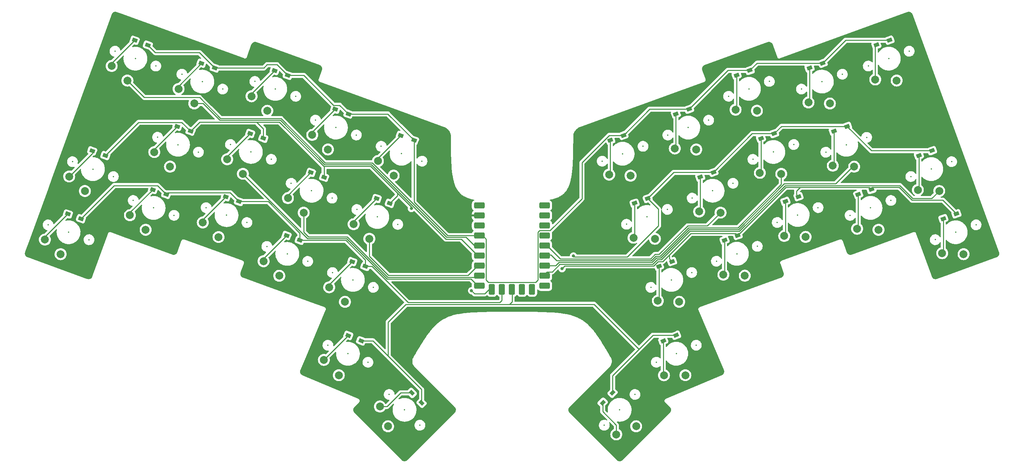
<source format=gbr>
%TF.GenerationSoftware,KiCad,Pcbnew,(6.0.11)*%
%TF.CreationDate,2024-03-12T23:46:51+09:00*%
%TF.ProjectId,gku34,676b7533-342e-46b6-9963-61645f706362,rev?*%
%TF.SameCoordinates,Original*%
%TF.FileFunction,Copper,L2,Bot*%
%TF.FilePolarity,Positive*%
%FSLAX46Y46*%
G04 Gerber Fmt 4.6, Leading zero omitted, Abs format (unit mm)*
G04 Created by KiCad (PCBNEW (6.0.11)) date 2024-03-12 23:46:51*
%MOMM*%
%LPD*%
G01*
G04 APERTURE LIST*
G04 Aperture macros list*
%AMRoundRect*
0 Rectangle with rounded corners*
0 $1 Rounding radius*
0 $2 $3 $4 $5 $6 $7 $8 $9 X,Y pos of 4 corners*
0 Add a 4 corners polygon primitive as box body*
4,1,4,$2,$3,$4,$5,$6,$7,$8,$9,$2,$3,0*
0 Add four circle primitives for the rounded corners*
1,1,$1+$1,$2,$3*
1,1,$1+$1,$4,$5*
1,1,$1+$1,$6,$7*
1,1,$1+$1,$8,$9*
0 Add four rect primitives between the rounded corners*
20,1,$1+$1,$2,$3,$4,$5,0*
20,1,$1+$1,$4,$5,$6,$7,0*
20,1,$1+$1,$6,$7,$8,$9,0*
20,1,$1+$1,$8,$9,$2,$3,0*%
%AMRotRect*
0 Rectangle, with rotation*
0 The origin of the aperture is its center*
0 $1 length*
0 $2 width*
0 $3 Rotation angle, in degrees counterclockwise*
0 Add horizontal line*
21,1,$1,$2,0,0,$3*%
G04 Aperture macros list end*
%TA.AperFunction,ComponentPad*%
%ADD10C,2.000000*%
%TD*%
%TA.AperFunction,ComponentPad*%
%ADD11RoundRect,0.400000X-0.966000X-0.400000X0.966000X-0.400000X0.966000X0.400000X-0.966000X0.400000X0*%
%TD*%
%TA.AperFunction,ComponentPad*%
%ADD12RoundRect,0.400050X-0.965950X-0.400050X0.965950X-0.400050X0.965950X0.400050X-0.965950X0.400050X0*%
%TD*%
%TA.AperFunction,ComponentPad*%
%ADD13RoundRect,0.400000X-0.400000X-0.988000X0.400000X-0.988000X0.400000X0.988000X-0.400000X0.988000X0*%
%TD*%
%TA.AperFunction,ComponentPad*%
%ADD14RoundRect,0.393700X-0.393700X-0.994300X0.393700X-0.994300X0.393700X0.994300X-0.393700X0.994300X0*%
%TD*%
%TA.AperFunction,SMDPad,CuDef*%
%ADD15RotRect,1.300000X0.950000X160.000000*%
%TD*%
%TA.AperFunction,SMDPad,CuDef*%
%ADD16RotRect,1.300000X0.950000X200.000000*%
%TD*%
%TA.AperFunction,SMDPad,CuDef*%
%ADD17RotRect,1.300000X0.950000X135.000000*%
%TD*%
%TA.AperFunction,SMDPad,CuDef*%
%ADD18RotRect,1.300000X0.950000X225.000000*%
%TD*%
%TA.AperFunction,SMDPad,CuDef*%
%ADD19RotRect,1.300000X0.950000X157.000000*%
%TD*%
%TA.AperFunction,SMDPad,CuDef*%
%ADD20RotRect,1.300000X0.950000X203.000000*%
%TD*%
%TA.AperFunction,ViaPad*%
%ADD21C,0.800000*%
%TD*%
%TA.AperFunction,Conductor*%
%ADD22C,0.250000*%
%TD*%
%ADD23C,0.350000*%
G04 APERTURE END LIST*
D10*
%TO.P,SW8,1,1*%
%TO.N,col7*%
X201494762Y-42271779D03*
%TO.P,SW8,2,2*%
%TO.N,Net-(D8-Pad2)*%
X196078056Y-42008526D03*
%TD*%
%TO.P,SW23,1,1*%
%TO.N,col2*%
X65242081Y-74234186D03*
%TO.P,SW23,2,2*%
%TO.N,Net-(D23-Pad2)*%
X61261860Y-70550731D03*
%TD*%
D11*
%TO.P,RZ1,1,GP0*%
%TO.N,unconnected-(RZ1-Pad1)*%
X147791000Y-66245000D03*
%TO.P,RZ1,2,GP1*%
%TO.N,unconnected-(RZ1-Pad2)*%
X147791000Y-68785000D03*
%TO.P,RZ1,3,GP2*%
%TO.N,unconnected-(RZ1-Pad3)*%
X147791000Y-71325000D03*
%TO.P,RZ1,4,GP3*%
%TO.N,col5*%
X147791000Y-73865000D03*
%TO.P,RZ1,5,GP4*%
%TO.N,col6*%
X147791000Y-76405000D03*
D12*
%TO.P,RZ1,6,GP5*%
%TO.N,col7*%
X147791000Y-78945000D03*
%TO.P,RZ1,7,GP6*%
%TO.N,col8*%
X147791000Y-81485000D03*
%TO.P,RZ1,8,GP7*%
%TO.N,col9*%
X147791000Y-84025000D03*
%TO.P,RZ1,9,GP8*%
%TO.N,unconnected-(RZ1-Pad9)*%
X147791000Y-86565000D03*
D13*
%TO.P,RZ1,10,GP9*%
%TO.N,unconnected-(RZ1-Pad10)*%
X144585000Y-87463000D03*
D14*
%TO.P,RZ1,11,GP10*%
%TO.N,unconnected-(RZ1-Pad11)*%
X142045000Y-87463000D03*
%TO.P,RZ1,12,GP11*%
%TO.N,row3*%
X139505000Y-87463000D03*
%TO.P,RZ1,13,GP12*%
%TO.N,row2*%
X136965000Y-87463000D03*
%TO.P,RZ1,14,GP13*%
%TO.N,row1*%
X134425000Y-87463000D03*
D12*
%TO.P,RZ1,15,GP14*%
%TO.N,col2*%
X131219000Y-86565000D03*
%TO.P,RZ1,16,GP15*%
%TO.N,col3*%
X131219000Y-84025000D03*
%TO.P,RZ1,17,GP26*%
%TO.N,col4*%
X131219000Y-81485000D03*
%TO.P,RZ1,18,GP27*%
%TO.N,col1*%
X131219000Y-78945000D03*
%TO.P,RZ1,19,GP28*%
%TO.N,col0*%
X131219000Y-76405000D03*
%TO.P,RZ1,20,GP29*%
%TO.N,row0*%
X131219000Y-73865000D03*
%TO.P,RZ1,21,3V3*%
%TO.N,unconnected-(RZ1-Pad21)*%
X131219000Y-71325000D03*
%TO.P,RZ1,22,GND*%
%TO.N,GND*%
X131219000Y-68785000D03*
%TO.P,RZ1,23,5V*%
%TO.N,VCC*%
X131219000Y-66245000D03*
%TD*%
D15*
%TO.P,D23,1,K*%
%TO.N,row2*%
X70417954Y-65257086D03*
%TO.P,D23,2,A*%
%TO.N,Net-(D23-Pad2)*%
X67082046Y-64042914D03*
%TD*%
D16*
%TO.P,D28,1,K*%
%TO.N,row2*%
X212027954Y-64002914D03*
%TO.P,D28,2,A*%
%TO.N,Net-(D28-Pad2)*%
X208692046Y-65217086D03*
%TD*%
D10*
%TO.P,SW13,1,1*%
%TO.N,col2*%
X71402081Y-58234186D03*
%TO.P,SW13,2,2*%
%TO.N,Net-(D13-Pad2)*%
X67421860Y-54550731D03*
%TD*%
D16*
%TO.P,D8,1,K*%
%TO.N,row0*%
X199687954Y-32062914D03*
%TO.P,D8,2,A*%
%TO.N,Net-(D8-Pad2)*%
X196352046Y-33277086D03*
%TD*%
D10*
%TO.P,SW5,1,1*%
%TO.N,col4*%
X109542081Y-58694186D03*
%TO.P,SW5,2,2*%
%TO.N,Net-(D5-Pad2)*%
X105561860Y-55010731D03*
%TD*%
D15*
%TO.P,D14,1,K*%
%TO.N,row1*%
X91957954Y-59097086D03*
%TO.P,D14,2,A*%
%TO.N,Net-(D14-Pad2)*%
X88622046Y-57882914D03*
%TD*%
%TO.P,D5,1,K*%
%TO.N,row0*%
X114717954Y-49717086D03*
%TO.P,D5,2,A*%
%TO.N,Net-(D5-Pad2)*%
X111382046Y-48502914D03*
%TD*%
D10*
%TO.P,SW9,1,1*%
%TO.N,col8*%
X219957919Y-40444186D03*
%TO.P,SW9,2,2*%
%TO.N,Net-(D9-Pad2)*%
X214541213Y-40180933D03*
%TD*%
D15*
%TO.P,D11,1,K*%
%TO.N,row1*%
X36597954Y-53617086D03*
%TO.P,D11,2,A*%
%TO.N,Net-(D11-Pad2)*%
X33262046Y-52402914D03*
%TD*%
D10*
%TO.P,SW22,1,1*%
%TO.N,col1*%
X46792081Y-72404186D03*
%TO.P,SW22,2,2*%
%TO.N,Net-(D22-Pad2)*%
X42811860Y-68720731D03*
%TD*%
%TO.P,SW15,1,1*%
%TO.N,col4*%
X103402081Y-74684186D03*
%TO.P,SW15,2,2*%
%TO.N,Net-(D15-Pad2)*%
X99421860Y-71000731D03*
%TD*%
%TO.P,SWe,1,1*%
%TO.N,col9*%
X236867919Y-34624186D03*
%TO.P,SWe,2,2*%
%TO.N,Net-(D10-Pad2)*%
X231451213Y-34360933D03*
%TD*%
D16*
%TO.P,D18,1,K*%
%TO.N,row1*%
X205857954Y-48052914D03*
%TO.P,D18,2,A*%
%TO.N,Net-(D18-Pad2)*%
X202522046Y-49267086D03*
%TD*%
%TO.P,D27,1,K*%
%TO.N,row2*%
X196627954Y-73822914D03*
%TO.P,D27,2,A*%
%TO.N,Net-(D27-Pad2)*%
X193292046Y-75037086D03*
%TD*%
D15*
%TO.P,D21,1,K*%
%TO.N,row2*%
X30437954Y-69597086D03*
%TO.P,D21,2,A*%
%TO.N,Net-(D21-Pad2)*%
X27102046Y-68382914D03*
%TD*%
D10*
%TO.P,SW2,1,1*%
%TO.N,col1*%
X59095238Y-40441779D03*
%TO.P,SW2,2,2*%
%TO.N,Net-(D2-Pad2)*%
X55115017Y-36758324D03*
%TD*%
D15*
%TO.P,D3,1,K*%
%TO.N,row0*%
X82757954Y-33307086D03*
%TO.P,D3,2,A*%
%TO.N,Net-(D3-Pad2)*%
X79422046Y-32092914D03*
%TD*%
D16*
%TO.P,D30,1,K*%
%TO.N,row2*%
X251997954Y-68362914D03*
%TO.P,D30,2,A*%
%TO.N,Net-(D30-Pad2)*%
X248662046Y-69577086D03*
%TD*%
D15*
%TO.P,D4,1,K*%
%TO.N,row0*%
X98107954Y-43087086D03*
%TO.P,D4,2,A*%
%TO.N,Net-(D4-Pad2)*%
X94772046Y-41872914D03*
%TD*%
D10*
%TO.P,SW33,1,1*%
%TO.N,col5*%
X170921930Y-122141930D03*
%TO.P,SW33,2,2*%
%TO.N,Net-(D33-Pad2)*%
X165901472Y-124192540D03*
%TD*%
D16*
%TO.P,D7,1,K*%
%TO.N,row0*%
X184327954Y-41872914D03*
%TO.P,D7,2,A*%
%TO.N,Net-(D7-Pad2)*%
X180992046Y-43087086D03*
%TD*%
D17*
%TO.P,D32,1,K*%
%TO.N,row3*%
X116625115Y-116195115D03*
%TO.P,D32,2,A*%
%TO.N,Net-(D32-Pad2)*%
X114114885Y-113684885D03*
%TD*%
D10*
%TO.P,SW27,1,1*%
%TO.N,col6*%
X198427919Y-84024186D03*
%TO.P,SW27,2,2*%
%TO.N,Net-(D27-Pad2)*%
X193011213Y-83760933D03*
%TD*%
D16*
%TO.P,D19,1,K*%
%TO.N,row1*%
X224297954Y-46222914D03*
%TO.P,D19,2,A*%
%TO.N,Net-(D19-Pad2)*%
X220962046Y-47437086D03*
%TD*%
D15*
%TO.P,D22,1,K*%
%TO.N,row2*%
X51977954Y-63427086D03*
%TO.P,D22,2,A*%
%TO.N,Net-(D22-Pad2)*%
X48642046Y-62212914D03*
%TD*%
D10*
%TO.P,SW30,1,1*%
%TO.N,col9*%
X253804762Y-78571779D03*
%TO.P,SW30,2,2*%
%TO.N,Net-(D30-Pad2)*%
X248388056Y-78308526D03*
%TD*%
%TO.P,SW29,1,1*%
%TO.N,col8*%
X232267919Y-72404186D03*
%TO.P,SW29,2,2*%
%TO.N,Net-(D29-Pad2)*%
X226851213Y-72140933D03*
%TD*%
D15*
%TO.P,D12,1,K*%
%TO.N,row1*%
X58147954Y-47437086D03*
%TO.P,D12,2,A*%
%TO.N,Net-(D12-Pad2)*%
X54812046Y-46222914D03*
%TD*%
%TO.P,D13,1,K*%
%TO.N,row1*%
X76577954Y-49247086D03*
%TO.P,D13,2,A*%
%TO.N,Net-(D13-Pad2)*%
X73242046Y-48032914D03*
%TD*%
D10*
%TO.P,SW24,1,1*%
%TO.N,col3*%
X80612081Y-84044186D03*
%TO.P,SW24,2,2*%
%TO.N,Net-(D24-Pad2)*%
X76631860Y-80360731D03*
%TD*%
%TO.P,SW18,1,1*%
%TO.N,col7*%
X207659610Y-58245297D03*
%TO.P,SW18,2,2*%
%TO.N,Net-(D18-Pad2)*%
X202242904Y-57982044D03*
%TD*%
D16*
%TO.P,D20,1,K*%
%TO.N,row1*%
X245827954Y-52372914D03*
%TO.P,D20,2,A*%
%TO.N,Net-(D20-Pad2)*%
X242492046Y-53587086D03*
%TD*%
D10*
%TO.P,SW12,1,1*%
%TO.N,col1*%
X52962081Y-56414186D03*
%TO.P,SW12,2,2*%
%TO.N,Net-(D12-Pad2)*%
X48981860Y-52730731D03*
%TD*%
D16*
%TO.P,D17,1,K*%
%TO.N,row1*%
X190487954Y-57852914D03*
%TO.P,D17,2,A*%
%TO.N,Net-(D17-Pad2)*%
X187152046Y-59067086D03*
%TD*%
D15*
%TO.P,D15,1,K*%
%TO.N,row1*%
X108587954Y-65707086D03*
%TO.P,D15,2,A*%
%TO.N,Net-(D15-Pad2)*%
X105252046Y-64492914D03*
%TD*%
D16*
%TO.P,D6,1,K*%
%TO.N,row0*%
X167717954Y-48502914D03*
%TO.P,D6,2,A*%
%TO.N,Net-(D6-Pad2)*%
X164382046Y-49717086D03*
%TD*%
D10*
%TO.P,SW7,1,1*%
%TO.N,col6*%
X186134762Y-52081779D03*
%TO.P,SW7,2,2*%
%TO.N,Net-(D7-Pad2)*%
X180718056Y-51818526D03*
%TD*%
%TO.P,SW21,1,1*%
%TO.N,col0*%
X25262081Y-78574186D03*
%TO.P,SW21,2,2*%
%TO.N,Net-(D21-Pad2)*%
X21281860Y-74890731D03*
%TD*%
%TO.P,SW28,1,1*%
%TO.N,col7*%
X213827919Y-74214186D03*
%TO.P,SW28,2,2*%
%TO.N,Net-(D28-Pad2)*%
X208411213Y-73950933D03*
%TD*%
%TO.P,SW25,1,1*%
%TO.N,col4*%
X97225238Y-90641779D03*
%TO.P,SW25,2,2*%
%TO.N,Net-(D25-Pad2)*%
X93245017Y-86958324D03*
%TD*%
D16*
%TO.P,D9,1,K*%
%TO.N,row0*%
X218157954Y-30242914D03*
%TO.P,D9,2,A*%
%TO.N,Net-(D9-Pad2)*%
X214822046Y-31457086D03*
%TD*%
%TO.P,D10,1,K*%
%TO.N,row0*%
X235057954Y-24412914D03*
%TO.P,D10,2,A*%
%TO.N,Net-(D10-Pad2)*%
X231722046Y-25627086D03*
%TD*%
D10*
%TO.P,SW16,1,1*%
%TO.N,col5*%
X175674762Y-74671779D03*
%TO.P,SW16,2,2*%
%TO.N,Net-(D16-Pad2)*%
X170258056Y-74408526D03*
%TD*%
D15*
%TO.P,D25,1,K*%
%TO.N,row2*%
X102407954Y-81667086D03*
%TO.P,D25,2,A*%
%TO.N,Net-(D25-Pad2)*%
X99072046Y-80452914D03*
%TD*%
D10*
%TO.P,SW32,1,1*%
%TO.N,col4*%
X108138070Y-122141930D03*
%TO.P,SW32,2,2*%
%TO.N,Net-(D32-Pad2)*%
X106087460Y-117121472D03*
%TD*%
%TO.P,SW31,1,1*%
%TO.N,col3*%
X95679426Y-109208156D03*
%TO.P,SW31,2,2*%
%TO.N,Net-(D31-Pad2)*%
X91897437Y-105321440D03*
%TD*%
%TO.P,SW6,1,1*%
%TO.N,col5*%
X169514762Y-58701779D03*
%TO.P,SW6,2,2*%
%TO.N,Net-(D6-Pad2)*%
X164098056Y-58438526D03*
%TD*%
%TO.P,SW14,1,1*%
%TO.N,col3*%
X86772081Y-68064186D03*
%TO.P,SW14,2,2*%
%TO.N,Net-(D14-Pad2)*%
X82791860Y-64380731D03*
%TD*%
D16*
%TO.P,D29,1,K*%
%TO.N,row2*%
X230467954Y-62202914D03*
%TO.P,D29,2,A*%
%TO.N,Net-(D29-Pad2)*%
X227132046Y-63417086D03*
%TD*%
D18*
%TO.P,D33,1,K*%
%TO.N,row3*%
X164965115Y-113654885D03*
%TO.P,D33,2,A*%
%TO.N,Net-(D33-Pad2)*%
X162454885Y-116165115D03*
%TD*%
D16*
%TO.P,D26,1,K*%
%TO.N,row2*%
X180027954Y-80432914D03*
%TO.P,D26,2,A*%
%TO.N,Net-(D26-Pad2)*%
X176692046Y-81647086D03*
%TD*%
D10*
%TO.P,SW19,1,1*%
%TO.N,col8*%
X226114762Y-56431779D03*
%TO.P,SW19,2,2*%
%TO.N,Net-(D19-Pad2)*%
X220698056Y-56168526D03*
%TD*%
D19*
%TO.P,D31,1,K*%
%TO.N,row3*%
X101323896Y-100513548D03*
%TO.P,D31,2,A*%
%TO.N,Net-(D31-Pad2)*%
X98056104Y-99126452D03*
%TD*%
D20*
%TO.P,D34,1,K*%
%TO.N,row3*%
X181053896Y-99106452D03*
%TO.P,D34,2,A*%
%TO.N,Net-(D34-Pad2)*%
X177786104Y-100493548D03*
%TD*%
D10*
%TO.P,SW34,1,1*%
%TO.N,col6*%
X183385314Y-109200979D03*
%TO.P,SW34,2,2*%
%TO.N,Net-(D34-Pad2)*%
X177962254Y-109221574D03*
%TD*%
%TO.P,SW1,1,1*%
%TO.N,col0*%
X42172081Y-34624186D03*
%TO.P,SW1,2,2*%
%TO.N,Net-(D1-Pad2)*%
X38191860Y-30940731D03*
%TD*%
%TO.P,SW17,1,1*%
%TO.N,col6*%
X192287919Y-68054186D03*
%TO.P,SW17,2,2*%
%TO.N,Net-(D17-Pad2)*%
X186871213Y-67790933D03*
%TD*%
D15*
%TO.P,D1,1,K*%
%TO.N,row0*%
X47347954Y-25647086D03*
%TO.P,D1,2,A*%
%TO.N,Net-(D1-Pad2)*%
X44012046Y-24432914D03*
%TD*%
D10*
%TO.P,SW3,1,1*%
%TO.N,col2*%
X77572081Y-42284186D03*
%TO.P,SW3,2,2*%
%TO.N,Net-(D3-Pad2)*%
X73591860Y-38600731D03*
%TD*%
%TO.P,SW26,1,1*%
%TO.N,col5*%
X181834762Y-90641779D03*
%TO.P,SW26,2,2*%
%TO.N,Net-(D26-Pad2)*%
X176418056Y-90378526D03*
%TD*%
D15*
%TO.P,D2,1,K*%
%TO.N,row0*%
X64267954Y-31457086D03*
%TO.P,D2,2,A*%
%TO.N,Net-(D2-Pad2)*%
X60932046Y-30242914D03*
%TD*%
D16*
%TO.P,D16,1,K*%
%TO.N,row1*%
X173867954Y-64462914D03*
%TO.P,D16,2,A*%
%TO.N,Net-(D16-Pad2)*%
X170532046Y-65677086D03*
%TD*%
D10*
%TO.P,SW20,1,1*%
%TO.N,col9*%
X247634762Y-62581779D03*
%TO.P,SW20,2,2*%
%TO.N,Net-(D20-Pad2)*%
X242218056Y-62318526D03*
%TD*%
D15*
%TO.P,D24,1,K*%
%TO.N,row2*%
X85787954Y-75057086D03*
%TO.P,D24,2,A*%
%TO.N,Net-(D24-Pad2)*%
X82452046Y-73842914D03*
%TD*%
D10*
%TO.P,SW4,1,1*%
%TO.N,col3*%
X92932081Y-52074186D03*
%TO.P,SW4,2,2*%
%TO.N,Net-(D4-Pad2)*%
X88951860Y-48390731D03*
%TD*%
%TO.P,SW11,1,1*%
%TO.N,col0*%
X31415238Y-62591779D03*
%TO.P,SW11,2,2*%
%TO.N,Net-(D11-Pad2)*%
X27435017Y-58908324D03*
%TD*%
D21*
%TO.N,row1*%
X114043151Y-67026849D03*
X129260000Y-87830000D03*
X155060000Y-79028919D03*
%TO.N,row2*%
X152170000Y-82260000D03*
%TO.N,GND*%
X121412000Y-88138000D03*
X69342000Y-37846000D03*
X112776000Y-57150000D03*
X115062000Y-76962000D03*
X172466000Y-77978000D03*
%TD*%
D22*
%TO.N,row0*%
X64267954Y-31457086D02*
X76692914Y-31457086D01*
X149150000Y-72580000D02*
X146534695Y-72580000D01*
X201507954Y-30242914D02*
X199687954Y-32062914D01*
X174347954Y-41872914D02*
X167717954Y-48502914D01*
X86807086Y-33307086D02*
X94379247Y-40879247D01*
X235057954Y-24412914D02*
X223987954Y-24412914D01*
X164139297Y-48502914D02*
X157220000Y-55422211D01*
X77530000Y-30620000D02*
X80070868Y-30620000D01*
X82757954Y-33307086D02*
X86807086Y-33307086D01*
X108087954Y-43087086D02*
X98107954Y-43087086D01*
X223987954Y-24412914D02*
X218157954Y-30242914D01*
X146090000Y-73024695D02*
X146090000Y-85120000D01*
X157220000Y-55422211D02*
X157220000Y-64510000D01*
X194137954Y-32062914D02*
X184327954Y-41872914D01*
X167717954Y-48502914D02*
X164139297Y-48502914D01*
X132940000Y-85130000D02*
X132940000Y-74750000D01*
X114717954Y-49717086D02*
X108087954Y-43087086D01*
X146534695Y-72580000D02*
X146090000Y-73024695D01*
X218157954Y-30242914D02*
X201507954Y-30242914D01*
X157220000Y-64510000D02*
X149150000Y-72580000D01*
X123178692Y-73865000D02*
X131885000Y-73865000D01*
X184327954Y-41872914D02*
X174347954Y-41872914D01*
X132940000Y-74750000D02*
X131895000Y-73705000D01*
X49250868Y-27550000D02*
X60360868Y-27550000D01*
X133530000Y-85720000D02*
X132940000Y-85130000D01*
X114717954Y-49717086D02*
X114717954Y-65404262D01*
X47347954Y-25647086D02*
X49250868Y-27550000D01*
X146090000Y-85120000D02*
X145490000Y-85720000D01*
X60360868Y-27550000D02*
X64267954Y-31457086D01*
X114717954Y-65404262D02*
X123178692Y-73865000D01*
X76692914Y-31457086D02*
X77530000Y-30620000D01*
X80070868Y-30620000D02*
X82757954Y-33307086D01*
X94379247Y-40879247D02*
X95900115Y-40879247D01*
X199687954Y-32062914D02*
X194137954Y-32062914D01*
X145490000Y-85720000D02*
X133530000Y-85720000D01*
X95900115Y-40879247D02*
X98107954Y-43087086D01*
%TO.N,Net-(D1-Pad2)*%
X38191860Y-30253100D02*
X38191860Y-30940731D01*
X44012046Y-24432914D02*
X38191860Y-30253100D01*
%TO.N,Net-(D2-Pad2)*%
X60932046Y-30242914D02*
X55115017Y-36059943D01*
X55115017Y-36059943D02*
X55115017Y-36758324D01*
%TO.N,Net-(D3-Pad2)*%
X73591860Y-37923100D02*
X73591860Y-38600731D01*
X79422046Y-32092914D02*
X73591860Y-37923100D01*
%TO.N,Net-(D4-Pad2)*%
X94772046Y-41872914D02*
X88951860Y-47693100D01*
X88951860Y-47693100D02*
X88951860Y-48390731D01*
%TO.N,Net-(D5-Pad2)*%
X111382046Y-48502914D02*
X105561860Y-54323100D01*
X105561860Y-54323100D02*
X105561860Y-55010731D01*
%TO.N,Net-(D6-Pad2)*%
X164382046Y-49717086D02*
X164382046Y-58154536D01*
X164382046Y-58154536D02*
X164098056Y-58438526D01*
%TO.N,Net-(D7-Pad2)*%
X180992046Y-51544536D02*
X180718056Y-51818526D01*
X180992046Y-43087086D02*
X180992046Y-51544536D01*
%TO.N,Net-(D8-Pad2)*%
X196352046Y-41734536D02*
X196078056Y-42008526D01*
X196352046Y-33277086D02*
X196352046Y-41734536D01*
%TO.N,Net-(D9-Pad2)*%
X214822046Y-39900100D02*
X214541213Y-40180933D01*
X214822046Y-31457086D02*
X214822046Y-39900100D01*
%TO.N,Net-(D10-Pad2)*%
X231451213Y-34360933D02*
X231451213Y-25897919D01*
X231451213Y-25897919D02*
X231722046Y-25627086D01*
%TO.N,row1*%
X114043151Y-67026849D02*
X114043151Y-66638647D01*
X91957954Y-59097086D02*
X91957954Y-56430746D01*
X176590000Y-71380000D02*
X176590000Y-67184960D01*
X155060000Y-79028919D02*
X155334500Y-79303419D01*
X74870000Y-45130000D02*
X74820000Y-45130000D01*
X91877208Y-56350000D02*
X103754504Y-56350000D01*
X190487954Y-57852914D02*
X180477954Y-57852914D01*
X74820000Y-45130000D02*
X80657208Y-45130000D01*
X230447954Y-52372914D02*
X224297954Y-46222914D01*
X108587954Y-65707086D02*
X110512252Y-63782788D01*
X80657208Y-45130000D02*
X91877208Y-56350000D01*
X91957954Y-56430746D02*
X91877208Y-56350000D01*
X130050000Y-88620000D02*
X132580000Y-88620000D01*
X207687954Y-46222914D02*
X205857954Y-48052914D01*
X245827954Y-52372914D02*
X230447954Y-52372914D01*
X60455040Y-45130000D02*
X74820000Y-45130000D01*
X76577954Y-46837954D02*
X74870000Y-45130000D01*
X129260000Y-87830000D02*
X130050000Y-88620000D01*
X76577954Y-49247086D02*
X76577954Y-46837954D01*
X205857954Y-48052914D02*
X200287954Y-48052914D01*
X58147954Y-47437086D02*
X60455040Y-45130000D01*
X200287954Y-48052914D02*
X190487954Y-57852914D01*
X168666581Y-79303419D02*
X176590000Y-71380000D01*
X224297954Y-46222914D02*
X207687954Y-46222914D01*
X176590000Y-67184960D02*
X173867954Y-64462914D01*
X55940115Y-45229247D02*
X58147954Y-47437086D01*
X103754504Y-56350000D02*
X110512252Y-63107748D01*
X132580000Y-88620000D02*
X134425000Y-86775000D01*
X44985793Y-45229247D02*
X55940115Y-45229247D01*
X180477954Y-57852914D02*
X173867954Y-64462914D01*
X110512252Y-63782788D02*
X110512252Y-63107748D01*
X114043151Y-66638647D02*
X110512252Y-63107748D01*
X155334500Y-79303419D02*
X168666581Y-79303419D01*
X36597954Y-53617086D02*
X44985793Y-45229247D01*
%TO.N,Net-(D11-Pad2)*%
X27435017Y-58908324D02*
X33262046Y-53081295D01*
X33262046Y-53081295D02*
X33262046Y-52402914D01*
%TO.N,Net-(D12-Pad2)*%
X54812046Y-46222914D02*
X48981860Y-52053100D01*
X48981860Y-52053100D02*
X48981860Y-52730731D01*
%TO.N,Net-(D13-Pad2)*%
X67421860Y-53853100D02*
X67421860Y-54550731D01*
X73242046Y-48032914D02*
X67421860Y-53853100D01*
%TO.N,Net-(D14-Pad2)*%
X82791860Y-63713100D02*
X82791860Y-64380731D01*
X88622046Y-57882914D02*
X82791860Y-63713100D01*
%TO.N,Net-(D15-Pad2)*%
X105252046Y-64492914D02*
X99421860Y-70323100D01*
X99421860Y-70323100D02*
X99421860Y-71000731D01*
%TO.N,Net-(D16-Pad2)*%
X170532046Y-74134536D02*
X170258056Y-74408526D01*
X170532046Y-65677086D02*
X170532046Y-74134536D01*
%TO.N,Net-(D17-Pad2)*%
X187152046Y-67510100D02*
X186871213Y-67790933D01*
X187152046Y-59067086D02*
X187152046Y-67510100D01*
%TO.N,Net-(D18-Pad2)*%
X202522046Y-57702902D02*
X202242904Y-57982044D01*
X202522046Y-49267086D02*
X202522046Y-57702902D01*
%TO.N,Net-(D19-Pad2)*%
X220962046Y-55904536D02*
X220698056Y-56168526D01*
X220962046Y-47437086D02*
X220962046Y-55904536D01*
%TO.N,Net-(D20-Pad2)*%
X242492046Y-53587086D02*
X242492046Y-62044536D01*
X242492046Y-62044536D02*
X242218056Y-62318526D01*
%TO.N,row2*%
X136460000Y-90820000D02*
X113203604Y-90820000D01*
X175328792Y-81553419D02*
X176449297Y-80432914D01*
X52355793Y-63049247D02*
X68210115Y-63049247D01*
X180027954Y-80432914D02*
X179324000Y-79728960D01*
X49770115Y-61219247D02*
X38815793Y-61219247D01*
X231011621Y-61659247D02*
X230467954Y-62202914D01*
X70417954Y-65257086D02*
X77788585Y-65257086D01*
X113203604Y-90820000D02*
X104050690Y-81667086D01*
X38815793Y-61219247D02*
X30437954Y-69597086D01*
X51977954Y-63427086D02*
X49770115Y-61219247D01*
X229924287Y-61659247D02*
X212469247Y-61659247D01*
X51977954Y-63427086D02*
X52355793Y-63049247D01*
X212027954Y-64002914D02*
X211540000Y-63514960D01*
X240740000Y-64910000D02*
X237489247Y-61659247D01*
X208791621Y-61659247D02*
X196627954Y-73822914D01*
X85787954Y-73256455D02*
X85787954Y-75057086D01*
X196135040Y-73330000D02*
X184734000Y-73330000D01*
X248545040Y-64910000D02*
X240740000Y-64910000D01*
X152876581Y-81553419D02*
X175328792Y-81553419D01*
X177631086Y-80432914D02*
X176449297Y-80432914D01*
X77788585Y-65257086D02*
X85787954Y-73256455D01*
X184734000Y-73330000D02*
X179324000Y-78740000D01*
X211540000Y-63514960D02*
X211540000Y-62588494D01*
X179324000Y-78740000D02*
X177631086Y-80432914D01*
X211540000Y-62588494D02*
X212469247Y-61659247D01*
X136965000Y-90315000D02*
X136460000Y-90820000D01*
X152170000Y-82260000D02*
X152876581Y-81553419D01*
X212469247Y-61659247D02*
X208791621Y-61659247D01*
X104050690Y-81667086D02*
X102407954Y-81667086D01*
X97440690Y-75057086D02*
X102407954Y-80024350D01*
X237489247Y-61659247D02*
X231011621Y-61659247D01*
X230467954Y-62202914D02*
X229924287Y-61659247D01*
X136965000Y-86775000D02*
X136965000Y-90315000D01*
X196627954Y-73822914D02*
X196135040Y-73330000D01*
X85787954Y-75057086D02*
X97440690Y-75057086D01*
X179324000Y-79728960D02*
X179324000Y-78740000D01*
X251997954Y-68362914D02*
X248545040Y-64910000D01*
X68210115Y-63049247D02*
X70417954Y-65257086D01*
X102407954Y-80024350D02*
X102407954Y-81667086D01*
%TO.N,Net-(D21-Pad2)*%
X27102046Y-68382914D02*
X21281860Y-74203100D01*
X21281860Y-74203100D02*
X21281860Y-74890731D01*
%TO.N,Net-(D22-Pad2)*%
X48642046Y-62212914D02*
X42811860Y-68043100D01*
X42811860Y-68043100D02*
X42811860Y-68720731D01*
%TO.N,Net-(D23-Pad2)*%
X67082046Y-64042914D02*
X61261860Y-69863100D01*
X61261860Y-69863100D02*
X61261860Y-70550731D01*
%TO.N,Net-(D24-Pad2)*%
X76631860Y-79663100D02*
X76631860Y-80360731D01*
X82452046Y-73842914D02*
X76631860Y-79663100D01*
%TO.N,Net-(D25-Pad2)*%
X93245017Y-86279943D02*
X93245017Y-86958324D01*
X99072046Y-80452914D02*
X93245017Y-86279943D01*
%TO.N,Net-(D26-Pad2)*%
X176692046Y-90104536D02*
X176418056Y-90378526D01*
X176692046Y-81647086D02*
X176692046Y-90104536D01*
%TO.N,Net-(D27-Pad2)*%
X193292046Y-75037086D02*
X193292046Y-83480100D01*
X193292046Y-83480100D02*
X193011213Y-83760933D01*
%TO.N,Net-(D28-Pad2)*%
X208692046Y-73670100D02*
X208411213Y-73950933D01*
X208692046Y-65217086D02*
X208692046Y-73670100D01*
%TO.N,Net-(D29-Pad2)*%
X227132046Y-63417086D02*
X227132046Y-71860100D01*
X227132046Y-71860100D02*
X226851213Y-72140933D01*
%TO.N,Net-(D30-Pad2)*%
X248662046Y-78034536D02*
X248388056Y-78308526D01*
X248662046Y-69577086D02*
X248662046Y-78034536D01*
%TO.N,row3*%
X171495000Y-102495000D02*
X171775000Y-102495000D01*
X116625115Y-112835115D02*
X108145000Y-104355000D01*
X108145000Y-104355000D02*
X108145000Y-95775000D01*
X160270000Y-91270000D02*
X171495000Y-102495000D01*
X116625115Y-116195115D02*
X116625115Y-112835115D01*
X108145000Y-104355000D02*
X104303548Y-100513548D01*
X137630000Y-91270000D02*
X160270000Y-91270000D01*
X138840000Y-91270000D02*
X139515000Y-90595000D01*
X171775000Y-102495000D02*
X175163548Y-99106452D01*
X164965115Y-113654885D02*
X164965115Y-109304885D01*
X164965115Y-109304885D02*
X171775000Y-102495000D01*
X108145000Y-95775000D02*
X112650000Y-91270000D01*
X175163548Y-99106452D02*
X181053896Y-99106452D01*
X112650000Y-91270000D02*
X137630000Y-91270000D01*
X104303548Y-100513548D02*
X101323896Y-100513548D01*
X137630000Y-91270000D02*
X138840000Y-91270000D01*
X139515000Y-90595000D02*
X139515000Y-86615000D01*
%TO.N,Net-(D31-Pad2)*%
X98056104Y-99162773D02*
X98056104Y-99126452D01*
X91897437Y-105321440D02*
X98056104Y-99162773D01*
%TO.N,Net-(D32-Pad2)*%
X107878528Y-117121472D02*
X111315115Y-113684885D01*
X106087460Y-117121472D02*
X107878528Y-117121472D01*
X111315115Y-113684885D02*
X114114885Y-113684885D01*
%TO.N,Net-(D33-Pad2)*%
X165901472Y-121841472D02*
X165901472Y-124192540D01*
X162454885Y-116165115D02*
X162454885Y-118394885D01*
X162454885Y-118394885D02*
X165901472Y-121841472D01*
%TO.N,Net-(D34-Pad2)*%
X177786104Y-100493548D02*
X177786104Y-109045424D01*
X177786104Y-109045424D02*
X177962254Y-109221574D01*
%TO.N,col6*%
X174583208Y-79753419D02*
X175703713Y-78632914D01*
X188922105Y-71420000D02*
X192287919Y-68054186D01*
X176759898Y-78632914D02*
X183972812Y-71420000D01*
X148205000Y-76245000D02*
X151713419Y-79753419D01*
X183972812Y-71420000D02*
X188922105Y-71420000D01*
X175703713Y-78632914D02*
X176759898Y-78632914D01*
X147135000Y-76245000D02*
X148205000Y-76245000D01*
X151713419Y-79753419D02*
X174583208Y-79753419D01*
%TO.N,col7*%
X149405000Y-78785000D02*
X150823419Y-80203419D01*
X147135000Y-78785000D02*
X149405000Y-78785000D01*
X175890109Y-79082914D02*
X176946294Y-79082914D01*
X150823419Y-80203419D02*
X174769604Y-80203419D01*
X184159208Y-71870000D02*
X196671680Y-71870000D01*
X196671680Y-71870000D02*
X207659610Y-60882070D01*
X207659610Y-60882070D02*
X207659610Y-58245297D01*
X174769604Y-80203419D02*
X175890109Y-79082914D01*
X176946294Y-79082914D02*
X184159208Y-71870000D01*
%TO.N,col8*%
X174956000Y-80653419D02*
X176076505Y-79532914D01*
X225758221Y-56431779D02*
X226114762Y-56431779D01*
X147135000Y-81325000D02*
X147295000Y-81485000D01*
X150588604Y-81485000D02*
X151420185Y-80653419D01*
X147295000Y-81485000D02*
X150588604Y-81485000D01*
X221430753Y-60759247D02*
X225758221Y-56431779D01*
X151420185Y-80653419D02*
X174956000Y-80653419D01*
X196858076Y-72320000D02*
X208418829Y-60759247D01*
X176076505Y-79532914D02*
X177132690Y-79532914D01*
X208418829Y-60759247D02*
X221430753Y-60759247D01*
X184345604Y-72320000D02*
X196858076Y-72320000D01*
X177132690Y-79532914D02*
X184345604Y-72320000D01*
%TO.N,col9*%
X175142396Y-81103419D02*
X151606581Y-81103419D01*
X240926396Y-64460000D02*
X237675643Y-61209247D01*
X245756541Y-64460000D02*
X240926396Y-64460000D01*
X176262901Y-79982914D02*
X175142396Y-81103419D01*
X247634762Y-62581779D02*
X245756541Y-64460000D01*
X184532000Y-72770000D02*
X177319086Y-79982914D01*
X149670000Y-83040000D02*
X148345376Y-83040000D01*
X208605225Y-61209247D02*
X197044472Y-72770000D01*
X237675643Y-61209247D02*
X208605225Y-61209247D01*
X148345376Y-83040000D02*
X147520376Y-83865000D01*
X147520376Y-83865000D02*
X147135000Y-83865000D01*
X151606581Y-81103419D02*
X149670000Y-83040000D01*
X197044472Y-72770000D02*
X184532000Y-72770000D01*
X177319086Y-79982914D02*
X176262901Y-79982914D01*
%TO.N,col2*%
X130835000Y-86565000D02*
X129120000Y-84850000D01*
X107870000Y-84850000D02*
X97627086Y-74607086D01*
X129120000Y-84850000D02*
X107870000Y-84850000D01*
X97627086Y-74607086D02*
X87774981Y-74607086D01*
X87774981Y-74607086D02*
X71402081Y-58234186D01*
X131885000Y-86565000D02*
X130835000Y-86565000D01*
%TO.N,col3*%
X97813482Y-74157086D02*
X108056396Y-84400000D01*
X86772081Y-72967790D02*
X87961377Y-74157086D01*
X108056396Y-84400000D02*
X131510000Y-84400000D01*
X131510000Y-84400000D02*
X131885000Y-84025000D01*
X86772081Y-68064186D02*
X86772081Y-72967790D01*
X87961377Y-74157086D02*
X97813482Y-74157086D01*
%TO.N,col4*%
X108242792Y-83950000D02*
X128380000Y-83950000D01*
X130950000Y-81380000D02*
X132490000Y-81380000D01*
X103402081Y-74684186D02*
X103402081Y-79109289D01*
X128380000Y-83950000D02*
X130950000Y-81380000D01*
X103402081Y-79109289D02*
X108242792Y-83950000D01*
%TO.N,col1*%
X103940900Y-55900000D02*
X92063604Y-55900000D01*
X130835000Y-78945000D02*
X126655000Y-74765000D01*
X65563604Y-44680000D02*
X61325383Y-40441779D01*
X92063604Y-55900000D02*
X80843604Y-44680000D01*
X122805900Y-74765000D02*
X103940900Y-55900000D01*
X80843604Y-44680000D02*
X65563604Y-44680000D01*
X131885000Y-78945000D02*
X130835000Y-78945000D01*
X126655000Y-74765000D02*
X122805900Y-74765000D01*
X61325383Y-40441779D02*
X59095238Y-40441779D01*
%TO.N,col0*%
X92250000Y-55450000D02*
X81030000Y-44230000D01*
X131885000Y-76405000D02*
X129999000Y-76405000D01*
X60430000Y-38910000D02*
X46457895Y-38910000D01*
X127909000Y-74315000D02*
X122992296Y-74315000D01*
X81030000Y-44230000D02*
X65750000Y-44230000D01*
X129999000Y-76405000D02*
X127909000Y-74315000D01*
X104127296Y-55450000D02*
X92250000Y-55450000D01*
X122992296Y-74315000D02*
X104127296Y-55450000D01*
X65750000Y-44230000D02*
X60430000Y-38910000D01*
X46457895Y-38910000D02*
X42172081Y-34624186D01*
%TD*%
%TA.AperFunction,Conductor*%
%TO.N,GND*%
G36*
X39288991Y-17221801D02*
G01*
X39310613Y-17225613D01*
X39427379Y-17256901D01*
X39442827Y-17263119D01*
X39442964Y-17262757D01*
X39451362Y-17265930D01*
X39459225Y-17270262D01*
X39490309Y-17277182D01*
X39506007Y-17281766D01*
X41202524Y-17899247D01*
X71733788Y-29011719D01*
X71734510Y-29011984D01*
X71783340Y-29030095D01*
X71807303Y-29038983D01*
X71824931Y-29040231D01*
X71836795Y-29041071D01*
X71853771Y-29043441D01*
X71873934Y-29047672D01*
X71873937Y-29047672D01*
X71882715Y-29049514D01*
X71891659Y-29048818D01*
X71891663Y-29048818D01*
X71908313Y-29047522D01*
X71926987Y-29047457D01*
X71943636Y-29048636D01*
X71943640Y-29048636D01*
X71952597Y-29049270D01*
X71981506Y-29042994D01*
X71998450Y-29040507D01*
X72018983Y-29038909D01*
X72018985Y-29038908D01*
X72027933Y-29038212D01*
X72040307Y-29033524D01*
X72051944Y-29029116D01*
X72069847Y-29023813D01*
X72071584Y-29023436D01*
X72094939Y-29018365D01*
X72102825Y-29014074D01*
X72102828Y-29014073D01*
X72120911Y-29004234D01*
X72136493Y-28997083D01*
X72136528Y-28997070D01*
X72164143Y-28986608D01*
X72171307Y-28981199D01*
X72171310Y-28981198D01*
X72184643Y-28971133D01*
X72200337Y-28961019D01*
X72214998Y-28953042D01*
X72214999Y-28953041D01*
X72222884Y-28948751D01*
X72229245Y-28942424D01*
X72229251Y-28942419D01*
X72243849Y-28927897D01*
X72256793Y-28916665D01*
X72273228Y-28904258D01*
X72273232Y-28904254D01*
X72280394Y-28898847D01*
X72285751Y-28891647D01*
X72285754Y-28891644D01*
X72295722Y-28878246D01*
X72307949Y-28864131D01*
X72319784Y-28852358D01*
X72319785Y-28852357D01*
X72326149Y-28846026D01*
X72333283Y-28833076D01*
X72340419Y-28820124D01*
X72349690Y-28805711D01*
X72361980Y-28789192D01*
X72361981Y-28789190D01*
X72367341Y-28781986D01*
X72379323Y-28749682D01*
X72379615Y-28748973D01*
X72380152Y-28747998D01*
X72390895Y-28718482D01*
X72417994Y-28645420D01*
X72418092Y-28644027D01*
X72418467Y-28642729D01*
X73547222Y-25541499D01*
X73555261Y-25523797D01*
X73562507Y-25510644D01*
X73562507Y-25510643D01*
X73566839Y-25502780D01*
X73569616Y-25490305D01*
X73578408Y-25464440D01*
X73632489Y-25348458D01*
X73643469Y-25329439D01*
X73647425Y-25323790D01*
X73729954Y-25205924D01*
X73744072Y-25189099D01*
X73850689Y-25082480D01*
X73867514Y-25068362D01*
X73871494Y-25065575D01*
X73991031Y-24981874D01*
X74010042Y-24970898D01*
X74133001Y-24913561D01*
X74146703Y-24907171D01*
X74167342Y-24899659D01*
X74197565Y-24891561D01*
X74312989Y-24860633D01*
X74334611Y-24856821D01*
X74484832Y-24843679D01*
X74506790Y-24843680D01*
X74625495Y-24854066D01*
X74656994Y-24856822D01*
X74678625Y-24860636D01*
X74795531Y-24891963D01*
X74810844Y-24898127D01*
X74810987Y-24897748D01*
X74819380Y-24900920D01*
X74827244Y-24905252D01*
X74836007Y-24907203D01*
X74858322Y-24912171D01*
X74874033Y-24916758D01*
X90763315Y-30699983D01*
X90781015Y-30708021D01*
X90794173Y-30715270D01*
X90794178Y-30715272D01*
X90802033Y-30719599D01*
X90814512Y-30722377D01*
X90840374Y-30731169D01*
X90846686Y-30734112D01*
X90956360Y-30785251D01*
X90975376Y-30796229D01*
X91098899Y-30882719D01*
X91115715Y-30896828D01*
X91193545Y-30974655D01*
X91222346Y-31003455D01*
X91236463Y-31020279D01*
X91254129Y-31045508D01*
X91322952Y-31143794D01*
X91333934Y-31162814D01*
X91341839Y-31179766D01*
X91396755Y-31297527D01*
X91397663Y-31299475D01*
X91405174Y-31320113D01*
X91420241Y-31376337D01*
X91444204Y-31465763D01*
X91448018Y-31487392D01*
X91461030Y-31636087D01*
X91461162Y-31637599D01*
X91461163Y-31659560D01*
X91459855Y-31674518D01*
X91448022Y-31809783D01*
X91444208Y-31831412D01*
X91412934Y-31948136D01*
X91406702Y-31963622D01*
X91407059Y-31963757D01*
X91403885Y-31972157D01*
X91399555Y-31980017D01*
X91397605Y-31988776D01*
X91397605Y-31988777D01*
X91392639Y-32011087D01*
X91388050Y-32026805D01*
X91355992Y-32114883D01*
X90573274Y-34265386D01*
X90564606Y-34289200D01*
X90564371Y-34289840D01*
X90537362Y-34362660D01*
X90536728Y-34371617D01*
X90535274Y-34392149D01*
X90532904Y-34409123D01*
X90526830Y-34438072D01*
X90528823Y-34463680D01*
X90528888Y-34482345D01*
X90527075Y-34507954D01*
X90528980Y-34516728D01*
X90533350Y-34536855D01*
X90535838Y-34553808D01*
X90536400Y-34561018D01*
X90538133Y-34583290D01*
X90541312Y-34591682D01*
X90541313Y-34591685D01*
X90547229Y-34607301D01*
X90552532Y-34625204D01*
X90557980Y-34650296D01*
X90562271Y-34658182D01*
X90562272Y-34658185D01*
X90572111Y-34676268D01*
X90579262Y-34691850D01*
X90589737Y-34719500D01*
X90595146Y-34726664D01*
X90595147Y-34726667D01*
X90605212Y-34740000D01*
X90615326Y-34755694D01*
X90623210Y-34770184D01*
X90627594Y-34778241D01*
X90633921Y-34784602D01*
X90633926Y-34784608D01*
X90648448Y-34799206D01*
X90659680Y-34812150D01*
X90672087Y-34828585D01*
X90672091Y-34828589D01*
X90677498Y-34835751D01*
X90684698Y-34841108D01*
X90684701Y-34841111D01*
X90698099Y-34851079D01*
X90712214Y-34863306D01*
X90714606Y-34865710D01*
X90730319Y-34881506D01*
X90738183Y-34885838D01*
X90738184Y-34885839D01*
X90756221Y-34895776D01*
X90770634Y-34905047D01*
X90787153Y-34917337D01*
X90787155Y-34917338D01*
X90794359Y-34922698D01*
X90826663Y-34934680D01*
X90827372Y-34934972D01*
X90828347Y-34935509D01*
X90857737Y-34946206D01*
X90857986Y-34946298D01*
X90930925Y-34973351D01*
X90932318Y-34973449D01*
X90933616Y-34973824D01*
X109624499Y-41776749D01*
X122363587Y-46413399D01*
X122381280Y-46421433D01*
X122402294Y-46433010D01*
X122420118Y-46436978D01*
X122442334Y-46444138D01*
X122657564Y-46536296D01*
X122670085Y-46542501D01*
X122898325Y-46671831D01*
X122910077Y-46679379D01*
X123115396Y-46827983D01*
X123122610Y-46833204D01*
X123133456Y-46842011D01*
X123307744Y-47000346D01*
X123327628Y-47018410D01*
X123337432Y-47028363D01*
X123385559Y-47082975D01*
X123510884Y-47225189D01*
X123519527Y-47236169D01*
X123557329Y-47290095D01*
X123669923Y-47450716D01*
X123670112Y-47450986D01*
X123677484Y-47462852D01*
X123803357Y-47693032D01*
X123809367Y-47705635D01*
X123908975Y-47948338D01*
X123913554Y-47961534D01*
X123955239Y-48107336D01*
X123985672Y-48213779D01*
X123988762Y-48227407D01*
X124032501Y-48486066D01*
X124034064Y-48499954D01*
X124046894Y-48726626D01*
X124045615Y-48752999D01*
X124044131Y-48762597D01*
X124047815Y-48790534D01*
X124048345Y-48794556D01*
X124049426Y-48810732D01*
X124052025Y-49932111D01*
X124052070Y-49951468D01*
X124052047Y-49952121D01*
X124051936Y-49952862D01*
X124051948Y-49954960D01*
X124051948Y-49954968D01*
X124052161Y-49991398D01*
X124052163Y-49991842D01*
X124052231Y-50021243D01*
X124052245Y-50027199D01*
X124052352Y-50027935D01*
X124052378Y-50028588D01*
X124058692Y-51110324D01*
X124058694Y-51110690D01*
X124058664Y-51111676D01*
X124058507Y-51112766D01*
X124058540Y-51115774D01*
X124058540Y-51115780D01*
X124058925Y-51150692D01*
X124058931Y-51151345D01*
X124059021Y-51166777D01*
X124059135Y-51186250D01*
X124059296Y-51187328D01*
X124059340Y-51188338D01*
X124070592Y-52208543D01*
X124070558Y-52209967D01*
X124070354Y-52211457D01*
X124070839Y-52238162D01*
X124071034Y-52248910D01*
X124071046Y-52249721D01*
X124071424Y-52283946D01*
X124071653Y-52285426D01*
X124071724Y-52286839D01*
X124088833Y-53228530D01*
X124089167Y-53246919D01*
X124089136Y-53248861D01*
X124088888Y-53250812D01*
X124089022Y-53255672D01*
X124089022Y-53255673D01*
X124089898Y-53287428D01*
X124089925Y-53288613D01*
X124090003Y-53292895D01*
X124090534Y-53322135D01*
X124090848Y-53324077D01*
X124090963Y-53326037D01*
X124098558Y-53601390D01*
X124115831Y-54227639D01*
X124115818Y-54230250D01*
X124115532Y-54232735D01*
X124116152Y-54248371D01*
X124116949Y-54268468D01*
X124117000Y-54269987D01*
X124117683Y-54294738D01*
X124117902Y-54302689D01*
X124118325Y-54305154D01*
X124118510Y-54307822D01*
X124151844Y-55148409D01*
X124152009Y-55152577D01*
X124152039Y-55156058D01*
X124151728Y-55159166D01*
X124152546Y-55174084D01*
X124153633Y-55193905D01*
X124153723Y-55195811D01*
X124154649Y-55219153D01*
X124154980Y-55227509D01*
X124155544Y-55230575D01*
X124155840Y-55234136D01*
X124163533Y-55374428D01*
X124199136Y-56023647D01*
X124199254Y-56028266D01*
X124198945Y-56032080D01*
X124199917Y-56045266D01*
X124201414Y-56065596D01*
X124201566Y-56067952D01*
X124202441Y-56083908D01*
X124203243Y-56098524D01*
X124203990Y-56102270D01*
X124204467Y-56107036D01*
X124258115Y-56835126D01*
X124258672Y-56842679D01*
X124258959Y-56848851D01*
X124258690Y-56853492D01*
X124259160Y-56858344D01*
X124259160Y-56858349D01*
X124261808Y-56885689D01*
X124262054Y-56888575D01*
X124264199Y-56917694D01*
X124265157Y-56922065D01*
X124265236Y-56922609D01*
X124265964Y-56928619D01*
X124332095Y-57611586D01*
X124332542Y-57617787D01*
X124332675Y-57620592D01*
X124332528Y-57625461D01*
X124336344Y-57655973D01*
X124336730Y-57659455D01*
X124339399Y-57687019D01*
X124340459Y-57691375D01*
X124341199Y-57695749D01*
X124341991Y-57701134D01*
X124421118Y-58333852D01*
X124421536Y-58340364D01*
X124421686Y-58340352D01*
X124422078Y-58345201D01*
X124422095Y-58350074D01*
X124426459Y-58377465D01*
X124426652Y-58378678D01*
X124427246Y-58382858D01*
X124430456Y-58408522D01*
X124431637Y-58412844D01*
X124432507Y-58417239D01*
X124432439Y-58417253D01*
X124433814Y-58423634D01*
X124457394Y-58571640D01*
X124525916Y-59001731D01*
X124527550Y-59011990D01*
X124528334Y-59019746D01*
X124528336Y-59019746D01*
X124528923Y-59024578D01*
X124529135Y-59029440D01*
X124530092Y-59034207D01*
X124530093Y-59034216D01*
X124534425Y-59055797D01*
X124535319Y-59060766D01*
X124538355Y-59079819D01*
X124538357Y-59079829D01*
X124539063Y-59084258D01*
X124540392Y-59088552D01*
X124540721Y-59089961D01*
X124543392Y-59100459D01*
X124652120Y-59642078D01*
X124653072Y-59646821D01*
X124655012Y-59660130D01*
X124655516Y-59665646D01*
X124656700Y-59670368D01*
X124656701Y-59670374D01*
X124661480Y-59689432D01*
X124662798Y-59695275D01*
X124666131Y-59711879D01*
X124666133Y-59711887D01*
X124667014Y-59716274D01*
X124668509Y-59720495D01*
X124669123Y-59722229D01*
X124672566Y-59733643D01*
X124701252Y-59848042D01*
X124799639Y-60240409D01*
X124802061Y-60252577D01*
X124803264Y-60260699D01*
X124804708Y-60265341D01*
X124809765Y-60281599D01*
X124811662Y-60288358D01*
X124816233Y-60306586D01*
X124819638Y-60314917D01*
X124823312Y-60325148D01*
X124829653Y-60345535D01*
X124969353Y-60794650D01*
X124972219Y-60805562D01*
X124974556Y-60816424D01*
X124976302Y-60820973D01*
X124981369Y-60834174D01*
X124984048Y-60841892D01*
X124988779Y-60857103D01*
X124990700Y-60861143D01*
X124990703Y-60861151D01*
X124993893Y-60867859D01*
X124997734Y-60876814D01*
X125164456Y-61311211D01*
X125167694Y-61320778D01*
X125171682Y-61334329D01*
X125173758Y-61338730D01*
X125173759Y-61338733D01*
X125178528Y-61348843D01*
X125182198Y-61357438D01*
X125186840Y-61369533D01*
X125194128Y-61382602D01*
X125198041Y-61390218D01*
X125387219Y-61791316D01*
X125390749Y-61799546D01*
X125391510Y-61801510D01*
X125396921Y-61815476D01*
X125399359Y-61819694D01*
X125403499Y-61826858D01*
X125408366Y-61836153D01*
X125410746Y-61841200D01*
X125410755Y-61841216D01*
X125412660Y-61845255D01*
X125422554Y-61860260D01*
X125426437Y-61866543D01*
X125629610Y-62218059D01*
X125639808Y-62235703D01*
X125643556Y-62242686D01*
X125652337Y-62260365D01*
X125655147Y-62264339D01*
X125655153Y-62264349D01*
X125658461Y-62269027D01*
X125664668Y-62278714D01*
X125668419Y-62285204D01*
X125671185Y-62288721D01*
X125671185Y-62288722D01*
X125681155Y-62301402D01*
X125684979Y-62306530D01*
X125719301Y-62355068D01*
X125924034Y-62644610D01*
X125928014Y-62650593D01*
X125936929Y-62664862D01*
X125939508Y-62668990D01*
X125942687Y-62672668D01*
X125942689Y-62672670D01*
X125945198Y-62675572D01*
X125952749Y-62685219D01*
X125953399Y-62686138D01*
X125953404Y-62686144D01*
X125955987Y-62689797D01*
X125959061Y-62693046D01*
X125971535Y-62706231D01*
X125975325Y-62710422D01*
X126241105Y-63017862D01*
X126245416Y-63023130D01*
X126256321Y-63037216D01*
X126256327Y-63037222D01*
X126259304Y-63041068D01*
X126264923Y-63046382D01*
X126273652Y-63055511D01*
X126273748Y-63055622D01*
X126273754Y-63055628D01*
X126276688Y-63059022D01*
X126294561Y-63074562D01*
X126298446Y-63078087D01*
X126347328Y-63124318D01*
X126591485Y-63355233D01*
X126596319Y-63360060D01*
X126611853Y-63376442D01*
X126615699Y-63379412D01*
X126615705Y-63379417D01*
X126618074Y-63381246D01*
X126627635Y-63389423D01*
X126627835Y-63389612D01*
X126627843Y-63389618D01*
X126631099Y-63392698D01*
X126650339Y-63406296D01*
X126654537Y-63409399D01*
X126975002Y-63656836D01*
X126980676Y-63661487D01*
X126986747Y-63666766D01*
X126996755Y-63675469D01*
X127004432Y-63680296D01*
X127014364Y-63687229D01*
X127019085Y-63690874D01*
X127038430Y-63701828D01*
X127043398Y-63704795D01*
X127391204Y-63923475D01*
X127397973Y-63928044D01*
X127409534Y-63936405D01*
X127409542Y-63936410D01*
X127413487Y-63939263D01*
X127423442Y-63944340D01*
X127433245Y-63949908D01*
X127440067Y-63954197D01*
X127444164Y-63956022D01*
X127444166Y-63956023D01*
X127458355Y-63962344D01*
X127464334Y-63965198D01*
X127609429Y-64039203D01*
X127838730Y-64156157D01*
X127839714Y-64156659D01*
X127847768Y-64161146D01*
X127861776Y-64169638D01*
X127874594Y-64174914D01*
X127883868Y-64179180D01*
X127893455Y-64184070D01*
X127909761Y-64189645D01*
X127916956Y-64192353D01*
X128320509Y-64358474D01*
X128329970Y-64362834D01*
X128337500Y-64366690D01*
X128337507Y-64366693D01*
X128341833Y-64368908D01*
X128357828Y-64374186D01*
X128366294Y-64377321D01*
X128374578Y-64380731D01*
X128379011Y-64382556D01*
X128383361Y-64383659D01*
X128383362Y-64383659D01*
X128392716Y-64386030D01*
X128401243Y-64388514D01*
X128834146Y-64531377D01*
X128845002Y-64535525D01*
X128854389Y-64539616D01*
X128859102Y-64540852D01*
X128859107Y-64540854D01*
X128873630Y-64544664D01*
X128881145Y-64546887D01*
X128897049Y-64552136D01*
X128901449Y-64552921D01*
X128901457Y-64552923D01*
X128907928Y-64554077D01*
X128917766Y-64556242D01*
X129151067Y-64617442D01*
X129381603Y-64677917D01*
X129393752Y-64681770D01*
X129400613Y-64684336D01*
X129422924Y-64688938D01*
X129429410Y-64690457D01*
X129429429Y-64690462D01*
X129444083Y-64694307D01*
X129444091Y-64694309D01*
X129448431Y-64695447D01*
X129456482Y-64696371D01*
X129467569Y-64698147D01*
X129471617Y-64698982D01*
X129852439Y-64777537D01*
X129915113Y-64810888D01*
X129949808Y-64872829D01*
X129945506Y-64943696D01*
X129903575Y-65000987D01*
X129884186Y-65013205D01*
X129835561Y-65037981D01*
X129755492Y-65078778D01*
X129750363Y-65082931D01*
X129750362Y-65082932D01*
X129683375Y-65137177D01*
X129607069Y-65198969D01*
X129602918Y-65204095D01*
X129589455Y-65220721D01*
X129486878Y-65347392D01*
X129400173Y-65517561D01*
X129398465Y-65523934D01*
X129398465Y-65523935D01*
X129362479Y-65658238D01*
X129350742Y-65702039D01*
X129350289Y-65707793D01*
X129350289Y-65707794D01*
X129344792Y-65777646D01*
X129344500Y-65781354D01*
X129344500Y-66708646D01*
X129344693Y-66711093D01*
X129344693Y-66711104D01*
X129350289Y-66782206D01*
X129350742Y-66787961D01*
X129352236Y-66793536D01*
X129352236Y-66793537D01*
X129393454Y-66947364D01*
X129400173Y-66972439D01*
X129486878Y-67142608D01*
X129491031Y-67147737D01*
X129491032Y-67147738D01*
X129550734Y-67221463D01*
X129607069Y-67291031D01*
X129612195Y-67295182D01*
X129676971Y-67347637D01*
X129755492Y-67411222D01*
X129755814Y-67411386D01*
X129800542Y-67463507D01*
X129810309Y-67533828D01*
X129780508Y-67598267D01*
X129754306Y-67620971D01*
X129750635Y-67623355D01*
X129612551Y-67735174D01*
X129603274Y-67744451D01*
X129491454Y-67882536D01*
X129484304Y-67893547D01*
X129403637Y-68051864D01*
X129398936Y-68064110D01*
X129352733Y-68236543D01*
X129350786Y-68247870D01*
X129345193Y-68318935D01*
X129345000Y-68323862D01*
X129345000Y-68512885D01*
X129349475Y-68528124D01*
X129350865Y-68529329D01*
X129358548Y-68531000D01*
X131347000Y-68531000D01*
X131415121Y-68551002D01*
X131461614Y-68604658D01*
X131473000Y-68657000D01*
X131473000Y-68913000D01*
X131452998Y-68981121D01*
X131399342Y-69027614D01*
X131347000Y-69039000D01*
X129363115Y-69039000D01*
X129347876Y-69043475D01*
X129346671Y-69044865D01*
X129345000Y-69052548D01*
X129345000Y-69246139D01*
X129345193Y-69251065D01*
X129350786Y-69322130D01*
X129352733Y-69333457D01*
X129398936Y-69505890D01*
X129403637Y-69518136D01*
X129484304Y-69676453D01*
X129491454Y-69687464D01*
X129603274Y-69825549D01*
X129612551Y-69834826D01*
X129750635Y-69946645D01*
X129754306Y-69949029D01*
X129800541Y-70002906D01*
X129810309Y-70073228D01*
X129780508Y-70137667D01*
X129757076Y-70157971D01*
X129755492Y-70158778D01*
X129750361Y-70162933D01*
X129671705Y-70226628D01*
X129607069Y-70278969D01*
X129602918Y-70284095D01*
X129521245Y-70384953D01*
X129486878Y-70427392D01*
X129400173Y-70597561D01*
X129398465Y-70603934D01*
X129398465Y-70603935D01*
X129356027Y-70762317D01*
X129350742Y-70782039D01*
X129350289Y-70787793D01*
X129350289Y-70787794D01*
X129344801Y-70857531D01*
X129344500Y-70861354D01*
X129344500Y-71788646D01*
X129344693Y-71791093D01*
X129344693Y-71791104D01*
X129349888Y-71857112D01*
X129350742Y-71867961D01*
X129352236Y-71873536D01*
X129352236Y-71873537D01*
X129398251Y-72045266D01*
X129400173Y-72052439D01*
X129486878Y-72222608D01*
X129607069Y-72371031D01*
X129612195Y-72375182D01*
X129682956Y-72432483D01*
X129755414Y-72491159D01*
X129755415Y-72491160D01*
X129755492Y-72491222D01*
X129755481Y-72491236D01*
X129800080Y-72543207D01*
X129809847Y-72613528D01*
X129780045Y-72677967D01*
X129756794Y-72698114D01*
X129755492Y-72698778D01*
X129607069Y-72818969D01*
X129602918Y-72824095D01*
X129542280Y-72898977D01*
X129486878Y-72967392D01*
X129400173Y-73137561D01*
X129398465Y-73143935D01*
X129396097Y-73150104D01*
X129393343Y-73149047D01*
X129363133Y-73198680D01*
X129299292Y-73229742D01*
X129278319Y-73231500D01*
X123493287Y-73231500D01*
X123425166Y-73211498D01*
X123404192Y-73194595D01*
X115388359Y-65178762D01*
X115354333Y-65116450D01*
X115351454Y-65089667D01*
X115351454Y-55831383D01*
X115371456Y-55763262D01*
X115425112Y-55716769D01*
X115495386Y-55706665D01*
X115559966Y-55736159D01*
X115585173Y-55766017D01*
X115591999Y-55777265D01*
X115626686Y-55834428D01*
X115630183Y-55838458D01*
X115765209Y-55994062D01*
X115777786Y-56008556D01*
X115800607Y-56027268D01*
X115951936Y-56151351D01*
X115951942Y-56151355D01*
X115956064Y-56154735D01*
X115960700Y-56157374D01*
X115960703Y-56157376D01*
X116074975Y-56222423D01*
X116156423Y-56268786D01*
X116373134Y-56347448D01*
X116378383Y-56348397D01*
X116378386Y-56348398D01*
X116595917Y-56387734D01*
X116595924Y-56387735D01*
X116600001Y-56388472D01*
X116617723Y-56389308D01*
X116622665Y-56389541D01*
X116622672Y-56389541D01*
X116624153Y-56389611D01*
X116786199Y-56389611D01*
X116863228Y-56383075D01*
X116952718Y-56375482D01*
X116952722Y-56375481D01*
X116958029Y-56375031D01*
X116963184Y-56373693D01*
X116963190Y-56373692D01*
X117176012Y-56318454D01*
X117176016Y-56318453D01*
X117181181Y-56317112D01*
X117186047Y-56314920D01*
X117186050Y-56314919D01*
X117369655Y-56232211D01*
X117391384Y-56222423D01*
X117582628Y-56093670D01*
X117600162Y-56076944D01*
X117687044Y-55994062D01*
X117749444Y-55934535D01*
X117775030Y-55900147D01*
X117866289Y-55777490D01*
X117887063Y-55749569D01*
X117891626Y-55740596D01*
X117946733Y-55632207D01*
X117991549Y-55544060D01*
X117996231Y-55528984D01*
X118058333Y-55328982D01*
X118059916Y-55323884D01*
X118063750Y-55294957D01*
X118089507Y-55100622D01*
X118089507Y-55100617D01*
X118090207Y-55095337D01*
X118089033Y-55064051D01*
X118083587Y-54919002D01*
X118081558Y-54864953D01*
X118034216Y-54639320D01*
X118004952Y-54565219D01*
X117951494Y-54429855D01*
X117951493Y-54429853D01*
X117949533Y-54424890D01*
X117944178Y-54416064D01*
X117839703Y-54243896D01*
X117829932Y-54227794D01*
X117793688Y-54186026D01*
X117682332Y-54057699D01*
X117682330Y-54057697D01*
X117678832Y-54053666D01*
X117636665Y-54019091D01*
X117504682Y-53910871D01*
X117504676Y-53910867D01*
X117500554Y-53907487D01*
X117495918Y-53904848D01*
X117495915Y-53904846D01*
X117310182Y-53799121D01*
X117300195Y-53793436D01*
X117083484Y-53714774D01*
X117078235Y-53713825D01*
X117078232Y-53713824D01*
X116860701Y-53674488D01*
X116860694Y-53674487D01*
X116856617Y-53673750D01*
X116838895Y-53672914D01*
X116833953Y-53672681D01*
X116833946Y-53672681D01*
X116832465Y-53672611D01*
X116670419Y-53672611D01*
X116603500Y-53678289D01*
X116503900Y-53686740D01*
X116503896Y-53686741D01*
X116498589Y-53687191D01*
X116493434Y-53688529D01*
X116493428Y-53688530D01*
X116280606Y-53743768D01*
X116280602Y-53743769D01*
X116275437Y-53745110D01*
X116270571Y-53747302D01*
X116270568Y-53747303D01*
X116135710Y-53808052D01*
X116065234Y-53839799D01*
X115873990Y-53968552D01*
X115870133Y-53972231D01*
X115870131Y-53972233D01*
X115837108Y-54003736D01*
X115707174Y-54127687D01*
X115703991Y-54131965D01*
X115699101Y-54138537D01*
X115590613Y-54284351D01*
X115578543Y-54300573D01*
X115521833Y-54343286D01*
X115451032Y-54348559D01*
X115388620Y-54314716D01*
X115354413Y-54252504D01*
X115351454Y-54225360D01*
X115351454Y-50940417D01*
X115371456Y-50872296D01*
X115408553Y-50834925D01*
X115446026Y-50810450D01*
X115505356Y-50771699D01*
X115579348Y-50685219D01*
X115594915Y-50667025D01*
X115594916Y-50667024D01*
X115600050Y-50661023D01*
X115627666Y-50604901D01*
X115785463Y-50171356D01*
X115984340Y-49624947D01*
X115984343Y-49624938D01*
X115985510Y-49621731D01*
X115986325Y-49618414D01*
X115998546Y-49568661D01*
X115998546Y-49568657D01*
X116000430Y-49560989D01*
X115999031Y-49415338D01*
X115991946Y-49391943D01*
X115959412Y-49284525D01*
X115956810Y-49275934D01*
X115932252Y-49238333D01*
X115882071Y-49161503D01*
X115877160Y-49153984D01*
X115853630Y-49133851D01*
X115772487Y-49064425D01*
X115772486Y-49064424D01*
X115766484Y-49059289D01*
X115710362Y-49031674D01*
X114739052Y-48678146D01*
X114507239Y-48593773D01*
X114461239Y-48564467D01*
X111531457Y-45634684D01*
X108591606Y-42694833D01*
X108584066Y-42686547D01*
X108579954Y-42680068D01*
X108530302Y-42633442D01*
X108527461Y-42630688D01*
X108507724Y-42610951D01*
X108504527Y-42608471D01*
X108495505Y-42600766D01*
X108469054Y-42575927D01*
X108463275Y-42570500D01*
X108456329Y-42566681D01*
X108456326Y-42566679D01*
X108445520Y-42560738D01*
X108429001Y-42549887D01*
X108419624Y-42542614D01*
X108412995Y-42537472D01*
X108405726Y-42534327D01*
X108405722Y-42534324D01*
X108372417Y-42519912D01*
X108361767Y-42514695D01*
X108323014Y-42493391D01*
X108303391Y-42488353D01*
X108284688Y-42481949D01*
X108273374Y-42477053D01*
X108273373Y-42477053D01*
X108266099Y-42473905D01*
X108258276Y-42472666D01*
X108258266Y-42472663D01*
X108222430Y-42466987D01*
X108210810Y-42464581D01*
X108175665Y-42455558D01*
X108175664Y-42455558D01*
X108167984Y-42453586D01*
X108147730Y-42453586D01*
X108128019Y-42452035D01*
X108115840Y-42450106D01*
X108108011Y-42448866D01*
X108100119Y-42449612D01*
X108063993Y-42453027D01*
X108052135Y-42453586D01*
X99229345Y-42453586D01*
X99160899Y-42433067D01*
X99156484Y-42429289D01*
X99100362Y-42401674D01*
X98127208Y-42047475D01*
X97897239Y-41963773D01*
X97851239Y-41934467D01*
X97131890Y-41215117D01*
X96403767Y-40486994D01*
X96396227Y-40478708D01*
X96392115Y-40472229D01*
X96342463Y-40425603D01*
X96339622Y-40422849D01*
X96319885Y-40403112D01*
X96316688Y-40400632D01*
X96307666Y-40392927D01*
X96281215Y-40368088D01*
X96275436Y-40362661D01*
X96268490Y-40358842D01*
X96268487Y-40358840D01*
X96257681Y-40352899D01*
X96241162Y-40342048D01*
X96240698Y-40341688D01*
X96225156Y-40329633D01*
X96217887Y-40326488D01*
X96217883Y-40326485D01*
X96184578Y-40312073D01*
X96173928Y-40306856D01*
X96135175Y-40285552D01*
X96115552Y-40280514D01*
X96096849Y-40274110D01*
X96085535Y-40269214D01*
X96085534Y-40269214D01*
X96078260Y-40266066D01*
X96070437Y-40264827D01*
X96070427Y-40264824D01*
X96034591Y-40259148D01*
X96022971Y-40256742D01*
X95987826Y-40247719D01*
X95987825Y-40247719D01*
X95980145Y-40245747D01*
X95959891Y-40245747D01*
X95940180Y-40244196D01*
X95928001Y-40242267D01*
X95920172Y-40241027D01*
X95912280Y-40241773D01*
X95876154Y-40245188D01*
X95864296Y-40245747D01*
X94693841Y-40245747D01*
X94625720Y-40225745D01*
X94604746Y-40208842D01*
X87310738Y-32914833D01*
X87303198Y-32906547D01*
X87299086Y-32900068D01*
X87249434Y-32853442D01*
X87246593Y-32850688D01*
X87226856Y-32830951D01*
X87223659Y-32828471D01*
X87214637Y-32820766D01*
X87188186Y-32795927D01*
X87182407Y-32790500D01*
X87175461Y-32786681D01*
X87175458Y-32786679D01*
X87164652Y-32780738D01*
X87148133Y-32769887D01*
X87147669Y-32769527D01*
X87132127Y-32757472D01*
X87124858Y-32754327D01*
X87124854Y-32754324D01*
X87091549Y-32739912D01*
X87080899Y-32734695D01*
X87042146Y-32713391D01*
X87022523Y-32708353D01*
X87003820Y-32701949D01*
X86992506Y-32697053D01*
X86992505Y-32697053D01*
X86985231Y-32693905D01*
X86977408Y-32692666D01*
X86977398Y-32692663D01*
X86941562Y-32686987D01*
X86929942Y-32684581D01*
X86894797Y-32675558D01*
X86894796Y-32675558D01*
X86887116Y-32673586D01*
X86866862Y-32673586D01*
X86847151Y-32672035D01*
X86834972Y-32670106D01*
X86827143Y-32668866D01*
X86819251Y-32669612D01*
X86783125Y-32673027D01*
X86771267Y-32673586D01*
X83879345Y-32673586D01*
X83810899Y-32653067D01*
X83806484Y-32649289D01*
X83750362Y-32621674D01*
X82748187Y-32256912D01*
X82547240Y-32183773D01*
X82501240Y-32154467D01*
X80574520Y-30227747D01*
X80566980Y-30219461D01*
X80562868Y-30212982D01*
X80513216Y-30166356D01*
X80510375Y-30163602D01*
X80490638Y-30143865D01*
X80487441Y-30141385D01*
X80478419Y-30133680D01*
X80464984Y-30121064D01*
X80446189Y-30103414D01*
X80439243Y-30099595D01*
X80439240Y-30099593D01*
X80428434Y-30093652D01*
X80411915Y-30082801D01*
X80411451Y-30082441D01*
X80395909Y-30070386D01*
X80388640Y-30067241D01*
X80388636Y-30067238D01*
X80355331Y-30052826D01*
X80344681Y-30047609D01*
X80305928Y-30026305D01*
X80286305Y-30021267D01*
X80267602Y-30014863D01*
X80256288Y-30009967D01*
X80256287Y-30009967D01*
X80249013Y-30006819D01*
X80241190Y-30005580D01*
X80241180Y-30005577D01*
X80205344Y-29999901D01*
X80193724Y-29997495D01*
X80158579Y-29988472D01*
X80158578Y-29988472D01*
X80150898Y-29986500D01*
X80130644Y-29986500D01*
X80110933Y-29984949D01*
X80108402Y-29984548D01*
X80090925Y-29981780D01*
X80083033Y-29982526D01*
X80046907Y-29985941D01*
X80035049Y-29986500D01*
X77608763Y-29986500D01*
X77597579Y-29985973D01*
X77590091Y-29984299D01*
X77582168Y-29984548D01*
X77522033Y-29986438D01*
X77518075Y-29986500D01*
X77490144Y-29986500D01*
X77486229Y-29986995D01*
X77486225Y-29986995D01*
X77486167Y-29987003D01*
X77486138Y-29987006D01*
X77474296Y-29987939D01*
X77430110Y-29989327D01*
X77413233Y-29994230D01*
X77410658Y-29994978D01*
X77391306Y-29998986D01*
X77379068Y-30000532D01*
X77379066Y-30000533D01*
X77371203Y-30001526D01*
X77330086Y-30017806D01*
X77318885Y-30021641D01*
X77276406Y-30033982D01*
X77269587Y-30038015D01*
X77269582Y-30038017D01*
X77258971Y-30044293D01*
X77241221Y-30052990D01*
X77222383Y-30060448D01*
X77215967Y-30065109D01*
X77215966Y-30065110D01*
X77186625Y-30086428D01*
X77176701Y-30092947D01*
X77145460Y-30111422D01*
X77145455Y-30111426D01*
X77138637Y-30115458D01*
X77124313Y-30129782D01*
X77109281Y-30142621D01*
X77092893Y-30154528D01*
X77064712Y-30188593D01*
X77056722Y-30197373D01*
X76467414Y-30786681D01*
X76405102Y-30820707D01*
X76378319Y-30823586D01*
X65389345Y-30823586D01*
X65320899Y-30803067D01*
X65316484Y-30799289D01*
X65260362Y-30771674D01*
X64326102Y-30431631D01*
X64057239Y-30333773D01*
X64011239Y-30304467D01*
X60864520Y-27157747D01*
X60856980Y-27149461D01*
X60852868Y-27142982D01*
X60803216Y-27096356D01*
X60800375Y-27093602D01*
X60780638Y-27073865D01*
X60777441Y-27071385D01*
X60768419Y-27063680D01*
X60768237Y-27063509D01*
X60736189Y-27033414D01*
X60729243Y-27029595D01*
X60729240Y-27029593D01*
X60718434Y-27023652D01*
X60701915Y-27012801D01*
X60701451Y-27012441D01*
X60685909Y-27000386D01*
X60678640Y-26997241D01*
X60678636Y-26997238D01*
X60645331Y-26982826D01*
X60634681Y-26977609D01*
X60595928Y-26956305D01*
X60576305Y-26951267D01*
X60557602Y-26944863D01*
X60546288Y-26939967D01*
X60546287Y-26939967D01*
X60539013Y-26936819D01*
X60531190Y-26935580D01*
X60531180Y-26935577D01*
X60495344Y-26929901D01*
X60483724Y-26927495D01*
X60448579Y-26918472D01*
X60448578Y-26918472D01*
X60440898Y-26916500D01*
X60420644Y-26916500D01*
X60400933Y-26914949D01*
X60388754Y-26913020D01*
X60380925Y-26911780D01*
X60373033Y-26912526D01*
X60336907Y-26915941D01*
X60325049Y-26916500D01*
X49565462Y-26916500D01*
X49497341Y-26896498D01*
X49476367Y-26879595D01*
X48547651Y-25950879D01*
X48513625Y-25888567D01*
X48518345Y-25818689D01*
X48526781Y-25795511D01*
X48615510Y-25551731D01*
X48616629Y-25547177D01*
X48628546Y-25498661D01*
X48628546Y-25498657D01*
X48630430Y-25490989D01*
X48629031Y-25345338D01*
X48625694Y-25334318D01*
X48589412Y-25214525D01*
X48586810Y-25205934D01*
X48580907Y-25196895D01*
X48512071Y-25091503D01*
X48507160Y-25083984D01*
X48466615Y-25049293D01*
X48402487Y-24994425D01*
X48402486Y-24994424D01*
X48396484Y-24989289D01*
X48340362Y-24961674D01*
X47512854Y-24660485D01*
X47031506Y-24485289D01*
X47031502Y-24485288D01*
X47028299Y-24484122D01*
X46967557Y-24469203D01*
X46821906Y-24470601D01*
X46813316Y-24473203D01*
X46813314Y-24473203D01*
X46708156Y-24505053D01*
X46682502Y-24512823D01*
X46560552Y-24592473D01*
X46465858Y-24703149D01*
X46438242Y-24759271D01*
X46352653Y-24994425D01*
X46081568Y-25739225D01*
X46081565Y-25739234D01*
X46080398Y-25742441D01*
X46079584Y-25745754D01*
X46079583Y-25745758D01*
X46068450Y-25791084D01*
X46065478Y-25803183D01*
X46066877Y-25948834D01*
X46069479Y-25957424D01*
X46069479Y-25957426D01*
X46100439Y-26059647D01*
X46109098Y-26088238D01*
X46114007Y-26095754D01*
X46114008Y-26095756D01*
X46161422Y-26168350D01*
X46188748Y-26210188D01*
X46195570Y-26216025D01*
X46195571Y-26216026D01*
X46293421Y-26299747D01*
X46299424Y-26304883D01*
X46355546Y-26332498D01*
X47105300Y-26605386D01*
X47558669Y-26770399D01*
X47604669Y-26799705D01*
X48192502Y-27387539D01*
X48747216Y-27942253D01*
X48754756Y-27950539D01*
X48758868Y-27957018D01*
X48764645Y-27962443D01*
X48808519Y-28003643D01*
X48811361Y-28006398D01*
X48831098Y-28026135D01*
X48834295Y-28028615D01*
X48843315Y-28036318D01*
X48875547Y-28066586D01*
X48882493Y-28070405D01*
X48882496Y-28070407D01*
X48893302Y-28076348D01*
X48909821Y-28087199D01*
X48925827Y-28099614D01*
X48933096Y-28102759D01*
X48933100Y-28102762D01*
X48966405Y-28117174D01*
X48977055Y-28122391D01*
X49015808Y-28143695D01*
X49023483Y-28145666D01*
X49023484Y-28145666D01*
X49035430Y-28148733D01*
X49054135Y-28155137D01*
X49072723Y-28163181D01*
X49080546Y-28164420D01*
X49080556Y-28164423D01*
X49116392Y-28170099D01*
X49128012Y-28172505D01*
X49156119Y-28179721D01*
X49170838Y-28183500D01*
X49191092Y-28183500D01*
X49210802Y-28185051D01*
X49230811Y-28188220D01*
X49238703Y-28187474D01*
X49274829Y-28184059D01*
X49286687Y-28183500D01*
X60046274Y-28183500D01*
X60114395Y-28203502D01*
X60135369Y-28220405D01*
X60811932Y-28896968D01*
X60845958Y-28959280D01*
X60840893Y-29030095D01*
X60798346Y-29086931D01*
X60731826Y-29111742D01*
X60679743Y-29104464D01*
X60631571Y-29086931D01*
X60615598Y-29081117D01*
X60615594Y-29081116D01*
X60612391Y-29079950D01*
X60551649Y-29065031D01*
X60405998Y-29066429D01*
X60397408Y-29069031D01*
X60397406Y-29069031D01*
X60280418Y-29104464D01*
X60266594Y-29108651D01*
X60144644Y-29188301D01*
X60049950Y-29298977D01*
X60022334Y-29355099D01*
X59906348Y-29673768D01*
X59665660Y-30335053D01*
X59665657Y-30335062D01*
X59664490Y-30338269D01*
X59663676Y-30341582D01*
X59663675Y-30341586D01*
X59652297Y-30387910D01*
X59649570Y-30399011D01*
X59650969Y-30544662D01*
X59653490Y-30552986D01*
X59644042Y-30623209D01*
X59618054Y-30661001D01*
X57485360Y-32793695D01*
X57423048Y-32827721D01*
X57352233Y-32822656D01*
X57295397Y-32780109D01*
X57272950Y-32730473D01*
X57251851Y-32629912D01*
X57251849Y-32629906D01*
X57250755Y-32624691D01*
X57248796Y-32619730D01*
X57168033Y-32415226D01*
X57168032Y-32415224D01*
X57166072Y-32410261D01*
X57160467Y-32401023D01*
X57049238Y-32217725D01*
X57046471Y-32213165D01*
X57027731Y-32191569D01*
X56898871Y-32043070D01*
X56898869Y-32043068D01*
X56895371Y-32039037D01*
X56837725Y-31991770D01*
X56721221Y-31896242D01*
X56721215Y-31896238D01*
X56717093Y-31892858D01*
X56712457Y-31890219D01*
X56712454Y-31890217D01*
X56521377Y-31781450D01*
X56516734Y-31778807D01*
X56300023Y-31700145D01*
X56294774Y-31699196D01*
X56294771Y-31699195D01*
X56077240Y-31659859D01*
X56077233Y-31659858D01*
X56073156Y-31659121D01*
X56055434Y-31658285D01*
X56050492Y-31658052D01*
X56050485Y-31658052D01*
X56049004Y-31657982D01*
X55886958Y-31657982D01*
X55836470Y-31662266D01*
X55720439Y-31672111D01*
X55720435Y-31672112D01*
X55715128Y-31672562D01*
X55709973Y-31673900D01*
X55709967Y-31673901D01*
X55497145Y-31729139D01*
X55497141Y-31729140D01*
X55491976Y-31730481D01*
X55487110Y-31732673D01*
X55487107Y-31732674D01*
X55379352Y-31781214D01*
X55281773Y-31825170D01*
X55090529Y-31953923D01*
X55086672Y-31957602D01*
X55086670Y-31957604D01*
X55030606Y-32011087D01*
X54923713Y-32113058D01*
X54920530Y-32117336D01*
X54892904Y-32154467D01*
X54786094Y-32298024D01*
X54783678Y-32302775D01*
X54783676Y-32302779D01*
X54749579Y-32369843D01*
X54681608Y-32503533D01*
X54680026Y-32508627D01*
X54680025Y-32508630D01*
X54640819Y-32634893D01*
X54613241Y-32723709D01*
X54612540Y-32728998D01*
X54588738Y-32908588D01*
X54582950Y-32952256D01*
X54583150Y-32957585D01*
X54583150Y-32957587D01*
X54584734Y-32999766D01*
X54591599Y-33182640D01*
X54638941Y-33408273D01*
X54640899Y-33413232D01*
X54640900Y-33413234D01*
X54717417Y-33606985D01*
X54723624Y-33622703D01*
X54726391Y-33627262D01*
X54726392Y-33627265D01*
X54776383Y-33709647D01*
X54843225Y-33819799D01*
X54846722Y-33823829D01*
X54980063Y-33977491D01*
X54994325Y-33993927D01*
X55030382Y-34023492D01*
X55168475Y-34136722D01*
X55168481Y-34136726D01*
X55172603Y-34140106D01*
X55177239Y-34142745D01*
X55177242Y-34142747D01*
X55278131Y-34200176D01*
X55372962Y-34254157D01*
X55589673Y-34332819D01*
X55594922Y-34333768D01*
X55594925Y-34333769D01*
X55654716Y-34344581D01*
X55718191Y-34376386D01*
X55754394Y-34437458D01*
X55751831Y-34508409D01*
X55721390Y-34557665D01*
X55059836Y-35219219D01*
X54997524Y-35253245D01*
X54980627Y-35255736D01*
X54878306Y-35263789D01*
X54873499Y-35264943D01*
X54873493Y-35264944D01*
X54763035Y-35291463D01*
X54647423Y-35319219D01*
X54642852Y-35321112D01*
X54642850Y-35321113D01*
X54432628Y-35408189D01*
X54432624Y-35408191D01*
X54428054Y-35410084D01*
X54423834Y-35412670D01*
X54229815Y-35531565D01*
X54229809Y-35531569D01*
X54225601Y-35534148D01*
X54045048Y-35688355D01*
X53890841Y-35868908D01*
X53888262Y-35873116D01*
X53888258Y-35873122D01*
X53770674Y-36065001D01*
X53766777Y-36071361D01*
X53764884Y-36075931D01*
X53764882Y-36075935D01*
X53679097Y-36283041D01*
X53675912Y-36290730D01*
X53674757Y-36295542D01*
X53627201Y-36493627D01*
X53620482Y-36521613D01*
X53601852Y-36758324D01*
X53620482Y-36995035D01*
X53675912Y-37225918D01*
X53677805Y-37230489D01*
X53677806Y-37230491D01*
X53760362Y-37429799D01*
X53766777Y-37445287D01*
X53769363Y-37449507D01*
X53888258Y-37643526D01*
X53888262Y-37643532D01*
X53890841Y-37647740D01*
X53983431Y-37756149D01*
X54030834Y-37811650D01*
X54045048Y-37828293D01*
X54048804Y-37831501D01*
X54055924Y-37837582D01*
X54225601Y-37982500D01*
X54324437Y-38043067D01*
X54372068Y-38095715D01*
X54383675Y-38165757D01*
X54355572Y-38230954D01*
X54296681Y-38270608D01*
X54258602Y-38276500D01*
X46772490Y-38276500D01*
X46704369Y-38256498D01*
X46683395Y-38239595D01*
X43646445Y-35202645D01*
X43612419Y-35140333D01*
X43613021Y-35084136D01*
X43665461Y-34865710D01*
X43665462Y-34865704D01*
X43666616Y-34860897D01*
X43685246Y-34624186D01*
X43666616Y-34387475D01*
X43663922Y-34376250D01*
X43630093Y-34235346D01*
X43611186Y-34156592D01*
X43605451Y-34142747D01*
X43522216Y-33941797D01*
X43522214Y-33941793D01*
X43520321Y-33937223D01*
X43513211Y-33925620D01*
X43398840Y-33738984D01*
X43398836Y-33738978D01*
X43396257Y-33734770D01*
X43242050Y-33554217D01*
X43061497Y-33400010D01*
X43057289Y-33397431D01*
X43057283Y-33397427D01*
X42863264Y-33278532D01*
X42859044Y-33275946D01*
X42854474Y-33274053D01*
X42854470Y-33274051D01*
X42644248Y-33186975D01*
X42644246Y-33186974D01*
X42639675Y-33185081D01*
X42559472Y-33165826D01*
X42413605Y-33130806D01*
X42413599Y-33130805D01*
X42408792Y-33129651D01*
X42172081Y-33111021D01*
X41935370Y-33129651D01*
X41930563Y-33130805D01*
X41930557Y-33130806D01*
X41784690Y-33165826D01*
X41704487Y-33185081D01*
X41699916Y-33186974D01*
X41699914Y-33186975D01*
X41489692Y-33274051D01*
X41489688Y-33274053D01*
X41485118Y-33275946D01*
X41480898Y-33278532D01*
X41286879Y-33397427D01*
X41286873Y-33397431D01*
X41282665Y-33400010D01*
X41102112Y-33554217D01*
X40947905Y-33734770D01*
X40945326Y-33738978D01*
X40945322Y-33738984D01*
X40830951Y-33925620D01*
X40823841Y-33937223D01*
X40821948Y-33941793D01*
X40821946Y-33941797D01*
X40738711Y-34142747D01*
X40732976Y-34156592D01*
X40714069Y-34235346D01*
X40680241Y-34376250D01*
X40677546Y-34387475D01*
X40658916Y-34624186D01*
X40677546Y-34860897D01*
X40678700Y-34865704D01*
X40678701Y-34865710D01*
X40695703Y-34936528D01*
X40732976Y-35091780D01*
X40734869Y-35096351D01*
X40734870Y-35096353D01*
X40815687Y-35291463D01*
X40823841Y-35311149D01*
X40826427Y-35315369D01*
X40945322Y-35509388D01*
X40945326Y-35509394D01*
X40947905Y-35513602D01*
X41102112Y-35694155D01*
X41282665Y-35848362D01*
X41286873Y-35850941D01*
X41286879Y-35850945D01*
X41427602Y-35937180D01*
X41485118Y-35972426D01*
X41489688Y-35974319D01*
X41489692Y-35974321D01*
X41699914Y-36061397D01*
X41704487Y-36063291D01*
X41780391Y-36081514D01*
X41930557Y-36117566D01*
X41930563Y-36117567D01*
X41935370Y-36118721D01*
X42172081Y-36137351D01*
X42408792Y-36118721D01*
X42413599Y-36117567D01*
X42413605Y-36117566D01*
X42632032Y-36065126D01*
X42702940Y-36068673D01*
X42750541Y-36098550D01*
X45954238Y-39302247D01*
X45961782Y-39310537D01*
X45965895Y-39317018D01*
X45971672Y-39322443D01*
X46015562Y-39363658D01*
X46018404Y-39366413D01*
X46038125Y-39386134D01*
X46041320Y-39388612D01*
X46050342Y-39396318D01*
X46082574Y-39426586D01*
X46089523Y-39430406D01*
X46100327Y-39436346D01*
X46116851Y-39447199D01*
X46132854Y-39459613D01*
X46173438Y-39477176D01*
X46184068Y-39482383D01*
X46222835Y-39503695D01*
X46230512Y-39505666D01*
X46230517Y-39505668D01*
X46242453Y-39508732D01*
X46261161Y-39515137D01*
X46279750Y-39523181D01*
X46287578Y-39524421D01*
X46287585Y-39524423D01*
X46323419Y-39530099D01*
X46335039Y-39532505D01*
X46370184Y-39541528D01*
X46377865Y-39543500D01*
X46398119Y-39543500D01*
X46417829Y-39545051D01*
X46437838Y-39548220D01*
X46445730Y-39547474D01*
X46481856Y-39544059D01*
X46493714Y-39543500D01*
X57651503Y-39543500D01*
X57719624Y-39563502D01*
X57766117Y-39617158D01*
X57776221Y-39687432D01*
X57758936Y-39735335D01*
X57755249Y-39741351D01*
X57746998Y-39754816D01*
X57745105Y-39759386D01*
X57745103Y-39759390D01*
X57658027Y-39969612D01*
X57656133Y-39974185D01*
X57654400Y-39981404D01*
X57605314Y-40185863D01*
X57600703Y-40205068D01*
X57582073Y-40441779D01*
X57600703Y-40678490D01*
X57601857Y-40683297D01*
X57601858Y-40683303D01*
X57627297Y-40789263D01*
X57656133Y-40909373D01*
X57658026Y-40913944D01*
X57658027Y-40913946D01*
X57744754Y-41123324D01*
X57746998Y-41128742D01*
X57749584Y-41132962D01*
X57868479Y-41326981D01*
X57868483Y-41326987D01*
X57871062Y-41331195D01*
X58025269Y-41511748D01*
X58205822Y-41665955D01*
X58210030Y-41668534D01*
X58210036Y-41668538D01*
X58263517Y-41701311D01*
X58408275Y-41790019D01*
X58412845Y-41791912D01*
X58412849Y-41791914D01*
X58623071Y-41878990D01*
X58627644Y-41880884D01*
X58707847Y-41900139D01*
X58853714Y-41935159D01*
X58853720Y-41935160D01*
X58858527Y-41936314D01*
X59095238Y-41954944D01*
X59331949Y-41936314D01*
X59336756Y-41935160D01*
X59336762Y-41935159D01*
X59482629Y-41900139D01*
X59562832Y-41880884D01*
X59567405Y-41878990D01*
X59777627Y-41791914D01*
X59777631Y-41791912D01*
X59782201Y-41790019D01*
X59926959Y-41701311D01*
X59980440Y-41668538D01*
X59980446Y-41668534D01*
X59984654Y-41665955D01*
X60165207Y-41511748D01*
X60319414Y-41331195D01*
X60321993Y-41326987D01*
X60321997Y-41326981D01*
X60439371Y-41135444D01*
X60492019Y-41087813D01*
X60546804Y-41075279D01*
X61010789Y-41075279D01*
X61078910Y-41095281D01*
X61099884Y-41112184D01*
X64269105Y-44281405D01*
X64303131Y-44343717D01*
X64298066Y-44414532D01*
X64255519Y-44471368D01*
X64188999Y-44496179D01*
X64180010Y-44496500D01*
X60533807Y-44496500D01*
X60522624Y-44495973D01*
X60515131Y-44494298D01*
X60507205Y-44494547D01*
X60507204Y-44494547D01*
X60447054Y-44496438D01*
X60443095Y-44496500D01*
X60415184Y-44496500D01*
X60411250Y-44496997D01*
X60411249Y-44496997D01*
X60411184Y-44497005D01*
X60399347Y-44497938D01*
X60367530Y-44498938D01*
X60363069Y-44499078D01*
X60355150Y-44499327D01*
X60337494Y-44504456D01*
X60335698Y-44504978D01*
X60316346Y-44508986D01*
X60309275Y-44509880D01*
X60296243Y-44511526D01*
X60288874Y-44514443D01*
X60288872Y-44514444D01*
X60255137Y-44527800D01*
X60243909Y-44531645D01*
X60201447Y-44543982D01*
X60194625Y-44548016D01*
X60194619Y-44548019D01*
X60184008Y-44554294D01*
X60166258Y-44562990D01*
X60154796Y-44567528D01*
X60154791Y-44567531D01*
X60147423Y-44570448D01*
X60141008Y-44575109D01*
X60111665Y-44596427D01*
X60101747Y-44602943D01*
X60090894Y-44609362D01*
X60063677Y-44625458D01*
X60049353Y-44639782D01*
X60034321Y-44652621D01*
X60017933Y-44664528D01*
X59990138Y-44698126D01*
X59989752Y-44698593D01*
X59981762Y-44707373D01*
X58315211Y-46373924D01*
X58252899Y-46407950D01*
X58183022Y-46403230D01*
X58025623Y-46345942D01*
X57937240Y-46313774D01*
X57891240Y-46284468D01*
X57171890Y-45565117D01*
X56443767Y-44836994D01*
X56436227Y-44828708D01*
X56432115Y-44822229D01*
X56382463Y-44775603D01*
X56379622Y-44772849D01*
X56359885Y-44753112D01*
X56356688Y-44750632D01*
X56347666Y-44742927D01*
X56343512Y-44739026D01*
X56315436Y-44712661D01*
X56308490Y-44708842D01*
X56308487Y-44708840D01*
X56297681Y-44702899D01*
X56281162Y-44692048D01*
X56280698Y-44691688D01*
X56265156Y-44679633D01*
X56257887Y-44676488D01*
X56257883Y-44676485D01*
X56224578Y-44662073D01*
X56213928Y-44656856D01*
X56175175Y-44635552D01*
X56155552Y-44630514D01*
X56136849Y-44624110D01*
X56125535Y-44619214D01*
X56125534Y-44619214D01*
X56118260Y-44616066D01*
X56110437Y-44614827D01*
X56110427Y-44614824D01*
X56074591Y-44609148D01*
X56062971Y-44606742D01*
X56027826Y-44597719D01*
X56027825Y-44597719D01*
X56020145Y-44595747D01*
X55999891Y-44595747D01*
X55980180Y-44594196D01*
X55968001Y-44592267D01*
X55960172Y-44591027D01*
X55930901Y-44593794D01*
X55916154Y-44595188D01*
X55904296Y-44595747D01*
X45064561Y-44595747D01*
X45053378Y-44595220D01*
X45045885Y-44593545D01*
X45037959Y-44593794D01*
X45037958Y-44593794D01*
X44977795Y-44595685D01*
X44973837Y-44595747D01*
X44945937Y-44595747D01*
X44941947Y-44596251D01*
X44930113Y-44597183D01*
X44885904Y-44598573D01*
X44878288Y-44600786D01*
X44878286Y-44600786D01*
X44866445Y-44604226D01*
X44847086Y-44608235D01*
X44845776Y-44608401D01*
X44826996Y-44610773D01*
X44819630Y-44613689D01*
X44819624Y-44613691D01*
X44785891Y-44627047D01*
X44774661Y-44630892D01*
X44758621Y-44635552D01*
X44732200Y-44643228D01*
X44725377Y-44647263D01*
X44714759Y-44653542D01*
X44697006Y-44662239D01*
X44689361Y-44665266D01*
X44678176Y-44669695D01*
X44664498Y-44679633D01*
X44642405Y-44695684D01*
X44632488Y-44702198D01*
X44594431Y-44724705D01*
X44580110Y-44739026D01*
X44565077Y-44751866D01*
X44548686Y-44763775D01*
X44527794Y-44789029D01*
X44520495Y-44797852D01*
X44512505Y-44806631D01*
X36765211Y-52553924D01*
X36702899Y-52587950D01*
X36633022Y-52583230D01*
X36281509Y-52455290D01*
X36281503Y-52455288D01*
X36278299Y-52454122D01*
X36217557Y-52439203D01*
X36071906Y-52440601D01*
X36063316Y-52443203D01*
X36063314Y-52443203D01*
X35955257Y-52475931D01*
X35932502Y-52482823D01*
X35924986Y-52487732D01*
X35842235Y-52541780D01*
X35810552Y-52562473D01*
X35779613Y-52598634D01*
X35722247Y-52665682D01*
X35715858Y-52673149D01*
X35688242Y-52729271D01*
X35569251Y-53056196D01*
X35331568Y-53709225D01*
X35331565Y-53709234D01*
X35330398Y-53712441D01*
X35329584Y-53715754D01*
X35329583Y-53715758D01*
X35317792Y-53763764D01*
X35315478Y-53773183D01*
X35316877Y-53918834D01*
X35319479Y-53927424D01*
X35319479Y-53927426D01*
X35343943Y-54008201D01*
X35359098Y-54058238D01*
X35364007Y-54065754D01*
X35364008Y-54065756D01*
X35403800Y-54126680D01*
X35438748Y-54180188D01*
X35445570Y-54186025D01*
X35445571Y-54186026D01*
X35543421Y-54269747D01*
X35549424Y-54274883D01*
X35605546Y-54302498D01*
X36327366Y-54565219D01*
X36914402Y-54778883D01*
X36914406Y-54778884D01*
X36917609Y-54780050D01*
X36978351Y-54794969D01*
X37124002Y-54793571D01*
X37132592Y-54790969D01*
X37132594Y-54790969D01*
X37254815Y-54753951D01*
X37263406Y-54751349D01*
X37385356Y-54671699D01*
X37467904Y-54575219D01*
X37474915Y-54567025D01*
X37474916Y-54567024D01*
X37480050Y-54561023D01*
X37485114Y-54550731D01*
X65908695Y-54550731D01*
X65927325Y-54787442D01*
X65928479Y-54792249D01*
X65928480Y-54792255D01*
X65959343Y-54920806D01*
X65982755Y-55018325D01*
X65984648Y-55022896D01*
X65984649Y-55022898D01*
X66070170Y-55229364D01*
X66073620Y-55237694D01*
X66076206Y-55241914D01*
X66195101Y-55435933D01*
X66195105Y-55435939D01*
X66197684Y-55440147D01*
X66351891Y-55620700D01*
X66532444Y-55774907D01*
X66536652Y-55777486D01*
X66536658Y-55777490D01*
X66729500Y-55895664D01*
X66734897Y-55898971D01*
X66739467Y-55900864D01*
X66739471Y-55900866D01*
X66946137Y-55986469D01*
X66954266Y-55989836D01*
X66971869Y-55994062D01*
X67180336Y-56044111D01*
X67180342Y-56044112D01*
X67185149Y-56045266D01*
X67421860Y-56063896D01*
X67658571Y-56045266D01*
X67663378Y-56044112D01*
X67663384Y-56044111D01*
X67871851Y-55994062D01*
X67889454Y-55989836D01*
X67897583Y-55986469D01*
X68104249Y-55900866D01*
X68104253Y-55900864D01*
X68108823Y-55898971D01*
X68114220Y-55895664D01*
X68307062Y-55777490D01*
X68307068Y-55777486D01*
X68311276Y-55774907D01*
X68491829Y-55620700D01*
X68646036Y-55440147D01*
X68648615Y-55435939D01*
X68648619Y-55435933D01*
X68767514Y-55241914D01*
X68770100Y-55237694D01*
X68773551Y-55229364D01*
X68859071Y-55022898D01*
X68859072Y-55022896D01*
X68860965Y-55018325D01*
X68884377Y-54920806D01*
X68915240Y-54792255D01*
X68915241Y-54792249D01*
X68916395Y-54787442D01*
X68935025Y-54550731D01*
X68916395Y-54314020D01*
X68915153Y-54308843D01*
X68874093Y-54137819D01*
X68860965Y-54083137D01*
X68857334Y-54074370D01*
X68771995Y-53868342D01*
X68771993Y-53868338D01*
X68770100Y-53863768D01*
X68762868Y-53851966D01*
X68646076Y-53661380D01*
X68627538Y-53592847D01*
X68648994Y-53525170D01*
X68664414Y-53506450D01*
X70276368Y-51894496D01*
X70338680Y-51860470D01*
X70409495Y-51865535D01*
X70466331Y-51908082D01*
X70491142Y-51974602D01*
X70487667Y-52014284D01*
X70459780Y-52125308D01*
X70459307Y-52128901D01*
X70415052Y-52465053D01*
X70414494Y-52469289D01*
X70412273Y-52610684D01*
X70409748Y-52771409D01*
X70409044Y-52816196D01*
X70409405Y-52819810D01*
X70409405Y-52819816D01*
X70428427Y-53010387D01*
X70443503Y-53161431D01*
X70488970Y-53369960D01*
X70513129Y-53480762D01*
X70517414Y-53500417D01*
X70518587Y-53503844D01*
X70518589Y-53503850D01*
X70627709Y-53822562D01*
X70629797Y-53828661D01*
X70779163Y-54141812D01*
X70963532Y-54435721D01*
X70965804Y-54438557D01*
X70965809Y-54438564D01*
X71123083Y-54634874D01*
X71180459Y-54706491D01*
X71285479Y-54810417D01*
X71402833Y-54926548D01*
X71427071Y-54950534D01*
X71429929Y-54952775D01*
X71697100Y-55162263D01*
X71700098Y-55164614D01*
X71703187Y-55166507D01*
X71703190Y-55166509D01*
X71774293Y-55210081D01*
X71995921Y-55345895D01*
X71999206Y-55347420D01*
X71999210Y-55347422D01*
X72188864Y-55435456D01*
X72310620Y-55491973D01*
X72462985Y-55542363D01*
X72636578Y-55599774D01*
X72636583Y-55599775D01*
X72640023Y-55600913D01*
X72643578Y-55601649D01*
X72643581Y-55601650D01*
X72976214Y-55670535D01*
X72976217Y-55670535D01*
X72979764Y-55671270D01*
X73118221Y-55683627D01*
X73282076Y-55698251D01*
X73282082Y-55698251D01*
X73284869Y-55698500D01*
X73508432Y-55698500D01*
X73510251Y-55698395D01*
X73510255Y-55698395D01*
X73762754Y-55683836D01*
X73762759Y-55683835D01*
X73766374Y-55683627D01*
X73851993Y-55668684D01*
X74104585Y-55624600D01*
X74104592Y-55624598D01*
X74108158Y-55623976D01*
X74111633Y-55622947D01*
X74111640Y-55622945D01*
X74247500Y-55582701D01*
X74440820Y-55525437D01*
X74496799Y-55501560D01*
X74756614Y-55390740D01*
X74756617Y-55390738D01*
X74759952Y-55389316D01*
X74763099Y-55387521D01*
X74763103Y-55387519D01*
X75058184Y-55219208D01*
X75061324Y-55217417D01*
X75066744Y-55213436D01*
X75215119Y-55104443D01*
X75340940Y-55012018D01*
X75347788Y-55005655D01*
X75484087Y-54878998D01*
X75595096Y-54775842D01*
X75820422Y-54512019D01*
X75823872Y-54506885D01*
X77226411Y-54506885D01*
X77226611Y-54512214D01*
X77226611Y-54512216D01*
X77228415Y-54560261D01*
X77235060Y-54737269D01*
X77236155Y-54742488D01*
X77253021Y-54822872D01*
X77282402Y-54962902D01*
X77284360Y-54967861D01*
X77284361Y-54967863D01*
X77362804Y-55166491D01*
X77367085Y-55177332D01*
X77369852Y-55181891D01*
X77369853Y-55181894D01*
X77442658Y-55301872D01*
X77486686Y-55374428D01*
X77490183Y-55378458D01*
X77633885Y-55544060D01*
X77637786Y-55548556D01*
X77641917Y-55551943D01*
X77811936Y-55691351D01*
X77811942Y-55691355D01*
X77816064Y-55694735D01*
X77820700Y-55697374D01*
X77820703Y-55697376D01*
X77961444Y-55777490D01*
X78016423Y-55808786D01*
X78233134Y-55887448D01*
X78238383Y-55888397D01*
X78238386Y-55888398D01*
X78455917Y-55927734D01*
X78455924Y-55927735D01*
X78460001Y-55928472D01*
X78477723Y-55929308D01*
X78482665Y-55929541D01*
X78482672Y-55929541D01*
X78484153Y-55929611D01*
X78646199Y-55929611D01*
X78713118Y-55923933D01*
X78812718Y-55915482D01*
X78812722Y-55915481D01*
X78818029Y-55915031D01*
X78823184Y-55913693D01*
X78823190Y-55913692D01*
X79036012Y-55858454D01*
X79036016Y-55858453D01*
X79041181Y-55857112D01*
X79046047Y-55854920D01*
X79046050Y-55854919D01*
X79218436Y-55777265D01*
X79251384Y-55762423D01*
X79442628Y-55633670D01*
X79454470Y-55622374D01*
X79538342Y-55542363D01*
X79609444Y-55474535D01*
X79635030Y-55440147D01*
X79722457Y-55322640D01*
X79747063Y-55289569D01*
X79750239Y-55283324D01*
X79804127Y-55177332D01*
X79851549Y-55084060D01*
X79854882Y-55073328D01*
X79918333Y-54868982D01*
X79919916Y-54863884D01*
X79926196Y-54816500D01*
X79949507Y-54640622D01*
X79949507Y-54640617D01*
X79950207Y-54635337D01*
X79948949Y-54601812D01*
X79942820Y-54438564D01*
X79941558Y-54404953D01*
X79938457Y-54390171D01*
X79905423Y-54232735D01*
X79894216Y-54179320D01*
X79892257Y-54174359D01*
X79811494Y-53969855D01*
X79811493Y-53969853D01*
X79809533Y-53964890D01*
X79806576Y-53960016D01*
X79692699Y-53772354D01*
X79689932Y-53767794D01*
X79672151Y-53747303D01*
X79542332Y-53597699D01*
X79542330Y-53597697D01*
X79538832Y-53593666D01*
X79485417Y-53549868D01*
X79364682Y-53450871D01*
X79364676Y-53450867D01*
X79360554Y-53447487D01*
X79355918Y-53444848D01*
X79355915Y-53444846D01*
X79164838Y-53336079D01*
X79160195Y-53333436D01*
X78943484Y-53254774D01*
X78938235Y-53253825D01*
X78938232Y-53253824D01*
X78720701Y-53214488D01*
X78720694Y-53214487D01*
X78716617Y-53213750D01*
X78698895Y-53212914D01*
X78693953Y-53212681D01*
X78693946Y-53212681D01*
X78692465Y-53212611D01*
X78530419Y-53212611D01*
X78463500Y-53218289D01*
X78363900Y-53226740D01*
X78363896Y-53226741D01*
X78358589Y-53227191D01*
X78353434Y-53228529D01*
X78353428Y-53228530D01*
X78140606Y-53283768D01*
X78140602Y-53283769D01*
X78135437Y-53285110D01*
X78130571Y-53287302D01*
X78130568Y-53287303D01*
X78022289Y-53336079D01*
X77925234Y-53379799D01*
X77733990Y-53508552D01*
X77730133Y-53512231D01*
X77730131Y-53512233D01*
X77665886Y-53573520D01*
X77567174Y-53667687D01*
X77563991Y-53671965D01*
X77550050Y-53690702D01*
X77429555Y-53852653D01*
X77427139Y-53857404D01*
X77427137Y-53857408D01*
X77386389Y-53937554D01*
X77325069Y-54058162D01*
X77323487Y-54063256D01*
X77323486Y-54063259D01*
X77270862Y-54232735D01*
X77256702Y-54278338D01*
X77256001Y-54283627D01*
X77231076Y-54471691D01*
X77226411Y-54506885D01*
X75823872Y-54506885D01*
X76013931Y-54224047D01*
X76025763Y-54201124D01*
X76145130Y-53969855D01*
X76173060Y-53915741D01*
X76295698Y-53591189D01*
X76296760Y-53586963D01*
X76360879Y-53331691D01*
X76380220Y-53254692D01*
X76393955Y-53150368D01*
X76425032Y-52914315D01*
X76425033Y-52914307D01*
X76425506Y-52910711D01*
X76428334Y-52730731D01*
X76430899Y-52567446D01*
X76430899Y-52567442D01*
X76430956Y-52563804D01*
X76429036Y-52544561D01*
X76399525Y-52248910D01*
X76396497Y-52218569D01*
X76322586Y-51879583D01*
X76317777Y-51865535D01*
X76211376Y-51554765D01*
X76210203Y-51551339D01*
X76060837Y-51238188D01*
X76052921Y-51225568D01*
X75993572Y-51130958D01*
X75876468Y-50944279D01*
X75874196Y-50941443D01*
X75874191Y-50941436D01*
X75661813Y-50676345D01*
X75659541Y-50673509D01*
X75500491Y-50516116D01*
X75415507Y-50432017D01*
X75415506Y-50432016D01*
X75412929Y-50429466D01*
X75407097Y-50424893D01*
X75142759Y-50217626D01*
X75142757Y-50217625D01*
X75139902Y-50215386D01*
X75135087Y-50212435D01*
X75003324Y-50131691D01*
X74844079Y-50034105D01*
X74840794Y-50032580D01*
X74840790Y-50032578D01*
X74594397Y-49918207D01*
X74529380Y-49888027D01*
X74347700Y-49827942D01*
X74203422Y-49780226D01*
X74203417Y-49780225D01*
X74199977Y-49779087D01*
X74196422Y-49778351D01*
X74196419Y-49778350D01*
X73863786Y-49709465D01*
X73863783Y-49709465D01*
X73860236Y-49708730D01*
X73682417Y-49692860D01*
X73557924Y-49681749D01*
X73557918Y-49681749D01*
X73555131Y-49681500D01*
X73331568Y-49681500D01*
X73329749Y-49681605D01*
X73329745Y-49681605D01*
X73077246Y-49696164D01*
X73077241Y-49696165D01*
X73073626Y-49696373D01*
X72885410Y-49729222D01*
X72740798Y-49754461D01*
X72740293Y-49754549D01*
X72669748Y-49746557D01*
X72614722Y-49701693D01*
X72592687Y-49634203D01*
X72610637Y-49565513D01*
X72629535Y-49541330D01*
X73074789Y-49096076D01*
X73137101Y-49062050D01*
X73206978Y-49066770D01*
X73558491Y-49194710D01*
X73558497Y-49194712D01*
X73561701Y-49195878D01*
X73622443Y-49210797D01*
X73768094Y-49209399D01*
X73776684Y-49206797D01*
X73776686Y-49206797D01*
X73898907Y-49169779D01*
X73907498Y-49167177D01*
X74029448Y-49087527D01*
X74124142Y-48976851D01*
X74151758Y-48920729D01*
X74309962Y-48486066D01*
X74508432Y-47940775D01*
X74508435Y-47940766D01*
X74509602Y-47937559D01*
X74511456Y-47930011D01*
X74522638Y-47884489D01*
X74522638Y-47884485D01*
X74524522Y-47876817D01*
X74523123Y-47731166D01*
X74519481Y-47719139D01*
X74483504Y-47600353D01*
X74480902Y-47591762D01*
X74475038Y-47582783D01*
X74406163Y-47477331D01*
X74401252Y-47469812D01*
X74378934Y-47450716D01*
X74296579Y-47380253D01*
X74296578Y-47380252D01*
X74290576Y-47375117D01*
X74234454Y-47347502D01*
X73330301Y-47018417D01*
X72925598Y-46871117D01*
X72925594Y-46871116D01*
X72922391Y-46869950D01*
X72861649Y-46855031D01*
X72715998Y-46856429D01*
X72707408Y-46859031D01*
X72707406Y-46859031D01*
X72619724Y-46885588D01*
X72576594Y-46898651D01*
X72569078Y-46903560D01*
X72492586Y-46953520D01*
X72454644Y-46978301D01*
X72414254Y-47025508D01*
X72383594Y-47061343D01*
X72359950Y-47088977D01*
X72347740Y-47113790D01*
X72337355Y-47134896D01*
X72332334Y-47145099D01*
X72208290Y-47485908D01*
X71975660Y-48125053D01*
X71975657Y-48125062D01*
X71974490Y-48128269D01*
X71973676Y-48131582D01*
X71973675Y-48131586D01*
X71968165Y-48154020D01*
X71959570Y-48189011D01*
X71960969Y-48334662D01*
X71963490Y-48342987D01*
X71954041Y-48413210D01*
X71928054Y-48451002D01*
X69792333Y-50586723D01*
X69730021Y-50620749D01*
X69659206Y-50615684D01*
X69602370Y-50573137D01*
X69579923Y-50523501D01*
X69579484Y-50521405D01*
X69569362Y-50473165D01*
X69558694Y-50422319D01*
X69558692Y-50422313D01*
X69557598Y-50417098D01*
X69551832Y-50402498D01*
X69474876Y-50207633D01*
X69474875Y-50207631D01*
X69472915Y-50202668D01*
X69469958Y-50197794D01*
X69356081Y-50010132D01*
X69353314Y-50005572D01*
X69341400Y-49991842D01*
X69205714Y-49835477D01*
X69205712Y-49835475D01*
X69202214Y-49831444D01*
X69134912Y-49776260D01*
X69028064Y-49688649D01*
X69028058Y-49688645D01*
X69023936Y-49685265D01*
X69019300Y-49682626D01*
X69019297Y-49682624D01*
X68828220Y-49573857D01*
X68823577Y-49571214D01*
X68606866Y-49492552D01*
X68601617Y-49491603D01*
X68601614Y-49491602D01*
X68384083Y-49452266D01*
X68384076Y-49452265D01*
X68379999Y-49451528D01*
X68362277Y-49450692D01*
X68357335Y-49450459D01*
X68357328Y-49450459D01*
X68355847Y-49450389D01*
X68193801Y-49450389D01*
X68126882Y-49456067D01*
X68027282Y-49464518D01*
X68027278Y-49464519D01*
X68021971Y-49464969D01*
X68016816Y-49466307D01*
X68016810Y-49466308D01*
X67803988Y-49521546D01*
X67803984Y-49521547D01*
X67798819Y-49522888D01*
X67793953Y-49525080D01*
X67793950Y-49525081D01*
X67685671Y-49573857D01*
X67588616Y-49617577D01*
X67397372Y-49746330D01*
X67393515Y-49750009D01*
X67393513Y-49750011D01*
X67350193Y-49791337D01*
X67230556Y-49905465D01*
X67227373Y-49909743D01*
X67219106Y-49920854D01*
X67092937Y-50090431D01*
X67090521Y-50095182D01*
X67090519Y-50095186D01*
X67050604Y-50173694D01*
X66988451Y-50295940D01*
X66986869Y-50301034D01*
X66986868Y-50301037D01*
X66934315Y-50470286D01*
X66920084Y-50516116D01*
X66919383Y-50521405D01*
X66890925Y-50736125D01*
X66889793Y-50744663D01*
X66898442Y-50975047D01*
X66899537Y-50980266D01*
X66915215Y-51054988D01*
X66945784Y-51200680D01*
X66947742Y-51205639D01*
X66947743Y-51205641D01*
X67027340Y-51407191D01*
X67030467Y-51415110D01*
X67033234Y-51419669D01*
X67033235Y-51419672D01*
X67107915Y-51542740D01*
X67150068Y-51612206D01*
X67153565Y-51616236D01*
X67294360Y-51778488D01*
X67301168Y-51786334D01*
X67308300Y-51792182D01*
X67475318Y-51929129D01*
X67475324Y-51929133D01*
X67479446Y-51932513D01*
X67484082Y-51935152D01*
X67484085Y-51935154D01*
X67637281Y-52022358D01*
X67679805Y-52046564D01*
X67896516Y-52125226D01*
X67930172Y-52131312D01*
X67962195Y-52137103D01*
X68025669Y-52168908D01*
X68061872Y-52229981D01*
X68059309Y-52300931D01*
X68028868Y-52350187D01*
X67367493Y-53011562D01*
X67305181Y-53045588D01*
X67288284Y-53048079D01*
X67185149Y-53056196D01*
X67180342Y-53057350D01*
X67180336Y-53057351D01*
X67047177Y-53089320D01*
X66954266Y-53111626D01*
X66949695Y-53113519D01*
X66949693Y-53113520D01*
X66739471Y-53200596D01*
X66739467Y-53200598D01*
X66734897Y-53202491D01*
X66730677Y-53205077D01*
X66536658Y-53323972D01*
X66536652Y-53323976D01*
X66532444Y-53326555D01*
X66351891Y-53480762D01*
X66197684Y-53661315D01*
X66195105Y-53665523D01*
X66195101Y-53665529D01*
X66080852Y-53851966D01*
X66073620Y-53863768D01*
X66071727Y-53868338D01*
X66071725Y-53868342D01*
X65986386Y-54074370D01*
X65982755Y-54083137D01*
X65969627Y-54137819D01*
X65928568Y-54308843D01*
X65927325Y-54314020D01*
X65908695Y-54550731D01*
X37485114Y-54550731D01*
X37504067Y-54512216D01*
X37506160Y-54507962D01*
X37506161Y-54507959D01*
X37507666Y-54504901D01*
X37680755Y-54029342D01*
X37864340Y-53524947D01*
X37864343Y-53524938D01*
X37865510Y-53521731D01*
X37866965Y-53515808D01*
X37878546Y-53468661D01*
X37878546Y-53468657D01*
X37880430Y-53460989D01*
X37879031Y-53315338D01*
X37876510Y-53307013D01*
X37885959Y-53236790D01*
X37911946Y-53198998D01*
X45211292Y-45899652D01*
X45273604Y-45865626D01*
X45300387Y-45862747D01*
X53530340Y-45862747D01*
X53598461Y-45882749D01*
X53644954Y-45936405D01*
X53655058Y-46006679D01*
X53648741Y-46031841D01*
X53545660Y-46315053D01*
X53545657Y-46315062D01*
X53544490Y-46318269D01*
X53543676Y-46321582D01*
X53543675Y-46321586D01*
X53532297Y-46367910D01*
X53529570Y-46379011D01*
X53530969Y-46524662D01*
X53533490Y-46532987D01*
X53524041Y-46603210D01*
X53498054Y-46641002D01*
X51355802Y-48783254D01*
X51293490Y-48817280D01*
X51222675Y-48812215D01*
X51165839Y-48769668D01*
X51143392Y-48720033D01*
X51130884Y-48660417D01*
X51117598Y-48597098D01*
X51111251Y-48581026D01*
X51034876Y-48387633D01*
X51034875Y-48387631D01*
X51032915Y-48382668D01*
X51027618Y-48373938D01*
X50916081Y-48190132D01*
X50913314Y-48185572D01*
X50878170Y-48145072D01*
X50765714Y-48015477D01*
X50765712Y-48015475D01*
X50762214Y-48011444D01*
X50710878Y-47969351D01*
X50588064Y-47868649D01*
X50588058Y-47868645D01*
X50583936Y-47865265D01*
X50579300Y-47862626D01*
X50579297Y-47862624D01*
X50398912Y-47759943D01*
X50383577Y-47751214D01*
X50166866Y-47672552D01*
X50161617Y-47671603D01*
X50161614Y-47671602D01*
X49944083Y-47632266D01*
X49944076Y-47632265D01*
X49939999Y-47631528D01*
X49922277Y-47630692D01*
X49917335Y-47630459D01*
X49917328Y-47630459D01*
X49915847Y-47630389D01*
X49753801Y-47630389D01*
X49686882Y-47636067D01*
X49587282Y-47644518D01*
X49587278Y-47644519D01*
X49581971Y-47644969D01*
X49576816Y-47646307D01*
X49576810Y-47646308D01*
X49363988Y-47701546D01*
X49363984Y-47701547D01*
X49358819Y-47702888D01*
X49353953Y-47705080D01*
X49353950Y-47705081D01*
X49250608Y-47751633D01*
X49148616Y-47797577D01*
X48957372Y-47926330D01*
X48953515Y-47930009D01*
X48953513Y-47930011D01*
X48912274Y-47969351D01*
X48790556Y-48085465D01*
X48652937Y-48270431D01*
X48650521Y-48275182D01*
X48650519Y-48275186D01*
X48611355Y-48352216D01*
X48548451Y-48475940D01*
X48546869Y-48481034D01*
X48546868Y-48481037D01*
X48495052Y-48647912D01*
X48480084Y-48696116D01*
X48479383Y-48701405D01*
X48450740Y-48917519D01*
X48449793Y-48924663D01*
X48449993Y-48929992D01*
X48449993Y-48929994D01*
X48452237Y-48989766D01*
X48458442Y-49155047D01*
X48505784Y-49380680D01*
X48507742Y-49385639D01*
X48507743Y-49385641D01*
X48586462Y-49584968D01*
X48590467Y-49595110D01*
X48593234Y-49599669D01*
X48593235Y-49599672D01*
X48666602Y-49720576D01*
X48710068Y-49792206D01*
X48713565Y-49796236D01*
X48857378Y-49961966D01*
X48861168Y-49966334D01*
X48881357Y-49982888D01*
X49035318Y-50109129D01*
X49035324Y-50109133D01*
X49039446Y-50112513D01*
X49044082Y-50115152D01*
X49044085Y-50115154D01*
X49164922Y-50183938D01*
X49239805Y-50226564D01*
X49456516Y-50305226D01*
X49461768Y-50306176D01*
X49461769Y-50306176D01*
X49466608Y-50307051D01*
X49539131Y-50320165D01*
X49602606Y-50351969D01*
X49638809Y-50413041D01*
X49636247Y-50483992D01*
X49605806Y-50533249D01*
X48949202Y-51189853D01*
X48886890Y-51223879D01*
X48869993Y-51226370D01*
X48837678Y-51228913D01*
X48745149Y-51236196D01*
X48740342Y-51237350D01*
X48740336Y-51237351D01*
X48620802Y-51266049D01*
X48514266Y-51291626D01*
X48509695Y-51293519D01*
X48509693Y-51293520D01*
X48299471Y-51380596D01*
X48299467Y-51380598D01*
X48294897Y-51382491D01*
X48290677Y-51385077D01*
X48096658Y-51503972D01*
X48096652Y-51503976D01*
X48092444Y-51506555D01*
X47911891Y-51660762D01*
X47757684Y-51841315D01*
X47755105Y-51845523D01*
X47755101Y-51845529D01*
X47678609Y-51970353D01*
X47633620Y-52043768D01*
X47631727Y-52048338D01*
X47631725Y-52048342D01*
X47549715Y-52246334D01*
X47542755Y-52263137D01*
X47527929Y-52324892D01*
X47488835Y-52487732D01*
X47487325Y-52494020D01*
X47468695Y-52730731D01*
X47487325Y-52967442D01*
X47488479Y-52972249D01*
X47488480Y-52972255D01*
X47506013Y-53045285D01*
X47542755Y-53198325D01*
X47544648Y-53202896D01*
X47544649Y-53202898D01*
X47622526Y-53390910D01*
X47633620Y-53417694D01*
X47636206Y-53421914D01*
X47755101Y-53615933D01*
X47755105Y-53615939D01*
X47757684Y-53620147D01*
X47911891Y-53800700D01*
X47915647Y-53803908D01*
X47921522Y-53808926D01*
X48092444Y-53954907D01*
X48096652Y-53957486D01*
X48096658Y-53957490D01*
X48279071Y-54069273D01*
X48294897Y-54078971D01*
X48299467Y-54080864D01*
X48299471Y-54080866D01*
X48454045Y-54144892D01*
X48514266Y-54169836D01*
X48594244Y-54189037D01*
X48740336Y-54224111D01*
X48740342Y-54224112D01*
X48745149Y-54225266D01*
X48981860Y-54243896D01*
X49218571Y-54225266D01*
X49223378Y-54224112D01*
X49223384Y-54224111D01*
X49369476Y-54189037D01*
X49449454Y-54169836D01*
X49509675Y-54144892D01*
X49664249Y-54080866D01*
X49664253Y-54080864D01*
X49668823Y-54078971D01*
X49684649Y-54069273D01*
X49867062Y-53957490D01*
X49867068Y-53957486D01*
X49871276Y-53954907D01*
X50042198Y-53808926D01*
X50048073Y-53803908D01*
X50051829Y-53800700D01*
X50206036Y-53620147D01*
X50208615Y-53615939D01*
X50208619Y-53615933D01*
X50327514Y-53421914D01*
X50330100Y-53417694D01*
X50341195Y-53390910D01*
X50419071Y-53202898D01*
X50419072Y-53202896D01*
X50420965Y-53198325D01*
X50457707Y-53045285D01*
X50475240Y-52972255D01*
X50475241Y-52972249D01*
X50476395Y-52967442D01*
X50495025Y-52730731D01*
X50476395Y-52494020D01*
X50474886Y-52487732D01*
X50435791Y-52324892D01*
X50420965Y-52263137D01*
X50414005Y-52246334D01*
X50331995Y-52048342D01*
X50331993Y-52048338D01*
X50330100Y-52043768D01*
X50327514Y-52039548D01*
X50327509Y-52039538D01*
X50213676Y-51853781D01*
X50195137Y-51785248D01*
X50216593Y-51717571D01*
X50232013Y-51698851D01*
X51829659Y-50101206D01*
X51891971Y-50067180D01*
X51962787Y-50072245D01*
X52019622Y-50114792D01*
X52044433Y-50181312D01*
X52040958Y-50220993D01*
X52019780Y-50305308D01*
X52018562Y-50314563D01*
X51975116Y-50644568D01*
X51974494Y-50649289D01*
X51972790Y-50757777D01*
X51969114Y-50991767D01*
X51969044Y-50996196D01*
X51969405Y-50999810D01*
X51969405Y-50999816D01*
X51988624Y-51192363D01*
X52003503Y-51341431D01*
X52042069Y-51518309D01*
X52073129Y-51660762D01*
X52077414Y-51680417D01*
X52078587Y-51683844D01*
X52078589Y-51683850D01*
X52170519Y-51952354D01*
X52189797Y-52008661D01*
X52339163Y-52321812D01*
X52523532Y-52615721D01*
X52525804Y-52618557D01*
X52525809Y-52618564D01*
X52688459Y-52821584D01*
X52740459Y-52886491D01*
X52780066Y-52925685D01*
X52960920Y-53104655D01*
X52987071Y-53130534D01*
X52989929Y-53132775D01*
X53243617Y-53331691D01*
X53260098Y-53344614D01*
X53263187Y-53346507D01*
X53263190Y-53346509D01*
X53332064Y-53388715D01*
X53555921Y-53525895D01*
X53559206Y-53527420D01*
X53559210Y-53527422D01*
X53798653Y-53638567D01*
X53870620Y-53671973D01*
X54000038Y-53714774D01*
X54196578Y-53779774D01*
X54196583Y-53779775D01*
X54200023Y-53780913D01*
X54203578Y-53781649D01*
X54203581Y-53781650D01*
X54536214Y-53850535D01*
X54536217Y-53850535D01*
X54539764Y-53851270D01*
X54678221Y-53863627D01*
X54842076Y-53878251D01*
X54842082Y-53878251D01*
X54844869Y-53878500D01*
X55068432Y-53878500D01*
X55070251Y-53878395D01*
X55070255Y-53878395D01*
X55322754Y-53863836D01*
X55322759Y-53863835D01*
X55326374Y-53863627D01*
X55403622Y-53850145D01*
X55664585Y-53804600D01*
X55664592Y-53804598D01*
X55668158Y-53803976D01*
X55671633Y-53802947D01*
X55671640Y-53802945D01*
X55833849Y-53754896D01*
X56000820Y-53705437D01*
X56004159Y-53704013D01*
X56316614Y-53570740D01*
X56316617Y-53570738D01*
X56319952Y-53569316D01*
X56323099Y-53567521D01*
X56323103Y-53567519D01*
X56618184Y-53399208D01*
X56621324Y-53397417D01*
X56630183Y-53390910D01*
X56742318Y-53308538D01*
X56900940Y-53192018D01*
X56928115Y-53166766D01*
X57095596Y-53011133D01*
X57155096Y-52955842D01*
X57380422Y-52692019D01*
X57383872Y-52686885D01*
X58786411Y-52686885D01*
X58786611Y-52692214D01*
X58786611Y-52692216D01*
X58787343Y-52711701D01*
X58795060Y-52917269D01*
X58796155Y-52922488D01*
X58805570Y-52967361D01*
X58842402Y-53142902D01*
X58844360Y-53147861D01*
X58844361Y-53147863D01*
X58923080Y-53347190D01*
X58927085Y-53357332D01*
X58929852Y-53361891D01*
X58929853Y-53361894D01*
X58974478Y-53435433D01*
X59046686Y-53554428D01*
X59050183Y-53558458D01*
X59193996Y-53724188D01*
X59197786Y-53728556D01*
X59217975Y-53745110D01*
X59371936Y-53871351D01*
X59371942Y-53871355D01*
X59376064Y-53874735D01*
X59380700Y-53877374D01*
X59380703Y-53877376D01*
X59540877Y-53968552D01*
X59576423Y-53988786D01*
X59793134Y-54067448D01*
X59798383Y-54068397D01*
X59798386Y-54068398D01*
X60015917Y-54107734D01*
X60015924Y-54107735D01*
X60020001Y-54108472D01*
X60037723Y-54109308D01*
X60042665Y-54109541D01*
X60042672Y-54109541D01*
X60044153Y-54109611D01*
X60206199Y-54109611D01*
X60276840Y-54103617D01*
X60372718Y-54095482D01*
X60372722Y-54095481D01*
X60378029Y-54095031D01*
X60383184Y-54093693D01*
X60383190Y-54093692D01*
X60596012Y-54038454D01*
X60596016Y-54038453D01*
X60601181Y-54037112D01*
X60606047Y-54034920D01*
X60606050Y-54034919D01*
X60761509Y-53964890D01*
X60811384Y-53942423D01*
X61002628Y-53813670D01*
X61017752Y-53799243D01*
X61077636Y-53742116D01*
X61169444Y-53654535D01*
X61195030Y-53620147D01*
X61281557Y-53503850D01*
X61307063Y-53469569D01*
X61310921Y-53461982D01*
X61384299Y-53317656D01*
X61411549Y-53264060D01*
X61413315Y-53258375D01*
X61478333Y-53048982D01*
X61479916Y-53043884D01*
X61482343Y-53025575D01*
X61509507Y-52820622D01*
X61509507Y-52820617D01*
X61510207Y-52815337D01*
X61501558Y-52584953D01*
X61454216Y-52359320D01*
X61449420Y-52347176D01*
X61371494Y-52149855D01*
X61371493Y-52149853D01*
X61369533Y-52144890D01*
X61364920Y-52137287D01*
X61275656Y-51990185D01*
X61249932Y-51947794D01*
X61246435Y-51943764D01*
X61102332Y-51777699D01*
X61102330Y-51777697D01*
X61098832Y-51773666D01*
X61032340Y-51719146D01*
X60924682Y-51630871D01*
X60924676Y-51630867D01*
X60920554Y-51627487D01*
X60915918Y-51624848D01*
X60915915Y-51624846D01*
X60724838Y-51516079D01*
X60720195Y-51513436D01*
X60503484Y-51434774D01*
X60498235Y-51433825D01*
X60498232Y-51433824D01*
X60280701Y-51394488D01*
X60280694Y-51394487D01*
X60276617Y-51393750D01*
X60258895Y-51392914D01*
X60253953Y-51392681D01*
X60253946Y-51392681D01*
X60252465Y-51392611D01*
X60090419Y-51392611D01*
X60023500Y-51398289D01*
X59923900Y-51406740D01*
X59923896Y-51406741D01*
X59918589Y-51407191D01*
X59913434Y-51408529D01*
X59913428Y-51408530D01*
X59700606Y-51463768D01*
X59700602Y-51463769D01*
X59695437Y-51465110D01*
X59690571Y-51467302D01*
X59690568Y-51467303D01*
X59584465Y-51515099D01*
X59485234Y-51559799D01*
X59293990Y-51688552D01*
X59290133Y-51692231D01*
X59290131Y-51692233D01*
X59263570Y-51717571D01*
X59127174Y-51847687D01*
X58989555Y-52032653D01*
X58987139Y-52037404D01*
X58987137Y-52037408D01*
X58942447Y-52125308D01*
X58885069Y-52238162D01*
X58883487Y-52243256D01*
X58883486Y-52243259D01*
X58838192Y-52389129D01*
X58816702Y-52458338D01*
X58816001Y-52463627D01*
X58787293Y-52680234D01*
X58786411Y-52686885D01*
X57383872Y-52686885D01*
X57573931Y-52404047D01*
X57636387Y-52283042D01*
X57717842Y-52125226D01*
X57733060Y-52095741D01*
X57855698Y-51771189D01*
X57863680Y-51739414D01*
X57903265Y-51581815D01*
X57940220Y-51434692D01*
X57951849Y-51346359D01*
X57985032Y-51094315D01*
X57985033Y-51094307D01*
X57985506Y-51090711D01*
X57988940Y-50872137D01*
X57990899Y-50747446D01*
X57990899Y-50747442D01*
X57990956Y-50743804D01*
X57990515Y-50739378D01*
X57963185Y-50465572D01*
X57956497Y-50398569D01*
X57890349Y-50095186D01*
X57883359Y-50063128D01*
X57883359Y-50063127D01*
X57882586Y-50059583D01*
X57877145Y-50043689D01*
X57771376Y-49734765D01*
X57770203Y-49731339D01*
X57620837Y-49418188D01*
X57613660Y-49406746D01*
X57557895Y-49317850D01*
X57436468Y-49124279D01*
X57434196Y-49121443D01*
X57434191Y-49121436D01*
X57221813Y-48856345D01*
X57219541Y-48853509D01*
X57055830Y-48691503D01*
X56975507Y-48612017D01*
X56975506Y-48612016D01*
X56972929Y-48609466D01*
X56962858Y-48601569D01*
X56702759Y-48397626D01*
X56702757Y-48397625D01*
X56699902Y-48395386D01*
X56687251Y-48387633D01*
X56532463Y-48292779D01*
X56404079Y-48214105D01*
X56400794Y-48212580D01*
X56400790Y-48212578D01*
X56103635Y-48074644D01*
X56089380Y-48068027D01*
X55901907Y-48006026D01*
X55763422Y-47960226D01*
X55763417Y-47960225D01*
X55759977Y-47959087D01*
X55756422Y-47958351D01*
X55756419Y-47958350D01*
X55423786Y-47889465D01*
X55423783Y-47889465D01*
X55420236Y-47888730D01*
X55260266Y-47874453D01*
X55117924Y-47861749D01*
X55117918Y-47861749D01*
X55115131Y-47861500D01*
X54891568Y-47861500D01*
X54889749Y-47861605D01*
X54889745Y-47861605D01*
X54637246Y-47876164D01*
X54637241Y-47876165D01*
X54633626Y-47876373D01*
X54324520Y-47930321D01*
X54253976Y-47922329D01*
X54198950Y-47877465D01*
X54176915Y-47809975D01*
X54194865Y-47741285D01*
X54213763Y-47717102D01*
X54644789Y-47286076D01*
X54707101Y-47252050D01*
X54776978Y-47256770D01*
X55128491Y-47384710D01*
X55128497Y-47384712D01*
X55131701Y-47385878D01*
X55192443Y-47400797D01*
X55338094Y-47399399D01*
X55346684Y-47396797D01*
X55346686Y-47396797D01*
X55468907Y-47359779D01*
X55477498Y-47357177D01*
X55579017Y-47290871D01*
X55591929Y-47282438D01*
X55599448Y-47277527D01*
X55669540Y-47195605D01*
X55689007Y-47172853D01*
X55689008Y-47172852D01*
X55694142Y-47166851D01*
X55715342Y-47123768D01*
X55720252Y-47113790D01*
X55720253Y-47113787D01*
X55721758Y-47110729D01*
X55975379Y-46413910D01*
X56017472Y-46356739D01*
X56083793Y-46331401D01*
X56153285Y-46345942D01*
X56182874Y-46367910D01*
X56948257Y-47133293D01*
X56982283Y-47195605D01*
X56977563Y-47265482D01*
X56880398Y-47532441D01*
X56879589Y-47535734D01*
X56879587Y-47535741D01*
X56867674Y-47584244D01*
X56865478Y-47593183D01*
X56866877Y-47738834D01*
X56869479Y-47747424D01*
X56869479Y-47747426D01*
X56898011Y-47841630D01*
X56909098Y-47878238D01*
X56914007Y-47885754D01*
X56914008Y-47885756D01*
X56957923Y-47952993D01*
X56988748Y-48000188D01*
X56995570Y-48006025D01*
X56995571Y-48006026D01*
X57093421Y-48089747D01*
X57099424Y-48094883D01*
X57155546Y-48122498D01*
X57906055Y-48395661D01*
X58464402Y-48598883D01*
X58464406Y-48598884D01*
X58467609Y-48600050D01*
X58528351Y-48614969D01*
X58674002Y-48613571D01*
X58682592Y-48610969D01*
X58682594Y-48610969D01*
X58804815Y-48573951D01*
X58813406Y-48571349D01*
X58935356Y-48491699D01*
X59017761Y-48395386D01*
X59024915Y-48387025D01*
X59024916Y-48387024D01*
X59030050Y-48381023D01*
X59057666Y-48324901D01*
X59212986Y-47898162D01*
X59414340Y-47344947D01*
X59414343Y-47344938D01*
X59415510Y-47341731D01*
X59416704Y-47336872D01*
X59428546Y-47288661D01*
X59428546Y-47288657D01*
X59430430Y-47280989D01*
X59429031Y-47135338D01*
X59426510Y-47127013D01*
X59435959Y-47056790D01*
X59461946Y-47018998D01*
X60680539Y-45800405D01*
X60742851Y-45766379D01*
X60769634Y-45763500D01*
X74555406Y-45763500D01*
X74623527Y-45783502D01*
X74644501Y-45800405D01*
X75907549Y-47063453D01*
X75941575Y-47125765D01*
X75944454Y-47152548D01*
X75944454Y-48023755D01*
X75924452Y-48091876D01*
X75887355Y-48129247D01*
X75856795Y-48149207D01*
X75790552Y-48192473D01*
X75769642Y-48216912D01*
X75704731Y-48292779D01*
X75695858Y-48303149D01*
X75684768Y-48325686D01*
X75671714Y-48352216D01*
X75668242Y-48359271D01*
X75530825Y-48736822D01*
X75311568Y-49339225D01*
X75311565Y-49339234D01*
X75310398Y-49342441D01*
X75309584Y-49345754D01*
X75309583Y-49345758D01*
X75298239Y-49391943D01*
X75295478Y-49403183D01*
X75296877Y-49548834D01*
X75299479Y-49557424D01*
X75299479Y-49557426D01*
X75323633Y-49637177D01*
X75339098Y-49688238D01*
X75344007Y-49695754D01*
X75344008Y-49695756D01*
X75391020Y-49767734D01*
X75418748Y-49810188D01*
X75425570Y-49816025D01*
X75425571Y-49816026D01*
X75521382Y-49898002D01*
X75529424Y-49904883D01*
X75585546Y-49932498D01*
X76398491Y-50228386D01*
X76894402Y-50408883D01*
X76894406Y-50408884D01*
X76897609Y-50410050D01*
X76908081Y-50412622D01*
X76947562Y-50422319D01*
X76958351Y-50424969D01*
X77104002Y-50423571D01*
X77112592Y-50420969D01*
X77112594Y-50420969D01*
X77234815Y-50383951D01*
X77243406Y-50381349D01*
X77365356Y-50301699D01*
X77437289Y-50217626D01*
X77454915Y-50197025D01*
X77454916Y-50197024D01*
X77460050Y-50191023D01*
X77479404Y-50151691D01*
X77486160Y-50137962D01*
X77486161Y-50137959D01*
X77487666Y-50134901D01*
X77642779Y-49708730D01*
X77844340Y-49154947D01*
X77844343Y-49154938D01*
X77845510Y-49151731D01*
X77848037Y-49141444D01*
X77858546Y-49098661D01*
X77858546Y-49098657D01*
X77860430Y-49090989D01*
X77859031Y-48945338D01*
X77855438Y-48933473D01*
X77819412Y-48814525D01*
X77816810Y-48805934D01*
X77808216Y-48792775D01*
X77742071Y-48691503D01*
X77737160Y-48683984D01*
X77707973Y-48659011D01*
X77632487Y-48594425D01*
X77632486Y-48594424D01*
X77626484Y-48589289D01*
X77570362Y-48561674D01*
X77294359Y-48461217D01*
X77237188Y-48419123D01*
X77211850Y-48352801D01*
X77211454Y-48342816D01*
X77211454Y-46916722D01*
X77211981Y-46905539D01*
X77213656Y-46898046D01*
X77213265Y-46885588D01*
X77211516Y-46829956D01*
X77211454Y-46825998D01*
X77211454Y-46798098D01*
X77210950Y-46794107D01*
X77210017Y-46782265D01*
X77209026Y-46750711D01*
X77208628Y-46738065D01*
X77206416Y-46730451D01*
X77206415Y-46730446D01*
X77202977Y-46718613D01*
X77198966Y-46699249D01*
X77197421Y-46687018D01*
X77196428Y-46679157D01*
X77193511Y-46671790D01*
X77193510Y-46671785D01*
X77180152Y-46638046D01*
X77176308Y-46626819D01*
X77166184Y-46591976D01*
X77163972Y-46584361D01*
X77153661Y-46566926D01*
X77144966Y-46549178D01*
X77137506Y-46530337D01*
X77111518Y-46494567D01*
X77105002Y-46484647D01*
X77086534Y-46453419D01*
X77086532Y-46453416D01*
X77082496Y-46446592D01*
X77068175Y-46432271D01*
X77055334Y-46417237D01*
X77053737Y-46415039D01*
X77043426Y-46400847D01*
X77009349Y-46372656D01*
X77000570Y-46364666D01*
X76614499Y-45978595D01*
X76580473Y-45916283D01*
X76585538Y-45845468D01*
X76628085Y-45788632D01*
X76694605Y-45763821D01*
X76703594Y-45763500D01*
X80342614Y-45763500D01*
X80410735Y-45783502D01*
X80431709Y-45800405D01*
X91287549Y-56656245D01*
X91321575Y-56718557D01*
X91324454Y-56745340D01*
X91324454Y-57873755D01*
X91304452Y-57941876D01*
X91267355Y-57979247D01*
X91263774Y-57981586D01*
X91170552Y-58042473D01*
X91164713Y-58049298D01*
X91082247Y-58145682D01*
X91075858Y-58153149D01*
X91048242Y-58209271D01*
X90934195Y-58522614D01*
X90691568Y-59189225D01*
X90691565Y-59189234D01*
X90690398Y-59192441D01*
X90689584Y-59195754D01*
X90689583Y-59195758D01*
X90682014Y-59226575D01*
X90675478Y-59253183D01*
X90676877Y-59398834D01*
X90679479Y-59407424D01*
X90679479Y-59407426D01*
X90710012Y-59508238D01*
X90719098Y-59538238D01*
X90724007Y-59545754D01*
X90724008Y-59545756D01*
X90790240Y-59647162D01*
X90798748Y-59660188D01*
X90805570Y-59666025D01*
X90805571Y-59666026D01*
X90903421Y-59749747D01*
X90909424Y-59754883D01*
X90965546Y-59782498D01*
X91717242Y-60056093D01*
X92274402Y-60258883D01*
X92274406Y-60258884D01*
X92277609Y-60260050D01*
X92299151Y-60265341D01*
X92330640Y-60273075D01*
X92338351Y-60274969D01*
X92484002Y-60273571D01*
X92492592Y-60270969D01*
X92492594Y-60270969D01*
X92614815Y-60233951D01*
X92623406Y-60231349D01*
X92722880Y-60166379D01*
X92737837Y-60156610D01*
X92745356Y-60151699D01*
X92827369Y-60055844D01*
X92834915Y-60047025D01*
X92834916Y-60047024D01*
X92840050Y-60041023D01*
X92863069Y-59994243D01*
X92866160Y-59987962D01*
X92866161Y-59987959D01*
X92867666Y-59984901D01*
X93021273Y-59562869D01*
X93224340Y-59004947D01*
X93224343Y-59004938D01*
X93225510Y-59001731D01*
X93228446Y-58989779D01*
X93238546Y-58948661D01*
X93238546Y-58948657D01*
X93240430Y-58940989D01*
X93239031Y-58795338D01*
X93235390Y-58783314D01*
X93199412Y-58664525D01*
X93196810Y-58655934D01*
X93183746Y-58635931D01*
X93122071Y-58541503D01*
X93117160Y-58533984D01*
X93089960Y-58510711D01*
X93012487Y-58444425D01*
X93012486Y-58444424D01*
X93006484Y-58439289D01*
X92950362Y-58411674D01*
X92674359Y-58311217D01*
X92617188Y-58269123D01*
X92591850Y-58202801D01*
X92591454Y-58192816D01*
X92591454Y-57109500D01*
X92611456Y-57041379D01*
X92665112Y-56994886D01*
X92717454Y-56983500D01*
X103439910Y-56983500D01*
X103508031Y-57003502D01*
X103529005Y-57020405D01*
X109841847Y-63333248D01*
X109875873Y-63395560D01*
X109878752Y-63422343D01*
X109878752Y-63468193D01*
X109858750Y-63536314D01*
X109841847Y-63557288D01*
X108755211Y-64643924D01*
X108692899Y-64677950D01*
X108623022Y-64673230D01*
X108271509Y-64545290D01*
X108271503Y-64545288D01*
X108268299Y-64544122D01*
X108223843Y-64533203D01*
X108215232Y-64531088D01*
X108215231Y-64531088D01*
X108207557Y-64529203D01*
X108061906Y-64530601D01*
X108053316Y-64533203D01*
X108053314Y-64533203D01*
X107940840Y-64567269D01*
X107922502Y-64572823D01*
X107800552Y-64652473D01*
X107760811Y-64698921D01*
X107727908Y-64737378D01*
X107705858Y-64763149D01*
X107695154Y-64784902D01*
X107682801Y-64810007D01*
X107678242Y-64819271D01*
X107559669Y-65145047D01*
X107321568Y-65799225D01*
X107321565Y-65799234D01*
X107320398Y-65802441D01*
X107319584Y-65805754D01*
X107319583Y-65805758D01*
X107315842Y-65820991D01*
X107305478Y-65863183D01*
X107306877Y-66008834D01*
X107309479Y-66017424D01*
X107309479Y-66017426D01*
X107335973Y-66104901D01*
X107349098Y-66148238D01*
X107354007Y-66155754D01*
X107354008Y-66155756D01*
X107382913Y-66200011D01*
X107428748Y-66270188D01*
X107435570Y-66276025D01*
X107435571Y-66276026D01*
X107533421Y-66359747D01*
X107539424Y-66364883D01*
X107595546Y-66392498D01*
X108407491Y-66688022D01*
X108904402Y-66868883D01*
X108904406Y-66868884D01*
X108907609Y-66870050D01*
X108968351Y-66884969D01*
X109114002Y-66883571D01*
X109122592Y-66880969D01*
X109122594Y-66880969D01*
X109244815Y-66843951D01*
X109253406Y-66841349D01*
X109375356Y-66761699D01*
X109457761Y-66665386D01*
X109464915Y-66657025D01*
X109464916Y-66657024D01*
X109470050Y-66651023D01*
X109494017Y-66602317D01*
X109496160Y-66597962D01*
X109496161Y-66597959D01*
X109497666Y-66594901D01*
X109655584Y-66161023D01*
X109854340Y-65614947D01*
X109854343Y-65614938D01*
X109855510Y-65611731D01*
X109857975Y-65601696D01*
X109868546Y-65558661D01*
X109868546Y-65558657D01*
X109870430Y-65550989D01*
X109869031Y-65405338D01*
X109866510Y-65397013D01*
X109875959Y-65326790D01*
X109901946Y-65288998D01*
X110760677Y-64430267D01*
X110822989Y-64396241D01*
X110893804Y-64401306D01*
X110938867Y-64430267D01*
X113143056Y-66634456D01*
X113177082Y-66696768D01*
X113173794Y-66762487D01*
X113149609Y-66836921D01*
X113148919Y-66843482D01*
X113148919Y-66843484D01*
X113134128Y-66984217D01*
X113129647Y-67026849D01*
X113130337Y-67033414D01*
X113148573Y-67206916D01*
X113149609Y-67216777D01*
X113208624Y-67398405D01*
X113211927Y-67404127D01*
X113211928Y-67404128D01*
X113225830Y-67428206D01*
X113304111Y-67563793D01*
X113308529Y-67568700D01*
X113308530Y-67568701D01*
X113424503Y-67697502D01*
X113431898Y-67705715D01*
X113506999Y-67760279D01*
X113555976Y-67795863D01*
X113586399Y-67817967D01*
X113592427Y-67820651D01*
X113592429Y-67820652D01*
X113742506Y-67887470D01*
X113760863Y-67895643D01*
X113840230Y-67912513D01*
X113941207Y-67933977D01*
X113941212Y-67933977D01*
X113947664Y-67935349D01*
X114138638Y-67935349D01*
X114145090Y-67933977D01*
X114145095Y-67933977D01*
X114246072Y-67912513D01*
X114325439Y-67895643D01*
X114343796Y-67887470D01*
X114493873Y-67820652D01*
X114493875Y-67820651D01*
X114499903Y-67817967D01*
X114530327Y-67795863D01*
X114579303Y-67760279D01*
X114654404Y-67705715D01*
X114658826Y-67700803D01*
X114663728Y-67696390D01*
X114664607Y-67697366D01*
X114719024Y-67663847D01*
X114790008Y-67665204D01*
X114841300Y-67696305D01*
X122302248Y-75157253D01*
X122309788Y-75165539D01*
X122313900Y-75172018D01*
X122319677Y-75177443D01*
X122363551Y-75218643D01*
X122366393Y-75221398D01*
X122386130Y-75241135D01*
X122389327Y-75243615D01*
X122398347Y-75251318D01*
X122430579Y-75281586D01*
X122437525Y-75285405D01*
X122437528Y-75285407D01*
X122448334Y-75291348D01*
X122464853Y-75302199D01*
X122480859Y-75314614D01*
X122488128Y-75317759D01*
X122488132Y-75317762D01*
X122521437Y-75332174D01*
X122532087Y-75337391D01*
X122570840Y-75358695D01*
X122578515Y-75360666D01*
X122578516Y-75360666D01*
X122590462Y-75363733D01*
X122609167Y-75370137D01*
X122627755Y-75378181D01*
X122635578Y-75379420D01*
X122635588Y-75379423D01*
X122671424Y-75385099D01*
X122683044Y-75387505D01*
X122718189Y-75396528D01*
X122725870Y-75398500D01*
X122746124Y-75398500D01*
X122765834Y-75400051D01*
X122785843Y-75403220D01*
X122793735Y-75402474D01*
X122829861Y-75399059D01*
X122841719Y-75398500D01*
X126340406Y-75398500D01*
X126408527Y-75418502D01*
X126429501Y-75435405D01*
X129312980Y-78318884D01*
X129347006Y-78381196D01*
X129349497Y-78417862D01*
X129344500Y-78481354D01*
X129344500Y-79408646D01*
X129344693Y-79411093D01*
X129344693Y-79411104D01*
X129349933Y-79477687D01*
X129350742Y-79487961D01*
X129400173Y-79672439D01*
X129486878Y-79842608D01*
X129491031Y-79847737D01*
X129491032Y-79847738D01*
X129553048Y-79924321D01*
X129607069Y-79991031D01*
X129612195Y-79995182D01*
X129702535Y-80068338D01*
X129755414Y-80111159D01*
X129755415Y-80111160D01*
X129755492Y-80111222D01*
X129755481Y-80111236D01*
X129800080Y-80163207D01*
X129809847Y-80233528D01*
X129780045Y-80297967D01*
X129756794Y-80318114D01*
X129755492Y-80318778D01*
X129750361Y-80322933D01*
X129697597Y-80365661D01*
X129607069Y-80438969D01*
X129602918Y-80444095D01*
X129491780Y-80581339D01*
X129486878Y-80587392D01*
X129400173Y-80757561D01*
X129398465Y-80763934D01*
X129398465Y-80763935D01*
X129355080Y-80925851D01*
X129350742Y-80942039D01*
X129350289Y-80947793D01*
X129350289Y-80947794D01*
X129345456Y-81009208D01*
X129344500Y-81021354D01*
X129344500Y-81948646D01*
X129344692Y-81951092D01*
X129344693Y-81951105D01*
X129350226Y-82021407D01*
X129335630Y-82090887D01*
X129313709Y-82120387D01*
X128732396Y-82701699D01*
X128154500Y-83279595D01*
X128092188Y-83313621D01*
X128065405Y-83316500D01*
X108557386Y-83316500D01*
X108489265Y-83296498D01*
X108468291Y-83279595D01*
X104072486Y-78883789D01*
X104038460Y-78821477D01*
X104035581Y-78794694D01*
X104035581Y-76135752D01*
X104055583Y-76067631D01*
X104095746Y-76028319D01*
X104287283Y-75910945D01*
X104287289Y-75910941D01*
X104291497Y-75908362D01*
X104472050Y-75754155D01*
X104626257Y-75573602D01*
X104628836Y-75569394D01*
X104628840Y-75569388D01*
X104747735Y-75375369D01*
X104750321Y-75371149D01*
X104752372Y-75366199D01*
X104839292Y-75156353D01*
X104839293Y-75156351D01*
X104841186Y-75151780D01*
X104866464Y-75046491D01*
X104895461Y-74925710D01*
X104895462Y-74925704D01*
X104896616Y-74920897D01*
X104915246Y-74684186D01*
X104896616Y-74447475D01*
X104893638Y-74435068D01*
X104847056Y-74241042D01*
X104841186Y-74216592D01*
X104839292Y-74212019D01*
X104752216Y-74001797D01*
X104752214Y-74001793D01*
X104750321Y-73997223D01*
X104731420Y-73966379D01*
X104628840Y-73798984D01*
X104628836Y-73798978D01*
X104626257Y-73794770D01*
X104472050Y-73614217D01*
X104291497Y-73460010D01*
X104287289Y-73457431D01*
X104287283Y-73457427D01*
X104093264Y-73338532D01*
X104089044Y-73335946D01*
X104084474Y-73334053D01*
X104084470Y-73334051D01*
X103874248Y-73246975D01*
X103874246Y-73246974D01*
X103869675Y-73245081D01*
X103780542Y-73223682D01*
X103643605Y-73190806D01*
X103643599Y-73190805D01*
X103638792Y-73189651D01*
X103402081Y-73171021D01*
X103165370Y-73189651D01*
X103160563Y-73190805D01*
X103160557Y-73190806D01*
X103023620Y-73223682D01*
X102934487Y-73245081D01*
X102929916Y-73246974D01*
X102929914Y-73246975D01*
X102719692Y-73334051D01*
X102719688Y-73334053D01*
X102715118Y-73335946D01*
X102710898Y-73338532D01*
X102516879Y-73457427D01*
X102516873Y-73457431D01*
X102512665Y-73460010D01*
X102332112Y-73614217D01*
X102177905Y-73794770D01*
X102175326Y-73798978D01*
X102175322Y-73798984D01*
X102072742Y-73966379D01*
X102053841Y-73997223D01*
X102051948Y-74001793D01*
X102051946Y-74001797D01*
X101964870Y-74212019D01*
X101962976Y-74216592D01*
X101957106Y-74241042D01*
X101910525Y-74435068D01*
X101907546Y-74447475D01*
X101888916Y-74684186D01*
X101907546Y-74920897D01*
X101908700Y-74925704D01*
X101908701Y-74925710D01*
X101937698Y-75046491D01*
X101962976Y-75151780D01*
X101964869Y-75156351D01*
X101964870Y-75156353D01*
X102051791Y-75366199D01*
X102053841Y-75371149D01*
X102056427Y-75375369D01*
X102175322Y-75569388D01*
X102175326Y-75569394D01*
X102177905Y-75573602D01*
X102332112Y-75754155D01*
X102512665Y-75908362D01*
X102516873Y-75910941D01*
X102516879Y-75910945D01*
X102708416Y-76028319D01*
X102756047Y-76080967D01*
X102768581Y-76135752D01*
X102768581Y-77912090D01*
X102748579Y-77980211D01*
X102694923Y-78026704D01*
X102624649Y-78036808D01*
X102560069Y-78007314D01*
X102553486Y-78001185D01*
X98317134Y-73764833D01*
X98309594Y-73756547D01*
X98305482Y-73750068D01*
X98255830Y-73703442D01*
X98252989Y-73700688D01*
X98233252Y-73680951D01*
X98230055Y-73678471D01*
X98221033Y-73670766D01*
X98202870Y-73653710D01*
X98188803Y-73640500D01*
X98181857Y-73636681D01*
X98181854Y-73636679D01*
X98171048Y-73630738D01*
X98154529Y-73619887D01*
X98147219Y-73614217D01*
X98138523Y-73607472D01*
X98131254Y-73604327D01*
X98131250Y-73604324D01*
X98097945Y-73589912D01*
X98087295Y-73584695D01*
X98048542Y-73563391D01*
X98028919Y-73558353D01*
X98010216Y-73551949D01*
X97998902Y-73547053D01*
X97998901Y-73547053D01*
X97991627Y-73543905D01*
X97983804Y-73542666D01*
X97983794Y-73542663D01*
X97947958Y-73536987D01*
X97936338Y-73534581D01*
X97901193Y-73525558D01*
X97901192Y-73525558D01*
X97893512Y-73523586D01*
X97873258Y-73523586D01*
X97853547Y-73522035D01*
X97841368Y-73520106D01*
X97833539Y-73518866D01*
X97789775Y-73523003D01*
X97789521Y-73523027D01*
X97777663Y-73523586D01*
X88275972Y-73523586D01*
X88207851Y-73503584D01*
X88186876Y-73486681D01*
X87442485Y-72742289D01*
X87408460Y-72679977D01*
X87405581Y-72653194D01*
X87405581Y-71000731D01*
X97908695Y-71000731D01*
X97927325Y-71237442D01*
X97928479Y-71242249D01*
X97928480Y-71242255D01*
X97956378Y-71358458D01*
X97982755Y-71468325D01*
X97984648Y-71472896D01*
X97984649Y-71472898D01*
X98069812Y-71678500D01*
X98073620Y-71687694D01*
X98076206Y-71691914D01*
X98195101Y-71885933D01*
X98195105Y-71885939D01*
X98197684Y-71890147D01*
X98351891Y-72070700D01*
X98532444Y-72224907D01*
X98536652Y-72227486D01*
X98536658Y-72227490D01*
X98720240Y-72339989D01*
X98734897Y-72348971D01*
X98739467Y-72350864D01*
X98739471Y-72350866D01*
X98936514Y-72432483D01*
X98954266Y-72439836D01*
X99009211Y-72453027D01*
X99180336Y-72494111D01*
X99180342Y-72494112D01*
X99185149Y-72495266D01*
X99421860Y-72513896D01*
X99658571Y-72495266D01*
X99663378Y-72494112D01*
X99663384Y-72494111D01*
X99834509Y-72453027D01*
X99889454Y-72439836D01*
X99907206Y-72432483D01*
X100104249Y-72350866D01*
X100104253Y-72350864D01*
X100108823Y-72348971D01*
X100123480Y-72339989D01*
X100307062Y-72227490D01*
X100307068Y-72227486D01*
X100311276Y-72224907D01*
X100491829Y-72070700D01*
X100646036Y-71890147D01*
X100648615Y-71885939D01*
X100648619Y-71885933D01*
X100767514Y-71691914D01*
X100770100Y-71687694D01*
X100773909Y-71678500D01*
X100859071Y-71472898D01*
X100859072Y-71472896D01*
X100860965Y-71468325D01*
X100887342Y-71358458D01*
X100915240Y-71242255D01*
X100915241Y-71242249D01*
X100916395Y-71237442D01*
X100935025Y-71000731D01*
X100916395Y-70764020D01*
X100914734Y-70757098D01*
X100866844Y-70557626D01*
X100860965Y-70533137D01*
X100859071Y-70528564D01*
X100771995Y-70318342D01*
X100771993Y-70318338D01*
X100770100Y-70313768D01*
X100767514Y-70309548D01*
X100767509Y-70309538D01*
X100653676Y-70123781D01*
X100635137Y-70055248D01*
X100656593Y-69987571D01*
X100672013Y-69968851D01*
X102269659Y-68371206D01*
X102331971Y-68337180D01*
X102402787Y-68342245D01*
X102459622Y-68384792D01*
X102484433Y-68451312D01*
X102480958Y-68490993D01*
X102459780Y-68575308D01*
X102459307Y-68578901D01*
X102415149Y-68914315D01*
X102414494Y-68919289D01*
X102412400Y-69052548D01*
X102409170Y-69258206D01*
X102409044Y-69266196D01*
X102409405Y-69269810D01*
X102409405Y-69269816D01*
X102422711Y-69403120D01*
X102443503Y-69611431D01*
X102483304Y-69793976D01*
X102516483Y-69946145D01*
X102517414Y-69950417D01*
X102518587Y-69953844D01*
X102518589Y-69953850D01*
X102621093Y-70253240D01*
X102629797Y-70278661D01*
X102779163Y-70591812D01*
X102963532Y-70885721D01*
X102965804Y-70888557D01*
X102965809Y-70888564D01*
X103118680Y-71079378D01*
X103180459Y-71156491D01*
X103239863Y-71215276D01*
X103411956Y-71385576D01*
X103427071Y-71400534D01*
X103429929Y-71402775D01*
X103694200Y-71609989D01*
X103700098Y-71614614D01*
X103703187Y-71616507D01*
X103703190Y-71616509D01*
X103779063Y-71663004D01*
X103995921Y-71795895D01*
X103999206Y-71797420D01*
X103999210Y-71797422D01*
X104194024Y-71887851D01*
X104310620Y-71941973D01*
X104449617Y-71987942D01*
X104636578Y-72049774D01*
X104636583Y-72049775D01*
X104640023Y-72050913D01*
X104643578Y-72051649D01*
X104643581Y-72051650D01*
X104976214Y-72120535D01*
X104976217Y-72120535D01*
X104979764Y-72121270D01*
X105118221Y-72133627D01*
X105282076Y-72148251D01*
X105282082Y-72148251D01*
X105284869Y-72148500D01*
X105508432Y-72148500D01*
X105510251Y-72148395D01*
X105510255Y-72148395D01*
X105762754Y-72133836D01*
X105762759Y-72133835D01*
X105766374Y-72133627D01*
X105845060Y-72119894D01*
X106104585Y-72074600D01*
X106104592Y-72074598D01*
X106108158Y-72073976D01*
X106111633Y-72072947D01*
X106111640Y-72072945D01*
X106244863Y-72033482D01*
X106440820Y-71975437D01*
X106444159Y-71974013D01*
X106756614Y-71840740D01*
X106756617Y-71840738D01*
X106759952Y-71839316D01*
X106763099Y-71837521D01*
X106763103Y-71837519D01*
X107058184Y-71669208D01*
X107061324Y-71667417D01*
X107065723Y-71664186D01*
X107180635Y-71579774D01*
X107340940Y-71462018D01*
X107344679Y-71458544D01*
X107471376Y-71340810D01*
X107595096Y-71225842D01*
X107820422Y-70962019D01*
X107823872Y-70956885D01*
X109226411Y-70956885D01*
X109226611Y-70962214D01*
X109226611Y-70962216D01*
X109228833Y-71021405D01*
X109235060Y-71187269D01*
X109236155Y-71192488D01*
X109255527Y-71284814D01*
X109282402Y-71412902D01*
X109284360Y-71417861D01*
X109284361Y-71417863D01*
X109362983Y-71616944D01*
X109367085Y-71627332D01*
X109369852Y-71631891D01*
X109369853Y-71631894D01*
X109421632Y-71717223D01*
X109486686Y-71824428D01*
X109490183Y-71828458D01*
X109628576Y-71987942D01*
X109637786Y-71998556D01*
X109641917Y-72001943D01*
X109811936Y-72141351D01*
X109811942Y-72141355D01*
X109816064Y-72144735D01*
X109820700Y-72147374D01*
X109820703Y-72147376D01*
X109934975Y-72212423D01*
X110016423Y-72258786D01*
X110233134Y-72337448D01*
X110238383Y-72338397D01*
X110238386Y-72338398D01*
X110455917Y-72377734D01*
X110455924Y-72377735D01*
X110460001Y-72378472D01*
X110477723Y-72379308D01*
X110482665Y-72379541D01*
X110482672Y-72379541D01*
X110484153Y-72379611D01*
X110646199Y-72379611D01*
X110727530Y-72372710D01*
X110812718Y-72365482D01*
X110812722Y-72365481D01*
X110818029Y-72365031D01*
X110823184Y-72363693D01*
X110823190Y-72363692D01*
X111036012Y-72308454D01*
X111036016Y-72308453D01*
X111041181Y-72307112D01*
X111046047Y-72304920D01*
X111046050Y-72304919D01*
X111223670Y-72224907D01*
X111251384Y-72212423D01*
X111442628Y-72083670D01*
X111460162Y-72066944D01*
X111540991Y-71989836D01*
X111609444Y-71924535D01*
X111617512Y-71913692D01*
X111743877Y-71743851D01*
X111747063Y-71739569D01*
X111758425Y-71717223D01*
X111809630Y-71616509D01*
X111851549Y-71534060D01*
X111854511Y-71524523D01*
X111918333Y-71318982D01*
X111919916Y-71313884D01*
X111926420Y-71264814D01*
X111949507Y-71090622D01*
X111949507Y-71090617D01*
X111950207Y-71085337D01*
X111949809Y-71074720D01*
X111945119Y-70949809D01*
X111941558Y-70854953D01*
X111940381Y-70849341D01*
X111899942Y-70656610D01*
X111894216Y-70629320D01*
X111879403Y-70591812D01*
X111811494Y-70419855D01*
X111811493Y-70419853D01*
X111809533Y-70414890D01*
X111802005Y-70402483D01*
X111699703Y-70233896D01*
X111689932Y-70217794D01*
X111639191Y-70159320D01*
X111542332Y-70047699D01*
X111542330Y-70047697D01*
X111538832Y-70043666D01*
X111470419Y-69987571D01*
X111364682Y-69900871D01*
X111364676Y-69900867D01*
X111360554Y-69897487D01*
X111355918Y-69894848D01*
X111355915Y-69894846D01*
X111170182Y-69789121D01*
X111160195Y-69783436D01*
X110943484Y-69704774D01*
X110938235Y-69703825D01*
X110938232Y-69703824D01*
X110720701Y-69664488D01*
X110720694Y-69664487D01*
X110716617Y-69663750D01*
X110698895Y-69662914D01*
X110693953Y-69662681D01*
X110693946Y-69662681D01*
X110692465Y-69662611D01*
X110530419Y-69662611D01*
X110471858Y-69667580D01*
X110363900Y-69676740D01*
X110363896Y-69676741D01*
X110358589Y-69677191D01*
X110353434Y-69678529D01*
X110353428Y-69678530D01*
X110140606Y-69733768D01*
X110140602Y-69733769D01*
X110135437Y-69735110D01*
X110130571Y-69737302D01*
X110130568Y-69737303D01*
X110003373Y-69794600D01*
X109925234Y-69829799D01*
X109733990Y-69958552D01*
X109730133Y-69962231D01*
X109730131Y-69962233D01*
X109680429Y-70009647D01*
X109567174Y-70117687D01*
X109429555Y-70302653D01*
X109427139Y-70307404D01*
X109427137Y-70307408D01*
X109386269Y-70387791D01*
X109325069Y-70508162D01*
X109323487Y-70513256D01*
X109323486Y-70513259D01*
X109284557Y-70638630D01*
X109256702Y-70728338D01*
X109256001Y-70733627D01*
X109227253Y-70950534D01*
X109226411Y-70956885D01*
X107823872Y-70956885D01*
X107828587Y-70949869D01*
X107886366Y-70863884D01*
X108013931Y-70674047D01*
X108035789Y-70631699D01*
X108170290Y-70371108D01*
X108173060Y-70365741D01*
X108295698Y-70041189D01*
X108296752Y-70036996D01*
X108348342Y-69831602D01*
X108380220Y-69704692D01*
X108387384Y-69650274D01*
X108425032Y-69364315D01*
X108425033Y-69364307D01*
X108425506Y-69360711D01*
X108428957Y-69141068D01*
X108430899Y-69017446D01*
X108430899Y-69017442D01*
X108430956Y-69013804D01*
X108430392Y-69008146D01*
X108403285Y-68736575D01*
X108396497Y-68668569D01*
X108322586Y-68329583D01*
X108320638Y-68323891D01*
X108211376Y-68004765D01*
X108210203Y-68001339D01*
X108060837Y-67688188D01*
X108057102Y-67682233D01*
X107950082Y-67511629D01*
X107876468Y-67394279D01*
X107874196Y-67391443D01*
X107874191Y-67391436D01*
X107661813Y-67126345D01*
X107659541Y-67123509D01*
X107500371Y-66965997D01*
X107415507Y-66882017D01*
X107415506Y-66882016D01*
X107412929Y-66879466D01*
X107402038Y-66870926D01*
X107142759Y-66667626D01*
X107142757Y-66667625D01*
X107139902Y-66665386D01*
X107127251Y-66657633D01*
X106978954Y-66566757D01*
X106844079Y-66484105D01*
X106840794Y-66482580D01*
X106840790Y-66482578D01*
X106549626Y-66347425D01*
X106529380Y-66338027D01*
X106332969Y-66273070D01*
X106203422Y-66230226D01*
X106203417Y-66230225D01*
X106199977Y-66229087D01*
X106196422Y-66228351D01*
X106196419Y-66228350D01*
X105863786Y-66159465D01*
X105863783Y-66159465D01*
X105860236Y-66158730D01*
X105705286Y-66144901D01*
X105557924Y-66131749D01*
X105557918Y-66131749D01*
X105555131Y-66131500D01*
X105331568Y-66131500D01*
X105329749Y-66131605D01*
X105329745Y-66131605D01*
X105077246Y-66146164D01*
X105077241Y-66146165D01*
X105073626Y-66146373D01*
X104764520Y-66200321D01*
X104693976Y-66192329D01*
X104638950Y-66147465D01*
X104616915Y-66079975D01*
X104634865Y-66011285D01*
X104653763Y-65987102D01*
X105084789Y-65556076D01*
X105147101Y-65522050D01*
X105216978Y-65526770D01*
X105568491Y-65654710D01*
X105568497Y-65654712D01*
X105571701Y-65655878D01*
X105599167Y-65662624D01*
X105623698Y-65668649D01*
X105632443Y-65670797D01*
X105778094Y-65669399D01*
X105786684Y-65666797D01*
X105786686Y-65666797D01*
X105908907Y-65629779D01*
X105917498Y-65627177D01*
X105999135Y-65573857D01*
X106031929Y-65552438D01*
X106039448Y-65547527D01*
X106120953Y-65452266D01*
X106129007Y-65442853D01*
X106129008Y-65442852D01*
X106134142Y-65436851D01*
X106154086Y-65396320D01*
X106160252Y-65383790D01*
X106160253Y-65383787D01*
X106161758Y-65380729D01*
X106331611Y-64914060D01*
X106518432Y-64400775D01*
X106518435Y-64400766D01*
X106519602Y-64397559D01*
X106522042Y-64387626D01*
X106532638Y-64344489D01*
X106532638Y-64344485D01*
X106534522Y-64336817D01*
X106533123Y-64191166D01*
X106529495Y-64179185D01*
X106493504Y-64060353D01*
X106490902Y-64051762D01*
X106483931Y-64041088D01*
X106416163Y-63937331D01*
X106411252Y-63929812D01*
X106400160Y-63920321D01*
X106306579Y-63840253D01*
X106306578Y-63840252D01*
X106300576Y-63835117D01*
X106244454Y-63807502D01*
X105320458Y-63471195D01*
X104935598Y-63331117D01*
X104935594Y-63331116D01*
X104932391Y-63329950D01*
X104871649Y-63315031D01*
X104725998Y-63316429D01*
X104717408Y-63319031D01*
X104717406Y-63319031D01*
X104610924Y-63351282D01*
X104586594Y-63358651D01*
X104464644Y-63438301D01*
X104418729Y-63491965D01*
X104389831Y-63525741D01*
X104369950Y-63548977D01*
X104358039Y-63573183D01*
X104345929Y-63597794D01*
X104342334Y-63605099D01*
X104220433Y-63940019D01*
X103985660Y-64585053D01*
X103985657Y-64585062D01*
X103984490Y-64588269D01*
X103983676Y-64591582D01*
X103983675Y-64591586D01*
X103971681Y-64640417D01*
X103969570Y-64649011D01*
X103970969Y-64794662D01*
X103973490Y-64802987D01*
X103964041Y-64873210D01*
X103938054Y-64911002D01*
X101795802Y-67053254D01*
X101733490Y-67087280D01*
X101662675Y-67082215D01*
X101605839Y-67039668D01*
X101583392Y-66990033D01*
X101583347Y-66989816D01*
X101557598Y-66867098D01*
X101555639Y-66862137D01*
X101474876Y-66657633D01*
X101474875Y-66657631D01*
X101472915Y-66652668D01*
X101467618Y-66643938D01*
X101369702Y-66482578D01*
X101353314Y-66455572D01*
X101331188Y-66430074D01*
X101205714Y-66285477D01*
X101205712Y-66285475D01*
X101202214Y-66281444D01*
X101133261Y-66224906D01*
X101028064Y-66138649D01*
X101028058Y-66138645D01*
X101023936Y-66135265D01*
X101019300Y-66132626D01*
X101019297Y-66132624D01*
X100828220Y-66023857D01*
X100823577Y-66021214D01*
X100606866Y-65942552D01*
X100601617Y-65941603D01*
X100601614Y-65941602D01*
X100384083Y-65902266D01*
X100384076Y-65902265D01*
X100379999Y-65901528D01*
X100362277Y-65900692D01*
X100357335Y-65900459D01*
X100357328Y-65900459D01*
X100355847Y-65900389D01*
X100193801Y-65900389D01*
X100133979Y-65905465D01*
X100027282Y-65914518D01*
X100027278Y-65914519D01*
X100021971Y-65914969D01*
X100016816Y-65916307D01*
X100016810Y-65916308D01*
X99803988Y-65971546D01*
X99803984Y-65971547D01*
X99798819Y-65972888D01*
X99793953Y-65975080D01*
X99793950Y-65975081D01*
X99658717Y-66035999D01*
X99588616Y-66067577D01*
X99397372Y-66196330D01*
X99393515Y-66200009D01*
X99393513Y-66200011D01*
X99378932Y-66213921D01*
X99230556Y-66355465D01*
X99227373Y-66359743D01*
X99199580Y-66397098D01*
X99092937Y-66540431D01*
X99090521Y-66545182D01*
X99090519Y-66545186D01*
X99048936Y-66626975D01*
X98988451Y-66745940D01*
X98986869Y-66751034D01*
X98986868Y-66751037D01*
X98927747Y-66941436D01*
X98920084Y-66966116D01*
X98919383Y-66971405D01*
X98890820Y-67186916D01*
X98889793Y-67194663D01*
X98889993Y-67199992D01*
X98889993Y-67199994D01*
X98893408Y-67290945D01*
X98898442Y-67425047D01*
X98899537Y-67430266D01*
X98902180Y-67442861D01*
X98945784Y-67650680D01*
X98947742Y-67655639D01*
X98947743Y-67655641D01*
X99026929Y-67856150D01*
X99030467Y-67865110D01*
X99033234Y-67869669D01*
X99033235Y-67869672D01*
X99109429Y-67995235D01*
X99150068Y-68062206D01*
X99153565Y-68066236D01*
X99296983Y-68231511D01*
X99301168Y-68236334D01*
X99335204Y-68264242D01*
X99475318Y-68379129D01*
X99475324Y-68379133D01*
X99479446Y-68382513D01*
X99484082Y-68385152D01*
X99484085Y-68385154D01*
X99625558Y-68465685D01*
X99679805Y-68496564D01*
X99896516Y-68575226D01*
X99901768Y-68576176D01*
X99901769Y-68576176D01*
X99916839Y-68578901D01*
X99979131Y-68590165D01*
X100042606Y-68621969D01*
X100078809Y-68683041D01*
X100076247Y-68753992D01*
X100045806Y-68803249D01*
X99389202Y-69459853D01*
X99326890Y-69493879D01*
X99309993Y-69496370D01*
X99284024Y-69498414D01*
X99185149Y-69506196D01*
X99180342Y-69507350D01*
X99180336Y-69507351D01*
X99057686Y-69536797D01*
X98954266Y-69561626D01*
X98949695Y-69563519D01*
X98949693Y-69563520D01*
X98739471Y-69650596D01*
X98739467Y-69650598D01*
X98734897Y-69652491D01*
X98730677Y-69655077D01*
X98536658Y-69773972D01*
X98536652Y-69773976D01*
X98532444Y-69776555D01*
X98351891Y-69930762D01*
X98348683Y-69934518D01*
X98339810Y-69944907D01*
X98197684Y-70111315D01*
X98195105Y-70115523D01*
X98195101Y-70115529D01*
X98092068Y-70283663D01*
X98073620Y-70313768D01*
X98071727Y-70318338D01*
X98071725Y-70318342D01*
X97984649Y-70528564D01*
X97982755Y-70533137D01*
X97976876Y-70557626D01*
X97928987Y-70757098D01*
X97927325Y-70764020D01*
X97908695Y-71000731D01*
X87405581Y-71000731D01*
X87405581Y-69515752D01*
X87425583Y-69447631D01*
X87465746Y-69408319D01*
X87657283Y-69290945D01*
X87657289Y-69290941D01*
X87661497Y-69288362D01*
X87836175Y-69139173D01*
X87838294Y-69137363D01*
X87842050Y-69134155D01*
X87996257Y-68953602D01*
X87998836Y-68949394D01*
X87998840Y-68949388D01*
X88117735Y-68755369D01*
X88120321Y-68751149D01*
X88122716Y-68745369D01*
X88209292Y-68536353D01*
X88209293Y-68536351D01*
X88211186Y-68531780D01*
X88247834Y-68379129D01*
X88265461Y-68305710D01*
X88265462Y-68305704D01*
X88266616Y-68300897D01*
X88285246Y-68064186D01*
X88266616Y-67827475D01*
X88264777Y-67819812D01*
X88219940Y-67633054D01*
X88211186Y-67596592D01*
X88209037Y-67591404D01*
X88122216Y-67381797D01*
X88122214Y-67381793D01*
X88120321Y-67377223D01*
X88094429Y-67334971D01*
X87998840Y-67178984D01*
X87998836Y-67178978D01*
X87996257Y-67174770D01*
X87842050Y-66994217D01*
X87825716Y-66980266D01*
X87803179Y-66961018D01*
X87661497Y-66840010D01*
X87657289Y-66837431D01*
X87657283Y-66837427D01*
X87505906Y-66744663D01*
X87459044Y-66715946D01*
X87454474Y-66714053D01*
X87454470Y-66714051D01*
X87244248Y-66626975D01*
X87244246Y-66626974D01*
X87239675Y-66625081D01*
X87126716Y-66597962D01*
X87013605Y-66570806D01*
X87013599Y-66570805D01*
X87008792Y-66569651D01*
X86772081Y-66551021D01*
X86535370Y-66569651D01*
X86530563Y-66570805D01*
X86530557Y-66570806D01*
X86417446Y-66597962D01*
X86304487Y-66625081D01*
X86299916Y-66626974D01*
X86299914Y-66626975D01*
X86089692Y-66714051D01*
X86089688Y-66714053D01*
X86085118Y-66715946D01*
X86038256Y-66744663D01*
X85886879Y-66837427D01*
X85886873Y-66837431D01*
X85882665Y-66840010D01*
X85740983Y-66961018D01*
X85718447Y-66980266D01*
X85702112Y-66994217D01*
X85547905Y-67174770D01*
X85545326Y-67178978D01*
X85545322Y-67178984D01*
X85449733Y-67334971D01*
X85423841Y-67377223D01*
X85421948Y-67381793D01*
X85421946Y-67381797D01*
X85335125Y-67591404D01*
X85332976Y-67596592D01*
X85324222Y-67633054D01*
X85279386Y-67819812D01*
X85277546Y-67827475D01*
X85258916Y-68064186D01*
X85277546Y-68300897D01*
X85278700Y-68305704D01*
X85278701Y-68305710D01*
X85296328Y-68379129D01*
X85332976Y-68531780D01*
X85334869Y-68536351D01*
X85334870Y-68536353D01*
X85421447Y-68745369D01*
X85423841Y-68751149D01*
X85426427Y-68755369D01*
X85545322Y-68949388D01*
X85545326Y-68949394D01*
X85547905Y-68953602D01*
X85702112Y-69134155D01*
X85705868Y-69137363D01*
X85707987Y-69139173D01*
X85882665Y-69288362D01*
X85886873Y-69290941D01*
X85886879Y-69290945D01*
X86078416Y-69408319D01*
X86126047Y-69460967D01*
X86138581Y-69515752D01*
X86138581Y-71770591D01*
X86118579Y-71838712D01*
X86064923Y-71885205D01*
X85994649Y-71895309D01*
X85930069Y-71865815D01*
X85923486Y-71859686D01*
X78444531Y-64380731D01*
X81278695Y-64380731D01*
X81297325Y-64617442D01*
X81298479Y-64622249D01*
X81298480Y-64622255D01*
X81323253Y-64725442D01*
X81352755Y-64848325D01*
X81354648Y-64852896D01*
X81354649Y-64852898D01*
X81440843Y-65060989D01*
X81443620Y-65067694D01*
X81446206Y-65071914D01*
X81565101Y-65265933D01*
X81565105Y-65265939D01*
X81567684Y-65270147D01*
X81721891Y-65450700D01*
X81725647Y-65453908D01*
X81732328Y-65459614D01*
X81902444Y-65604907D01*
X81906652Y-65607486D01*
X81906658Y-65607490D01*
X82092443Y-65721339D01*
X82104897Y-65728971D01*
X82109467Y-65730864D01*
X82109471Y-65730866D01*
X82306963Y-65812669D01*
X82324266Y-65819836D01*
X82389416Y-65835477D01*
X82550336Y-65874111D01*
X82550342Y-65874112D01*
X82555149Y-65875266D01*
X82791860Y-65893896D01*
X83028571Y-65875266D01*
X83033378Y-65874112D01*
X83033384Y-65874111D01*
X83194304Y-65835477D01*
X83259454Y-65819836D01*
X83276757Y-65812669D01*
X83474249Y-65730866D01*
X83474253Y-65730864D01*
X83478823Y-65728971D01*
X83491277Y-65721339D01*
X83677062Y-65607490D01*
X83677068Y-65607486D01*
X83681276Y-65604907D01*
X83851392Y-65459614D01*
X83858073Y-65453908D01*
X83861829Y-65450700D01*
X84016036Y-65270147D01*
X84018615Y-65265939D01*
X84018619Y-65265933D01*
X84137514Y-65071914D01*
X84140100Y-65067694D01*
X84142878Y-65060989D01*
X84229071Y-64852898D01*
X84229072Y-64852896D01*
X84230965Y-64848325D01*
X84260467Y-64725442D01*
X84285240Y-64622255D01*
X84285241Y-64622249D01*
X84286395Y-64617442D01*
X84305025Y-64380731D01*
X84286395Y-64144020D01*
X84285015Y-64138269D01*
X84243036Y-63963416D01*
X84230965Y-63913137D01*
X84226358Y-63902014D01*
X84141995Y-63698342D01*
X84141993Y-63698338D01*
X84140100Y-63693768D01*
X84127161Y-63672653D01*
X84027475Y-63509981D01*
X84008937Y-63441447D01*
X84030393Y-63373771D01*
X84045813Y-63355051D01*
X85636304Y-61764561D01*
X85698616Y-61730535D01*
X85769432Y-61735600D01*
X85826267Y-61778147D01*
X85851078Y-61844667D01*
X85847603Y-61884351D01*
X85843826Y-61899390D01*
X85829780Y-61955308D01*
X85829307Y-61958901D01*
X85785995Y-62287889D01*
X85784494Y-62299289D01*
X85782645Y-62416998D01*
X85779192Y-62636804D01*
X85779044Y-62646196D01*
X85779405Y-62649810D01*
X85779405Y-62649816D01*
X85801738Y-62873560D01*
X85813503Y-62991431D01*
X85854629Y-63180053D01*
X85883129Y-63310762D01*
X85887414Y-63330417D01*
X85888587Y-63333844D01*
X85888589Y-63333850D01*
X85987336Y-63622266D01*
X85999797Y-63658661D01*
X86149163Y-63971812D01*
X86333532Y-64265721D01*
X86335804Y-64268557D01*
X86335809Y-64268564D01*
X86505307Y-64480132D01*
X86550459Y-64536491D01*
X86612928Y-64598309D01*
X86792423Y-64775934D01*
X86797071Y-64780534D01*
X86799929Y-64782775D01*
X87064863Y-64990509D01*
X87070098Y-64994614D01*
X87073187Y-64996507D01*
X87073190Y-64996509D01*
X87110364Y-65019289D01*
X87365921Y-65175895D01*
X87369206Y-65177420D01*
X87369210Y-65177422D01*
X87462654Y-65220797D01*
X87680620Y-65321973D01*
X87848575Y-65377519D01*
X88006578Y-65429774D01*
X88006583Y-65429775D01*
X88010023Y-65430913D01*
X88013578Y-65431649D01*
X88013581Y-65431650D01*
X88346214Y-65500535D01*
X88346217Y-65500535D01*
X88349764Y-65501270D01*
X88482182Y-65513088D01*
X88652076Y-65528251D01*
X88652082Y-65528251D01*
X88654869Y-65528500D01*
X88878432Y-65528500D01*
X88880251Y-65528395D01*
X88880255Y-65528395D01*
X89132754Y-65513836D01*
X89132759Y-65513835D01*
X89136374Y-65513627D01*
X89233974Y-65496593D01*
X89474585Y-65454600D01*
X89474592Y-65454598D01*
X89478158Y-65453976D01*
X89481633Y-65452947D01*
X89481640Y-65452945D01*
X89621679Y-65411463D01*
X89810820Y-65355437D01*
X89814159Y-65354013D01*
X90126614Y-65220740D01*
X90126617Y-65220738D01*
X90129952Y-65219316D01*
X90133099Y-65217521D01*
X90133103Y-65217519D01*
X90428184Y-65049208D01*
X90431324Y-65047417D01*
X90437181Y-65043115D01*
X90564634Y-64949491D01*
X90710940Y-64842018D01*
X90725280Y-64828693D01*
X90868703Y-64695416D01*
X90965096Y-64605842D01*
X91190422Y-64342019D01*
X91193872Y-64336885D01*
X92596411Y-64336885D01*
X92596611Y-64342214D01*
X92596611Y-64342216D01*
X92598829Y-64401306D01*
X92605060Y-64567269D01*
X92606155Y-64572488D01*
X92612131Y-64600969D01*
X92652402Y-64792902D01*
X92654360Y-64797861D01*
X92654361Y-64797863D01*
X92731098Y-64992171D01*
X92737085Y-65007332D01*
X92739852Y-65011891D01*
X92739853Y-65011894D01*
X92803854Y-65117364D01*
X92856686Y-65204428D01*
X92860183Y-65208458D01*
X93003124Y-65373183D01*
X93007786Y-65378556D01*
X93040449Y-65405338D01*
X93181936Y-65521351D01*
X93181942Y-65521355D01*
X93186064Y-65524735D01*
X93190700Y-65527374D01*
X93190703Y-65527376D01*
X93304975Y-65592423D01*
X93386423Y-65638786D01*
X93603134Y-65717448D01*
X93608383Y-65718397D01*
X93608386Y-65718398D01*
X93825917Y-65757734D01*
X93825924Y-65757735D01*
X93830001Y-65758472D01*
X93847723Y-65759308D01*
X93852665Y-65759541D01*
X93852672Y-65759541D01*
X93854153Y-65759611D01*
X94016199Y-65759611D01*
X94083118Y-65753933D01*
X94182718Y-65745482D01*
X94182722Y-65745481D01*
X94188029Y-65745031D01*
X94193184Y-65743693D01*
X94193190Y-65743692D01*
X94406012Y-65688454D01*
X94406016Y-65688453D01*
X94411181Y-65687112D01*
X94416047Y-65684920D01*
X94416050Y-65684919D01*
X94593670Y-65604907D01*
X94621384Y-65592423D01*
X94812628Y-65463670D01*
X94824583Y-65452266D01*
X94904906Y-65375641D01*
X94979444Y-65304535D01*
X95005030Y-65270147D01*
X95042849Y-65219316D01*
X95117063Y-65119569D01*
X95119971Y-65113851D01*
X95184714Y-64986509D01*
X95221549Y-64914060D01*
X95224064Y-64905963D01*
X95288333Y-64698982D01*
X95289916Y-64693884D01*
X95296538Y-64643924D01*
X95319507Y-64470622D01*
X95319507Y-64470617D01*
X95320207Y-64465337D01*
X95319767Y-64453602D01*
X95314184Y-64304901D01*
X95311558Y-64234953D01*
X95308517Y-64220457D01*
X95282204Y-64095053D01*
X95264216Y-64009320D01*
X95260267Y-63999320D01*
X95181494Y-63799855D01*
X95181493Y-63799853D01*
X95179533Y-63794890D01*
X95175096Y-63787577D01*
X95074216Y-63621333D01*
X95059932Y-63597794D01*
X95054109Y-63591084D01*
X94912332Y-63427699D01*
X94912330Y-63427697D01*
X94908832Y-63423666D01*
X94856457Y-63380721D01*
X94734682Y-63280871D01*
X94734676Y-63280867D01*
X94730554Y-63277487D01*
X94725918Y-63274848D01*
X94725915Y-63274846D01*
X94534838Y-63166079D01*
X94530195Y-63163436D01*
X94313484Y-63084774D01*
X94308235Y-63083825D01*
X94308232Y-63083824D01*
X94090701Y-63044488D01*
X94090694Y-63044487D01*
X94086617Y-63043750D01*
X94068895Y-63042914D01*
X94063953Y-63042681D01*
X94063946Y-63042681D01*
X94062465Y-63042611D01*
X93900419Y-63042611D01*
X93833500Y-63048289D01*
X93733900Y-63056740D01*
X93733896Y-63056741D01*
X93728589Y-63057191D01*
X93723434Y-63058529D01*
X93723428Y-63058530D01*
X93510606Y-63113768D01*
X93510602Y-63113769D01*
X93505437Y-63115110D01*
X93500571Y-63117302D01*
X93500568Y-63117303D01*
X93392289Y-63166079D01*
X93295234Y-63209799D01*
X93103990Y-63338552D01*
X93100133Y-63342231D01*
X93100131Y-63342233D01*
X93044998Y-63394828D01*
X92937174Y-63497687D01*
X92799555Y-63682653D01*
X92797139Y-63687404D01*
X92797137Y-63687408D01*
X92751924Y-63776337D01*
X92695069Y-63888162D01*
X92693487Y-63893256D01*
X92693486Y-63893259D01*
X92647762Y-64040515D01*
X92626702Y-64108338D01*
X92626001Y-64113627D01*
X92597219Y-64330792D01*
X92596411Y-64336885D01*
X91193872Y-64336885D01*
X91383931Y-64054047D01*
X91477167Y-63873407D01*
X91541398Y-63748961D01*
X91543060Y-63745741D01*
X91665698Y-63421189D01*
X91668439Y-63410279D01*
X91721307Y-63199799D01*
X91750220Y-63084692D01*
X91755157Y-63047191D01*
X91795032Y-62744315D01*
X91795033Y-62744307D01*
X91795506Y-62740711D01*
X91798080Y-62576849D01*
X91800899Y-62397446D01*
X91800899Y-62397442D01*
X91800956Y-62393804D01*
X91800322Y-62387446D01*
X91769335Y-62077002D01*
X91766497Y-62048569D01*
X91692586Y-61709583D01*
X91689163Y-61699583D01*
X91581376Y-61384765D01*
X91580203Y-61381339D01*
X91430837Y-61068188D01*
X91246468Y-60774279D01*
X91244196Y-60771443D01*
X91244191Y-60771436D01*
X91031813Y-60506345D01*
X91029541Y-60503509D01*
X90865731Y-60341405D01*
X90785507Y-60262017D01*
X90785506Y-60262016D01*
X90782929Y-60259466D01*
X90773429Y-60252017D01*
X90512759Y-60047626D01*
X90512757Y-60047625D01*
X90509902Y-60045386D01*
X90502783Y-60041023D01*
X90353011Y-59949243D01*
X90214079Y-59864105D01*
X90210794Y-59862580D01*
X90210790Y-59862578D01*
X89936947Y-59735465D01*
X89899380Y-59718027D01*
X89710247Y-59655477D01*
X89573422Y-59610226D01*
X89573417Y-59610225D01*
X89569977Y-59609087D01*
X89566422Y-59608351D01*
X89566419Y-59608350D01*
X89233786Y-59539465D01*
X89233783Y-59539465D01*
X89230236Y-59538730D01*
X89066333Y-59524102D01*
X88927924Y-59511749D01*
X88927918Y-59511749D01*
X88925131Y-59511500D01*
X88701568Y-59511500D01*
X88699749Y-59511605D01*
X88699745Y-59511605D01*
X88447246Y-59526164D01*
X88447241Y-59526165D01*
X88443626Y-59526373D01*
X88440057Y-59526996D01*
X88440056Y-59526996D01*
X88146636Y-59578206D01*
X88076091Y-59570213D01*
X88021065Y-59525350D01*
X87999030Y-59457860D01*
X88016980Y-59389170D01*
X88035878Y-59364987D01*
X88454789Y-58946076D01*
X88517101Y-58912050D01*
X88586978Y-58916770D01*
X88938491Y-59044710D01*
X88938497Y-59044712D01*
X88941701Y-59045878D01*
X88975111Y-59054084D01*
X88992216Y-59058285D01*
X89002443Y-59060797D01*
X89148094Y-59059399D01*
X89156684Y-59056797D01*
X89156686Y-59056797D01*
X89278907Y-59019779D01*
X89287498Y-59017177D01*
X89409448Y-58937527D01*
X89470125Y-58866609D01*
X89499007Y-58832853D01*
X89499008Y-58832852D01*
X89504142Y-58826851D01*
X89531758Y-58770729D01*
X89690768Y-58333852D01*
X89888432Y-57790775D01*
X89888435Y-57790766D01*
X89889602Y-57787559D01*
X89890989Y-57781912D01*
X89902638Y-57734489D01*
X89902638Y-57734485D01*
X89904522Y-57726817D01*
X89903123Y-57581166D01*
X89900372Y-57572081D01*
X89863504Y-57450353D01*
X89860902Y-57441762D01*
X89855807Y-57433960D01*
X89786163Y-57327331D01*
X89781252Y-57319812D01*
X89762307Y-57303602D01*
X89676579Y-57230253D01*
X89676578Y-57230252D01*
X89670576Y-57225117D01*
X89614454Y-57197502D01*
X88639586Y-56842679D01*
X88305598Y-56721117D01*
X88305594Y-56721116D01*
X88302391Y-56719950D01*
X88241649Y-56705031D01*
X88095998Y-56706429D01*
X88087408Y-56709031D01*
X88087406Y-56709031D01*
X87987590Y-56739263D01*
X87956594Y-56748651D01*
X87949078Y-56753560D01*
X87868495Y-56806192D01*
X87834644Y-56828301D01*
X87785546Y-56885686D01*
X87753213Y-56923476D01*
X87739950Y-56938977D01*
X87736464Y-56946062D01*
X87718042Y-56983500D01*
X87712334Y-56995099D01*
X87581873Y-57353539D01*
X87355660Y-57975053D01*
X87355657Y-57975062D01*
X87354490Y-57978269D01*
X87353676Y-57981582D01*
X87353675Y-57981586D01*
X87341892Y-58029558D01*
X87339570Y-58039011D01*
X87340969Y-58184662D01*
X87343490Y-58192987D01*
X87334041Y-58263210D01*
X87308054Y-58301002D01*
X85167536Y-60441519D01*
X85105224Y-60475545D01*
X85034408Y-60470480D01*
X84977573Y-60427933D01*
X84955126Y-60378298D01*
X84949484Y-60351405D01*
X84927598Y-60247098D01*
X84925639Y-60242137D01*
X84844876Y-60037633D01*
X84844873Y-60037626D01*
X84842915Y-60032668D01*
X84834734Y-60019185D01*
X84733862Y-59852955D01*
X84723314Y-59835572D01*
X84714840Y-59825807D01*
X84575714Y-59665477D01*
X84575712Y-59665475D01*
X84572214Y-59661444D01*
X84507461Y-59608350D01*
X84398064Y-59518649D01*
X84398058Y-59518645D01*
X84393936Y-59515265D01*
X84389300Y-59512626D01*
X84389297Y-59512624D01*
X84198220Y-59403857D01*
X84193577Y-59401214D01*
X83976866Y-59322552D01*
X83971617Y-59321603D01*
X83971614Y-59321602D01*
X83754083Y-59282266D01*
X83754076Y-59282265D01*
X83749999Y-59281528D01*
X83732277Y-59280692D01*
X83727335Y-59280459D01*
X83727328Y-59280459D01*
X83725847Y-59280389D01*
X83563801Y-59280389D01*
X83496882Y-59286067D01*
X83397282Y-59294518D01*
X83397278Y-59294519D01*
X83391971Y-59294969D01*
X83386816Y-59296307D01*
X83386810Y-59296308D01*
X83173988Y-59351546D01*
X83173984Y-59351547D01*
X83168819Y-59352888D01*
X83163953Y-59355080D01*
X83163950Y-59355081D01*
X83055671Y-59403857D01*
X82958616Y-59447577D01*
X82767372Y-59576330D01*
X82763515Y-59580009D01*
X82763513Y-59580011D01*
X82720204Y-59621326D01*
X82600556Y-59735465D01*
X82597373Y-59739743D01*
X82579210Y-59764155D01*
X82462937Y-59920431D01*
X82460521Y-59925182D01*
X82460519Y-59925186D01*
X82426924Y-59991263D01*
X82358451Y-60125940D01*
X82356869Y-60131034D01*
X82356868Y-60131037D01*
X82296594Y-60325149D01*
X82290084Y-60346116D01*
X82289383Y-60351405D01*
X82260746Y-60567476D01*
X82259793Y-60574663D01*
X82259993Y-60579992D01*
X82259993Y-60579994D01*
X82262699Y-60652073D01*
X82268442Y-60805047D01*
X82269537Y-60810266D01*
X82271737Y-60820749D01*
X82315784Y-61030680D01*
X82317742Y-61035639D01*
X82317743Y-61035641D01*
X82396919Y-61236125D01*
X82400467Y-61245110D01*
X82403234Y-61249669D01*
X82403235Y-61249672D01*
X82469708Y-61359216D01*
X82520068Y-61442206D01*
X82523565Y-61446236D01*
X82665430Y-61609721D01*
X82671168Y-61616334D01*
X82712721Y-61650405D01*
X82845318Y-61759129D01*
X82845324Y-61759133D01*
X82849446Y-61762513D01*
X82854082Y-61765152D01*
X82854085Y-61765154D01*
X83013022Y-61855626D01*
X83049805Y-61876564D01*
X83266516Y-61955226D01*
X83271765Y-61956175D01*
X83271768Y-61956176D01*
X83357600Y-61971697D01*
X83421075Y-62003502D01*
X83457278Y-62064574D01*
X83454715Y-62135525D01*
X83424274Y-62184781D01*
X82770056Y-62838999D01*
X82707744Y-62873025D01*
X82690847Y-62875516D01*
X82672052Y-62876995D01*
X82555149Y-62886196D01*
X82550342Y-62887350D01*
X82550336Y-62887351D01*
X82404469Y-62922371D01*
X82324266Y-62941626D01*
X82319695Y-62943519D01*
X82319693Y-62943520D01*
X82109471Y-63030596D01*
X82109467Y-63030598D01*
X82104897Y-63032491D01*
X82100677Y-63035077D01*
X81906658Y-63153972D01*
X81906652Y-63153976D01*
X81902444Y-63156555D01*
X81721891Y-63310762D01*
X81567684Y-63491315D01*
X81565105Y-63495523D01*
X81565101Y-63495529D01*
X81456559Y-63672653D01*
X81443620Y-63693768D01*
X81441727Y-63698338D01*
X81441725Y-63698342D01*
X81357362Y-63902014D01*
X81352755Y-63913137D01*
X81340684Y-63963416D01*
X81298706Y-64138269D01*
X81297325Y-64144020D01*
X81278695Y-64380731D01*
X78444531Y-64380731D01*
X72876445Y-58812645D01*
X72842419Y-58750333D01*
X72843021Y-58694136D01*
X72895461Y-58475710D01*
X72895462Y-58475704D01*
X72896616Y-58470897D01*
X72915246Y-58234186D01*
X72896616Y-57997475D01*
X72892912Y-57982044D01*
X72851272Y-57808604D01*
X72841186Y-57766592D01*
X72838389Y-57759840D01*
X72752216Y-57551797D01*
X72752214Y-57551793D01*
X72750321Y-57547223D01*
X72711673Y-57484155D01*
X72628840Y-57348984D01*
X72628836Y-57348978D01*
X72626257Y-57344770D01*
X72472050Y-57164217D01*
X72291497Y-57010010D01*
X72287289Y-57007431D01*
X72287283Y-57007427D01*
X72093264Y-56888532D01*
X72089044Y-56885946D01*
X72084474Y-56884053D01*
X72084470Y-56884051D01*
X71874248Y-56796975D01*
X71874246Y-56796974D01*
X71869675Y-56795081D01*
X71789472Y-56775826D01*
X71643605Y-56740806D01*
X71643599Y-56740805D01*
X71638792Y-56739651D01*
X71402081Y-56721021D01*
X71165370Y-56739651D01*
X71160563Y-56740805D01*
X71160557Y-56740806D01*
X71014690Y-56775826D01*
X70934487Y-56795081D01*
X70929916Y-56796974D01*
X70929914Y-56796975D01*
X70719692Y-56884051D01*
X70719688Y-56884053D01*
X70715118Y-56885946D01*
X70710898Y-56888532D01*
X70516879Y-57007427D01*
X70516873Y-57007431D01*
X70512665Y-57010010D01*
X70332112Y-57164217D01*
X70177905Y-57344770D01*
X70175326Y-57348978D01*
X70175322Y-57348984D01*
X70092489Y-57484155D01*
X70053841Y-57547223D01*
X70051948Y-57551793D01*
X70051946Y-57551797D01*
X69965773Y-57759840D01*
X69962976Y-57766592D01*
X69952890Y-57808604D01*
X69911251Y-57982044D01*
X69907546Y-57997475D01*
X69888916Y-58234186D01*
X69907546Y-58470897D01*
X69908700Y-58475704D01*
X69908701Y-58475710D01*
X69931175Y-58569320D01*
X69962976Y-58701780D01*
X69964869Y-58706351D01*
X69964870Y-58706353D01*
X70050571Y-58913254D01*
X70053841Y-58921149D01*
X70056427Y-58925369D01*
X70175322Y-59119388D01*
X70175326Y-59119394D01*
X70177905Y-59123602D01*
X70332112Y-59304155D01*
X70512665Y-59458362D01*
X70516873Y-59460941D01*
X70516879Y-59460945D01*
X70683204Y-59562869D01*
X70715118Y-59582426D01*
X70719688Y-59584319D01*
X70719692Y-59584321D01*
X70929914Y-59671397D01*
X70934487Y-59673291D01*
X71001694Y-59689426D01*
X71160557Y-59727566D01*
X71160563Y-59727567D01*
X71165370Y-59728721D01*
X71402081Y-59747351D01*
X71638792Y-59728721D01*
X71643599Y-59727567D01*
X71643605Y-59727566D01*
X71862032Y-59675126D01*
X71932940Y-59678673D01*
X71980541Y-59708550D01*
X76680482Y-64408491D01*
X76714508Y-64470803D01*
X76709443Y-64541618D01*
X76666896Y-64598454D01*
X76600376Y-64623265D01*
X76591387Y-64623586D01*
X71539345Y-64623586D01*
X71470899Y-64603067D01*
X71466484Y-64599289D01*
X71410362Y-64571674D01*
X70408604Y-64207064D01*
X70207239Y-64133773D01*
X70161239Y-64104467D01*
X69443570Y-63386797D01*
X68713767Y-62656994D01*
X68706227Y-62648708D01*
X68702115Y-62642229D01*
X68676707Y-62618369D01*
X68652464Y-62595604D01*
X68649622Y-62592849D01*
X68629885Y-62573112D01*
X68626688Y-62570632D01*
X68617666Y-62562927D01*
X68591215Y-62538088D01*
X68585436Y-62532661D01*
X68578490Y-62528842D01*
X68578487Y-62528840D01*
X68567681Y-62522899D01*
X68551162Y-62512048D01*
X68546541Y-62508464D01*
X68535156Y-62499633D01*
X68527887Y-62496488D01*
X68527883Y-62496485D01*
X68494578Y-62482073D01*
X68483928Y-62476856D01*
X68445175Y-62455552D01*
X68425552Y-62450514D01*
X68406849Y-62444110D01*
X68395535Y-62439214D01*
X68395534Y-62439214D01*
X68388260Y-62436066D01*
X68380437Y-62434827D01*
X68380427Y-62434824D01*
X68344591Y-62429148D01*
X68332971Y-62426742D01*
X68297826Y-62417719D01*
X68297825Y-62417719D01*
X68290145Y-62415747D01*
X68269891Y-62415747D01*
X68250180Y-62414196D01*
X68238001Y-62412267D01*
X68230172Y-62411027D01*
X68200901Y-62413794D01*
X68186154Y-62415188D01*
X68174296Y-62415747D01*
X52434560Y-62415747D01*
X52423377Y-62415220D01*
X52415884Y-62413545D01*
X52407958Y-62413794D01*
X52407957Y-62413794D01*
X52347807Y-62415685D01*
X52343848Y-62415747D01*
X52315937Y-62415747D01*
X52312003Y-62416244D01*
X52312002Y-62416244D01*
X52311937Y-62416252D01*
X52300100Y-62417185D01*
X52267842Y-62418199D01*
X52263823Y-62418325D01*
X52255904Y-62418574D01*
X52236450Y-62424226D01*
X52217093Y-62428234D01*
X52204863Y-62429779D01*
X52204862Y-62429779D01*
X52196996Y-62430773D01*
X52189626Y-62433691D01*
X52189030Y-62433844D01*
X52114603Y-62430203D01*
X51838341Y-62329652D01*
X51767239Y-62303773D01*
X51721239Y-62274467D01*
X50273767Y-60826994D01*
X50266227Y-60818708D01*
X50262115Y-60812229D01*
X50255018Y-60805564D01*
X50212464Y-60765604D01*
X50209622Y-60762849D01*
X50189885Y-60743112D01*
X50186688Y-60740632D01*
X50177666Y-60732927D01*
X50167017Y-60722927D01*
X50145436Y-60702661D01*
X50138490Y-60698842D01*
X50138487Y-60698840D01*
X50127681Y-60692899D01*
X50111162Y-60682048D01*
X50110698Y-60681688D01*
X50095156Y-60669633D01*
X50087887Y-60666488D01*
X50087883Y-60666485D01*
X50054578Y-60652073D01*
X50043928Y-60646856D01*
X50005175Y-60625552D01*
X49985552Y-60620514D01*
X49966849Y-60614110D01*
X49955535Y-60609214D01*
X49955534Y-60609214D01*
X49948260Y-60606066D01*
X49940437Y-60604827D01*
X49940427Y-60604824D01*
X49904591Y-60599148D01*
X49892971Y-60596742D01*
X49857826Y-60587719D01*
X49857825Y-60587719D01*
X49850145Y-60585747D01*
X49829891Y-60585747D01*
X49810180Y-60584196D01*
X49798001Y-60582267D01*
X49790172Y-60581027D01*
X49760901Y-60583794D01*
X49746154Y-60585188D01*
X49734296Y-60585747D01*
X38894561Y-60585747D01*
X38883378Y-60585220D01*
X38875885Y-60583545D01*
X38867959Y-60583794D01*
X38867958Y-60583794D01*
X38807795Y-60585685D01*
X38803837Y-60585747D01*
X38775937Y-60585747D01*
X38771947Y-60586251D01*
X38760113Y-60587183D01*
X38715904Y-60588573D01*
X38708288Y-60590786D01*
X38708286Y-60590786D01*
X38696445Y-60594226D01*
X38677086Y-60598235D01*
X38675776Y-60598401D01*
X38656996Y-60600773D01*
X38649630Y-60603689D01*
X38649624Y-60603691D01*
X38615891Y-60617047D01*
X38604661Y-60620892D01*
X38588621Y-60625552D01*
X38562200Y-60633228D01*
X38555377Y-60637263D01*
X38544759Y-60643542D01*
X38527006Y-60652239D01*
X38519361Y-60655266D01*
X38508176Y-60659695D01*
X38494498Y-60669633D01*
X38472405Y-60685684D01*
X38462488Y-60692198D01*
X38424431Y-60714705D01*
X38410110Y-60729026D01*
X38395077Y-60741866D01*
X38378686Y-60753775D01*
X38350495Y-60787852D01*
X38342505Y-60796631D01*
X30605211Y-68533924D01*
X30542899Y-68567950D01*
X30473022Y-68563230D01*
X30121509Y-68435290D01*
X30121503Y-68435288D01*
X30118299Y-68434122D01*
X30057557Y-68419203D01*
X29911906Y-68420601D01*
X29903316Y-68423203D01*
X29903314Y-68423203D01*
X29820327Y-68448338D01*
X29772502Y-68462823D01*
X29764986Y-68467732D01*
X29682235Y-68521780D01*
X29650552Y-68542473D01*
X29555858Y-68653149D01*
X29528242Y-68709271D01*
X29440847Y-68949388D01*
X29171568Y-69689225D01*
X29171565Y-69689234D01*
X29170398Y-69692441D01*
X29169584Y-69695754D01*
X29169583Y-69695758D01*
X29157792Y-69743764D01*
X29155478Y-69753183D01*
X29156877Y-69898834D01*
X29159479Y-69907424D01*
X29159479Y-69907426D01*
X29190439Y-70009647D01*
X29199098Y-70038238D01*
X29204007Y-70045754D01*
X29204008Y-70045756D01*
X29249850Y-70115943D01*
X29278748Y-70160188D01*
X29285570Y-70166025D01*
X29285571Y-70166026D01*
X29383421Y-70249747D01*
X29389424Y-70254883D01*
X29445546Y-70282498D01*
X30196055Y-70555661D01*
X30754402Y-70758883D01*
X30754406Y-70758884D01*
X30757609Y-70760050D01*
X30818351Y-70774969D01*
X30964002Y-70773571D01*
X30972592Y-70770969D01*
X30972594Y-70770969D01*
X31094815Y-70733951D01*
X31103406Y-70731349D01*
X31225356Y-70651699D01*
X31307904Y-70555219D01*
X31314915Y-70547025D01*
X31314916Y-70547024D01*
X31320050Y-70541023D01*
X31344067Y-70492216D01*
X31346160Y-70487962D01*
X31346161Y-70487959D01*
X31347666Y-70484901D01*
X31504717Y-70053407D01*
X31704340Y-69504947D01*
X31704343Y-69504938D01*
X31705510Y-69501731D01*
X31706827Y-69496370D01*
X31718546Y-69448661D01*
X31718546Y-69448657D01*
X31720430Y-69440989D01*
X31719031Y-69295338D01*
X31716510Y-69287013D01*
X31725959Y-69216790D01*
X31751946Y-69178998D01*
X39041292Y-61889652D01*
X39103604Y-61855626D01*
X39130387Y-61852747D01*
X47360340Y-61852747D01*
X47428461Y-61872749D01*
X47474954Y-61926405D01*
X47485058Y-61996679D01*
X47478741Y-62021841D01*
X47375660Y-62305053D01*
X47375657Y-62305062D01*
X47374490Y-62308269D01*
X47373676Y-62311582D01*
X47373675Y-62311586D01*
X47361783Y-62360002D01*
X47359570Y-62369011D01*
X47360969Y-62514662D01*
X47363490Y-62522987D01*
X47354041Y-62593210D01*
X47328054Y-62631002D01*
X45185802Y-64773254D01*
X45123490Y-64807280D01*
X45052675Y-64802215D01*
X44995839Y-64759668D01*
X44973392Y-64710033D01*
X44971061Y-64698921D01*
X44947598Y-64587098D01*
X44943899Y-64577732D01*
X44864876Y-64377633D01*
X44864875Y-64377631D01*
X44862915Y-64372668D01*
X44859288Y-64366690D01*
X44753497Y-64192353D01*
X44743314Y-64175572D01*
X44724453Y-64153836D01*
X44595714Y-64005477D01*
X44595712Y-64005475D01*
X44592214Y-64001444D01*
X44533446Y-63953257D01*
X44418064Y-63858649D01*
X44418058Y-63858645D01*
X44413936Y-63855265D01*
X44409300Y-63852626D01*
X44409297Y-63852624D01*
X44232492Y-63751981D01*
X44213577Y-63741214D01*
X43996866Y-63662552D01*
X43991617Y-63661603D01*
X43991614Y-63661602D01*
X43774083Y-63622266D01*
X43774076Y-63622265D01*
X43769999Y-63621528D01*
X43752277Y-63620692D01*
X43747335Y-63620459D01*
X43747328Y-63620459D01*
X43745847Y-63620389D01*
X43583801Y-63620389D01*
X43516882Y-63626067D01*
X43417282Y-63634518D01*
X43417278Y-63634519D01*
X43411971Y-63634969D01*
X43406816Y-63636307D01*
X43406810Y-63636308D01*
X43193988Y-63691546D01*
X43193984Y-63691547D01*
X43188819Y-63692888D01*
X43183953Y-63695080D01*
X43183950Y-63695081D01*
X43079017Y-63742350D01*
X42978616Y-63787577D01*
X42787372Y-63916330D01*
X42783515Y-63920009D01*
X42783513Y-63920011D01*
X42739137Y-63962344D01*
X42620556Y-64075465D01*
X42482937Y-64260431D01*
X42480521Y-64265182D01*
X42480519Y-64265186D01*
X42441355Y-64342216D01*
X42378451Y-64465940D01*
X42376869Y-64471034D01*
X42376868Y-64471037D01*
X42320061Y-64653984D01*
X42310084Y-64686116D01*
X42309383Y-64691405D01*
X42280996Y-64905587D01*
X42279793Y-64914663D01*
X42279993Y-64919992D01*
X42279993Y-64919994D01*
X42283034Y-65000987D01*
X42288442Y-65145047D01*
X42289537Y-65150266D01*
X42295650Y-65179399D01*
X42335784Y-65370680D01*
X42337742Y-65375639D01*
X42337743Y-65375641D01*
X42417823Y-65578414D01*
X42420467Y-65585110D01*
X42423234Y-65589669D01*
X42423235Y-65589672D01*
X42475720Y-65676164D01*
X42540068Y-65782206D01*
X42543565Y-65786236D01*
X42680789Y-65944373D01*
X42691168Y-65956334D01*
X42710861Y-65972481D01*
X42865318Y-66099129D01*
X42865324Y-66099133D01*
X42869446Y-66102513D01*
X42874082Y-66105152D01*
X42874085Y-66105154D01*
X43029493Y-66193617D01*
X43069805Y-66216564D01*
X43286516Y-66295226D01*
X43291768Y-66296176D01*
X43291769Y-66296176D01*
X43306839Y-66298901D01*
X43369131Y-66310165D01*
X43432606Y-66341969D01*
X43468809Y-66403041D01*
X43466247Y-66473992D01*
X43435806Y-66523249D01*
X42779202Y-67179853D01*
X42716890Y-67213879D01*
X42699993Y-67216370D01*
X42667678Y-67218913D01*
X42575149Y-67226196D01*
X42570342Y-67227350D01*
X42570336Y-67227351D01*
X42455596Y-67254898D01*
X42344266Y-67281626D01*
X42339695Y-67283519D01*
X42339693Y-67283520D01*
X42129471Y-67370596D01*
X42129467Y-67370598D01*
X42124897Y-67372491D01*
X42120677Y-67375077D01*
X41926658Y-67493972D01*
X41926652Y-67493976D01*
X41922444Y-67496555D01*
X41741891Y-67650762D01*
X41587684Y-67831315D01*
X41585105Y-67835523D01*
X41585101Y-67835529D01*
X41483131Y-68001929D01*
X41463620Y-68033768D01*
X41461727Y-68038338D01*
X41461725Y-68038342D01*
X41374649Y-68248564D01*
X41372755Y-68253137D01*
X41355226Y-68326150D01*
X41318706Y-68478269D01*
X41317325Y-68484020D01*
X41298695Y-68720731D01*
X41317325Y-68957442D01*
X41318479Y-68962249D01*
X41318480Y-68962255D01*
X41341034Y-69056196D01*
X41372755Y-69188325D01*
X41374648Y-69192896D01*
X41374649Y-69192898D01*
X41460367Y-69399840D01*
X41463620Y-69407694D01*
X41466206Y-69411914D01*
X41585101Y-69605933D01*
X41585105Y-69605939D01*
X41587684Y-69610147D01*
X41741891Y-69790700D01*
X41922444Y-69944907D01*
X41926652Y-69947486D01*
X41926658Y-69947490D01*
X42115576Y-70063259D01*
X42124897Y-70068971D01*
X42129467Y-70070864D01*
X42129471Y-70070866D01*
X42310925Y-70146026D01*
X42344266Y-70159836D01*
X42382966Y-70169127D01*
X42570336Y-70214111D01*
X42570342Y-70214112D01*
X42575149Y-70215266D01*
X42811860Y-70233896D01*
X43048571Y-70215266D01*
X43053378Y-70214112D01*
X43053384Y-70214111D01*
X43240754Y-70169127D01*
X43279454Y-70159836D01*
X43312795Y-70146026D01*
X43494249Y-70070866D01*
X43494253Y-70070864D01*
X43498823Y-70068971D01*
X43508144Y-70063259D01*
X43697062Y-69947490D01*
X43697068Y-69947486D01*
X43701276Y-69944907D01*
X43881829Y-69790700D01*
X44036036Y-69610147D01*
X44038615Y-69605939D01*
X44038619Y-69605933D01*
X44157514Y-69411914D01*
X44160100Y-69407694D01*
X44163354Y-69399840D01*
X44249071Y-69192898D01*
X44249072Y-69192896D01*
X44250965Y-69188325D01*
X44282686Y-69056196D01*
X44305240Y-68962255D01*
X44305241Y-68962249D01*
X44306395Y-68957442D01*
X44325025Y-68720731D01*
X44306395Y-68484020D01*
X44305015Y-68478269D01*
X44268494Y-68326150D01*
X44250965Y-68253137D01*
X44249071Y-68248564D01*
X44161995Y-68038342D01*
X44161993Y-68038338D01*
X44160100Y-68033768D01*
X44157514Y-68029548D01*
X44157509Y-68029538D01*
X44043676Y-67843781D01*
X44025137Y-67775248D01*
X44046593Y-67707571D01*
X44062013Y-67688851D01*
X45659659Y-66091206D01*
X45721971Y-66057180D01*
X45792787Y-66062245D01*
X45849622Y-66104792D01*
X45874433Y-66171312D01*
X45870958Y-66210993D01*
X45849780Y-66295308D01*
X45849307Y-66298901D01*
X45805847Y-66629014D01*
X45804494Y-66639289D01*
X45802788Y-66747853D01*
X45799149Y-66979532D01*
X45799044Y-66986196D01*
X45799405Y-66989810D01*
X45799405Y-66989816D01*
X45821018Y-67206343D01*
X45833503Y-67331431D01*
X45871859Y-67507347D01*
X45905982Y-67663847D01*
X45907414Y-67670417D01*
X45908587Y-67673844D01*
X45908589Y-67673850D01*
X46003257Y-67950353D01*
X46019797Y-67998661D01*
X46169163Y-68311812D01*
X46171094Y-68314891D01*
X46171095Y-68314892D01*
X46211391Y-68379129D01*
X46353532Y-68605721D01*
X46355804Y-68608557D01*
X46355809Y-68608564D01*
X46522154Y-68816196D01*
X46570459Y-68876491D01*
X46640540Y-68945842D01*
X46734661Y-69038982D01*
X46817071Y-69120534D01*
X46819929Y-69122775D01*
X47074177Y-69322130D01*
X47090098Y-69334614D01*
X47093187Y-69336507D01*
X47093190Y-69336509D01*
X47146209Y-69368999D01*
X47385921Y-69515895D01*
X47389206Y-69517420D01*
X47389210Y-69517422D01*
X47628653Y-69628567D01*
X47700620Y-69661973D01*
X47829790Y-69704692D01*
X48026578Y-69769774D01*
X48026583Y-69769775D01*
X48030023Y-69770913D01*
X48033578Y-69771649D01*
X48033581Y-69771650D01*
X48366214Y-69840535D01*
X48366217Y-69840535D01*
X48369764Y-69841270D01*
X48508221Y-69853627D01*
X48672076Y-69868251D01*
X48672082Y-69868251D01*
X48674869Y-69868500D01*
X48898432Y-69868500D01*
X48900251Y-69868395D01*
X48900255Y-69868395D01*
X49152754Y-69853836D01*
X49152759Y-69853835D01*
X49156374Y-69853627D01*
X49231388Y-69840535D01*
X49494585Y-69794600D01*
X49494592Y-69794598D01*
X49498158Y-69793976D01*
X49501633Y-69792947D01*
X49501640Y-69792945D01*
X49661773Y-69745511D01*
X49830820Y-69695437D01*
X49834159Y-69694013D01*
X50146614Y-69560740D01*
X50146617Y-69560738D01*
X50149952Y-69559316D01*
X50153099Y-69557521D01*
X50153103Y-69557519D01*
X50448184Y-69389208D01*
X50451324Y-69387417D01*
X50468615Y-69374716D01*
X50591683Y-69284313D01*
X50730940Y-69182018D01*
X50985096Y-68945842D01*
X51210422Y-68682019D01*
X51213872Y-68676885D01*
X52616411Y-68676885D01*
X52625060Y-68907269D01*
X52626155Y-68912488D01*
X52635570Y-68957361D01*
X52672402Y-69132902D01*
X52674360Y-69137861D01*
X52674361Y-69137863D01*
X52750878Y-69331614D01*
X52757085Y-69347332D01*
X52759852Y-69351891D01*
X52759853Y-69351894D01*
X52827791Y-69463851D01*
X52876686Y-69544428D01*
X52880183Y-69548458D01*
X53018805Y-69708206D01*
X53027786Y-69718556D01*
X53047975Y-69735110D01*
X53201936Y-69861351D01*
X53201942Y-69861355D01*
X53206064Y-69864735D01*
X53210700Y-69867374D01*
X53210703Y-69867376D01*
X53370877Y-69958552D01*
X53406423Y-69978786D01*
X53623134Y-70057448D01*
X53628383Y-70058397D01*
X53628386Y-70058398D01*
X53845917Y-70097734D01*
X53845924Y-70097735D01*
X53850001Y-70098472D01*
X53867723Y-70099308D01*
X53872665Y-70099541D01*
X53872672Y-70099541D01*
X53874153Y-70099611D01*
X54036199Y-70099611D01*
X54106840Y-70093617D01*
X54202718Y-70085482D01*
X54202722Y-70085481D01*
X54208029Y-70085031D01*
X54213184Y-70083693D01*
X54213190Y-70083692D01*
X54426012Y-70028454D01*
X54426016Y-70028453D01*
X54431181Y-70027112D01*
X54436047Y-70024920D01*
X54436050Y-70024919D01*
X54590887Y-69955170D01*
X54641384Y-69932423D01*
X54832628Y-69803670D01*
X54844583Y-69792266D01*
X54906517Y-69733183D01*
X54999444Y-69644535D01*
X55025030Y-69610147D01*
X55062849Y-69559316D01*
X55137063Y-69459569D01*
X55141486Y-69450871D01*
X55201169Y-69333481D01*
X55241549Y-69254060D01*
X55243251Y-69248581D01*
X55308333Y-69038982D01*
X55309916Y-69033884D01*
X55312404Y-69015109D01*
X55339507Y-68810622D01*
X55339507Y-68810617D01*
X55340207Y-68805337D01*
X55338626Y-68763210D01*
X55335186Y-68671600D01*
X55331558Y-68574953D01*
X55325675Y-68546912D01*
X55291659Y-68384792D01*
X55284216Y-68349320D01*
X55279422Y-68337180D01*
X55201494Y-68139855D01*
X55201493Y-68139853D01*
X55199533Y-68134890D01*
X55193719Y-68125308D01*
X55082699Y-67942354D01*
X55079932Y-67937794D01*
X55041537Y-67893547D01*
X54932332Y-67767699D01*
X54932330Y-67767697D01*
X54928832Y-67763666D01*
X54868204Y-67713954D01*
X54754682Y-67620871D01*
X54754676Y-67620867D01*
X54750554Y-67617487D01*
X54745918Y-67614848D01*
X54745915Y-67614846D01*
X54554838Y-67506079D01*
X54550195Y-67503436D01*
X54333484Y-67424774D01*
X54328235Y-67423825D01*
X54328232Y-67423824D01*
X54110701Y-67384488D01*
X54110694Y-67384487D01*
X54106617Y-67383750D01*
X54088895Y-67382914D01*
X54083953Y-67382681D01*
X54083946Y-67382681D01*
X54082465Y-67382611D01*
X53920419Y-67382611D01*
X53853500Y-67388289D01*
X53753900Y-67396740D01*
X53753896Y-67396741D01*
X53748589Y-67397191D01*
X53743434Y-67398529D01*
X53743428Y-67398530D01*
X53530606Y-67453768D01*
X53530602Y-67453769D01*
X53525437Y-67455110D01*
X53520571Y-67457302D01*
X53520568Y-67457303D01*
X53412289Y-67506079D01*
X53315234Y-67549799D01*
X53123990Y-67678552D01*
X53120133Y-67682231D01*
X53120131Y-67682233D01*
X53064922Y-67734900D01*
X52957174Y-67837687D01*
X52953991Y-67841965D01*
X52940883Y-67859583D01*
X52819555Y-68022653D01*
X52817139Y-68027404D01*
X52817137Y-68027408D01*
X52787479Y-68085741D01*
X52715069Y-68228162D01*
X52713487Y-68233256D01*
X52713486Y-68233259D01*
X52661525Y-68400601D01*
X52646702Y-68448338D01*
X52646001Y-68453627D01*
X52618618Y-68660234D01*
X52616411Y-68676885D01*
X51213872Y-68676885D01*
X51403931Y-68394047D01*
X51469217Y-68267559D01*
X51561398Y-68088961D01*
X51563060Y-68085741D01*
X51685698Y-67761189D01*
X51689903Y-67744451D01*
X51730702Y-67582019D01*
X51770220Y-67424692D01*
X51779196Y-67356513D01*
X51815032Y-67084315D01*
X51815033Y-67084307D01*
X51815506Y-67080711D01*
X51818321Y-66901517D01*
X51820899Y-66737446D01*
X51820899Y-66737442D01*
X51820956Y-66733804D01*
X51820455Y-66728778D01*
X51793185Y-66455572D01*
X51786497Y-66388569D01*
X51731120Y-66134589D01*
X51713359Y-66053128D01*
X51713359Y-66053127D01*
X51712586Y-66049583D01*
X51708541Y-66037767D01*
X51601376Y-65724765D01*
X51600203Y-65721339D01*
X51450837Y-65408188D01*
X51438555Y-65388608D01*
X51388758Y-65309225D01*
X51266468Y-65114279D01*
X51264196Y-65111443D01*
X51264191Y-65111436D01*
X51051813Y-64846345D01*
X51049541Y-64843509D01*
X50887792Y-64683445D01*
X50805507Y-64602017D01*
X50805506Y-64602016D01*
X50802929Y-64599466D01*
X50792879Y-64591586D01*
X50532759Y-64387626D01*
X50532757Y-64387625D01*
X50529902Y-64385386D01*
X50522499Y-64380849D01*
X50413956Y-64314334D01*
X50234079Y-64204105D01*
X50230794Y-64202580D01*
X50230790Y-64202578D01*
X49966163Y-64079743D01*
X49919380Y-64058027D01*
X49701670Y-63986026D01*
X49593422Y-63950226D01*
X49593417Y-63950225D01*
X49589977Y-63949087D01*
X49586422Y-63948351D01*
X49586419Y-63948350D01*
X49253786Y-63879465D01*
X49253783Y-63879465D01*
X49250236Y-63878730D01*
X49095947Y-63864960D01*
X48947924Y-63851749D01*
X48947918Y-63851749D01*
X48945131Y-63851500D01*
X48721568Y-63851500D01*
X48719749Y-63851605D01*
X48719745Y-63851605D01*
X48467246Y-63866164D01*
X48467241Y-63866165D01*
X48463626Y-63866373D01*
X48154520Y-63920321D01*
X48083976Y-63912329D01*
X48028950Y-63867465D01*
X48006915Y-63799975D01*
X48024865Y-63731285D01*
X48043763Y-63707102D01*
X48474789Y-63276076D01*
X48537101Y-63242050D01*
X48606978Y-63246770D01*
X48958491Y-63374710D01*
X48958497Y-63374712D01*
X48961701Y-63375878D01*
X48983557Y-63381246D01*
X49013071Y-63388495D01*
X49022443Y-63390797D01*
X49168094Y-63389399D01*
X49176684Y-63386797D01*
X49176686Y-63386797D01*
X49298907Y-63349779D01*
X49307498Y-63347177D01*
X49429448Y-63267527D01*
X49499540Y-63185605D01*
X49519007Y-63162853D01*
X49519008Y-63162852D01*
X49524142Y-63156851D01*
X49545342Y-63113768D01*
X49550252Y-63103790D01*
X49550253Y-63103787D01*
X49551758Y-63100729D01*
X49805379Y-62403910D01*
X49847472Y-62346739D01*
X49913793Y-62321401D01*
X49983285Y-62335942D01*
X50012874Y-62357910D01*
X50778257Y-63123293D01*
X50812283Y-63185605D01*
X50807563Y-63255482D01*
X50710398Y-63522441D01*
X50709589Y-63525734D01*
X50709587Y-63525741D01*
X50699819Y-63565511D01*
X50695478Y-63583183D01*
X50696877Y-63728834D01*
X50699479Y-63737424D01*
X50699479Y-63737426D01*
X50721271Y-63809377D01*
X50739098Y-63868238D01*
X50744007Y-63875754D01*
X50744008Y-63875756D01*
X50797578Y-63957775D01*
X50818748Y-63990188D01*
X50825570Y-63996025D01*
X50825571Y-63996026D01*
X50923421Y-64079747D01*
X50929424Y-64084883D01*
X50985546Y-64112498D01*
X51769245Y-64397741D01*
X52294402Y-64588883D01*
X52294406Y-64588884D01*
X52297609Y-64590050D01*
X52358351Y-64604969D01*
X52504002Y-64603571D01*
X52512592Y-64600969D01*
X52512594Y-64600969D01*
X52634815Y-64563951D01*
X52643406Y-64561349D01*
X52765356Y-64481699D01*
X52840184Y-64394242D01*
X52854915Y-64377025D01*
X52854916Y-64377024D01*
X52860050Y-64371023D01*
X52880595Y-64329271D01*
X52886160Y-64317962D01*
X52886161Y-64317959D01*
X52887666Y-64314901D01*
X53087576Y-63765652D01*
X53129670Y-63708481D01*
X53195992Y-63683143D01*
X53205977Y-63682747D01*
X65800340Y-63682747D01*
X65868461Y-63702749D01*
X65914954Y-63756405D01*
X65925058Y-63826679D01*
X65918741Y-63851841D01*
X65815660Y-64135053D01*
X65815657Y-64135062D01*
X65814490Y-64138269D01*
X65813676Y-64141582D01*
X65813675Y-64141586D01*
X65801497Y-64191166D01*
X65799570Y-64199011D01*
X65800969Y-64344662D01*
X65803490Y-64352987D01*
X65794041Y-64423210D01*
X65768054Y-64461002D01*
X63634068Y-66594988D01*
X63571756Y-66629014D01*
X63500941Y-66623949D01*
X63444105Y-66581402D01*
X63421658Y-66531767D01*
X63398693Y-66422317D01*
X63397598Y-66417098D01*
X63395639Y-66412137D01*
X63314876Y-66207633D01*
X63314875Y-66207631D01*
X63312915Y-66202668D01*
X63309856Y-66197626D01*
X63196081Y-66010132D01*
X63193314Y-66005572D01*
X63147088Y-65952301D01*
X63045714Y-65835477D01*
X63045712Y-65835475D01*
X63042214Y-65831444D01*
X62984219Y-65783891D01*
X62868064Y-65688649D01*
X62868058Y-65688645D01*
X62863936Y-65685265D01*
X62859300Y-65682626D01*
X62859297Y-65682624D01*
X62679723Y-65580405D01*
X62663577Y-65571214D01*
X62446866Y-65492552D01*
X62441617Y-65491603D01*
X62441614Y-65491602D01*
X62224083Y-65452266D01*
X62224076Y-65452265D01*
X62219999Y-65451528D01*
X62202277Y-65450692D01*
X62197335Y-65450459D01*
X62197328Y-65450459D01*
X62195847Y-65450389D01*
X62033801Y-65450389D01*
X61966882Y-65456067D01*
X61867282Y-65464518D01*
X61867278Y-65464519D01*
X61861971Y-65464969D01*
X61856816Y-65466307D01*
X61856810Y-65466308D01*
X61643988Y-65521546D01*
X61643984Y-65521547D01*
X61638819Y-65522888D01*
X61633953Y-65525080D01*
X61633950Y-65525081D01*
X61525671Y-65573857D01*
X61428616Y-65617577D01*
X61237372Y-65746330D01*
X61233515Y-65750009D01*
X61233513Y-65750011D01*
X61204544Y-65777646D01*
X61070556Y-65905465D01*
X61067373Y-65909743D01*
X61050839Y-65931966D01*
X60932937Y-66090431D01*
X60930521Y-66095182D01*
X60930519Y-66095186D01*
X60892380Y-66170201D01*
X60828451Y-66295940D01*
X60826869Y-66301034D01*
X60826868Y-66301037D01*
X60777468Y-66460132D01*
X60760084Y-66516116D01*
X60759383Y-66521405D01*
X60730593Y-66738630D01*
X60729793Y-66744663D01*
X60729993Y-66749992D01*
X60729993Y-66749994D01*
X60733372Y-66840010D01*
X60738442Y-66975047D01*
X60785784Y-67200680D01*
X60787742Y-67205639D01*
X60787743Y-67205641D01*
X60867408Y-67407363D01*
X60870467Y-67415110D01*
X60873234Y-67419669D01*
X60873235Y-67419672D01*
X60945800Y-67539255D01*
X60990068Y-67612206D01*
X60993565Y-67616236D01*
X61122299Y-67764589D01*
X61141168Y-67786334D01*
X61173277Y-67812662D01*
X61315318Y-67929129D01*
X61315324Y-67929133D01*
X61319446Y-67932513D01*
X61324082Y-67935152D01*
X61324085Y-67935154D01*
X61480027Y-68023921D01*
X61519805Y-68046564D01*
X61736516Y-68125226D01*
X61741765Y-68126175D01*
X61741768Y-68126176D01*
X61810663Y-68138634D01*
X61874137Y-68170438D01*
X61910340Y-68231511D01*
X61907778Y-68302461D01*
X61877337Y-68351718D01*
X61218347Y-69010708D01*
X61156035Y-69044734D01*
X61139139Y-69047225D01*
X61025149Y-69056196D01*
X61020342Y-69057350D01*
X61020336Y-69057351D01*
X60874469Y-69092371D01*
X60794266Y-69111626D01*
X60789695Y-69113519D01*
X60789693Y-69113520D01*
X60579471Y-69200596D01*
X60579467Y-69200598D01*
X60574897Y-69202491D01*
X60570677Y-69205077D01*
X60376658Y-69323972D01*
X60376652Y-69323976D01*
X60372444Y-69326555D01*
X60191891Y-69480762D01*
X60037684Y-69661315D01*
X60035105Y-69665523D01*
X60035101Y-69665529D01*
X59917517Y-69857408D01*
X59913620Y-69863768D01*
X59911727Y-69868338D01*
X59911725Y-69868342D01*
X59829694Y-70066385D01*
X59822755Y-70083137D01*
X59809664Y-70137667D01*
X59770054Y-70302653D01*
X59767325Y-70314020D01*
X59748695Y-70550731D01*
X59767325Y-70787442D01*
X59768479Y-70792249D01*
X59768480Y-70792255D01*
X59796665Y-70909651D01*
X59822755Y-71018325D01*
X59824648Y-71022896D01*
X59824649Y-71022898D01*
X59909733Y-71228309D01*
X59913620Y-71237694D01*
X59916206Y-71241914D01*
X60035101Y-71435933D01*
X60035105Y-71435939D01*
X60037684Y-71440147D01*
X60155582Y-71578188D01*
X60188312Y-71616509D01*
X60191891Y-71620700D01*
X60372444Y-71774907D01*
X60376652Y-71777486D01*
X60376658Y-71777490D01*
X60568921Y-71895309D01*
X60574897Y-71898971D01*
X60579467Y-71900864D01*
X60579471Y-71900866D01*
X60789693Y-71987942D01*
X60794266Y-71989836D01*
X60874469Y-72009091D01*
X61020336Y-72044111D01*
X61020342Y-72044112D01*
X61025149Y-72045266D01*
X61261860Y-72063896D01*
X61498571Y-72045266D01*
X61503378Y-72044112D01*
X61503384Y-72044111D01*
X61649251Y-72009091D01*
X61729454Y-71989836D01*
X61734027Y-71987942D01*
X61944249Y-71900866D01*
X61944253Y-71900864D01*
X61948823Y-71898971D01*
X61954799Y-71895309D01*
X62147062Y-71777490D01*
X62147068Y-71777486D01*
X62151276Y-71774907D01*
X62331829Y-71620700D01*
X62335409Y-71616509D01*
X62368138Y-71578188D01*
X62486036Y-71440147D01*
X62488615Y-71435939D01*
X62488619Y-71435933D01*
X62607514Y-71241914D01*
X62610100Y-71237694D01*
X62613988Y-71228309D01*
X62699071Y-71022898D01*
X62699072Y-71022896D01*
X62700965Y-71018325D01*
X62727055Y-70909651D01*
X62755240Y-70792255D01*
X62755241Y-70792249D01*
X62756395Y-70787442D01*
X62775025Y-70550731D01*
X62756395Y-70314020D01*
X62753667Y-70302653D01*
X62714056Y-70137667D01*
X62700965Y-70083137D01*
X62694026Y-70066385D01*
X62611995Y-69868342D01*
X62611993Y-69868338D01*
X62610100Y-69863768D01*
X62606203Y-69857408D01*
X62489876Y-69667580D01*
X62471338Y-69599046D01*
X62492794Y-69531370D01*
X62508214Y-69512650D01*
X64113013Y-67907851D01*
X64175325Y-67873825D01*
X64246140Y-67878890D01*
X64302976Y-67921437D01*
X64327787Y-67987957D01*
X64324312Y-68027641D01*
X64318257Y-68051749D01*
X64299780Y-68125308D01*
X64299307Y-68128901D01*
X64255688Y-68460221D01*
X64254494Y-68469289D01*
X64253025Y-68562819D01*
X64249132Y-68810622D01*
X64249044Y-68816196D01*
X64249405Y-68819810D01*
X64249405Y-68819816D01*
X64272104Y-69047225D01*
X64283503Y-69161431D01*
X64324036Y-69347332D01*
X64353129Y-69480762D01*
X64357414Y-69500417D01*
X64358587Y-69503844D01*
X64358589Y-69503850D01*
X64457336Y-69792266D01*
X64469797Y-69828661D01*
X64619163Y-70141812D01*
X64803532Y-70435721D01*
X64805804Y-70438557D01*
X64805809Y-70438564D01*
X64959183Y-70630006D01*
X65020459Y-70706491D01*
X65110182Y-70795279D01*
X65260982Y-70944508D01*
X65267071Y-70950534D01*
X65269929Y-70952775D01*
X65480134Y-71117596D01*
X65540098Y-71164614D01*
X65543187Y-71166507D01*
X65543190Y-71166509D01*
X65596550Y-71199208D01*
X65835921Y-71345895D01*
X65839206Y-71347420D01*
X65839210Y-71347422D01*
X66077892Y-71458214D01*
X66150620Y-71491973D01*
X66320888Y-71548284D01*
X66476578Y-71599774D01*
X66476583Y-71599775D01*
X66480023Y-71600913D01*
X66483578Y-71601649D01*
X66483581Y-71601650D01*
X66816214Y-71670535D01*
X66816217Y-71670535D01*
X66819764Y-71671270D01*
X66958221Y-71683627D01*
X67122076Y-71698251D01*
X67122082Y-71698251D01*
X67124869Y-71698500D01*
X67348432Y-71698500D01*
X67350251Y-71698395D01*
X67350255Y-71698395D01*
X67602754Y-71683836D01*
X67602759Y-71683835D01*
X67606374Y-71683627D01*
X67688991Y-71669208D01*
X67944585Y-71624600D01*
X67944592Y-71624598D01*
X67948158Y-71623976D01*
X67951633Y-71622947D01*
X67951640Y-71622945D01*
X68099805Y-71579056D01*
X68280820Y-71525437D01*
X68284159Y-71524013D01*
X68596614Y-71390740D01*
X68596617Y-71390738D01*
X68599952Y-71389316D01*
X68603099Y-71387521D01*
X68603103Y-71387519D01*
X68898184Y-71219208D01*
X68901324Y-71217417D01*
X68910458Y-71210708D01*
X69072623Y-71091585D01*
X69180940Y-71012018D01*
X69200157Y-70994161D01*
X69355579Y-70849734D01*
X69435096Y-70775842D01*
X69660422Y-70512019D01*
X69663872Y-70506885D01*
X71066411Y-70506885D01*
X71066611Y-70512214D01*
X71066611Y-70512216D01*
X71068232Y-70555386D01*
X71075060Y-70737269D01*
X71076155Y-70742488D01*
X71084928Y-70784298D01*
X71122402Y-70962902D01*
X71124360Y-70967861D01*
X71124361Y-70967863D01*
X71201363Y-71162842D01*
X71207085Y-71177332D01*
X71209852Y-71181891D01*
X71209853Y-71181894D01*
X71273854Y-71287364D01*
X71326686Y-71374428D01*
X71330183Y-71378458D01*
X71473168Y-71543234D01*
X71477786Y-71548556D01*
X71510989Y-71575781D01*
X71651936Y-71691351D01*
X71651942Y-71691355D01*
X71656064Y-71694735D01*
X71660700Y-71697374D01*
X71660703Y-71697376D01*
X71774975Y-71762423D01*
X71856423Y-71808786D01*
X72073134Y-71887448D01*
X72078383Y-71888397D01*
X72078386Y-71888398D01*
X72295917Y-71927734D01*
X72295924Y-71927735D01*
X72300001Y-71928472D01*
X72317723Y-71929308D01*
X72322665Y-71929541D01*
X72322672Y-71929541D01*
X72324153Y-71929611D01*
X72486199Y-71929611D01*
X72553118Y-71923933D01*
X72652718Y-71915482D01*
X72652722Y-71915481D01*
X72658029Y-71915031D01*
X72663184Y-71913693D01*
X72663190Y-71913692D01*
X72876012Y-71858454D01*
X72876016Y-71858453D01*
X72881181Y-71857112D01*
X72886047Y-71854920D01*
X72886050Y-71854919D01*
X73063670Y-71774907D01*
X73091384Y-71762423D01*
X73282628Y-71633670D01*
X73300162Y-71616944D01*
X73382061Y-71538815D01*
X73449444Y-71474535D01*
X73457163Y-71464161D01*
X73546564Y-71344001D01*
X73587063Y-71289569D01*
X73590977Y-71281872D01*
X73661031Y-71144084D01*
X73691549Y-71084060D01*
X73693751Y-71076971D01*
X73758333Y-70868982D01*
X73759916Y-70863884D01*
X73761791Y-70849734D01*
X73789507Y-70640622D01*
X73789507Y-70640617D01*
X73790207Y-70635337D01*
X73789439Y-70614866D01*
X73783904Y-70467445D01*
X73781558Y-70404953D01*
X73774581Y-70371698D01*
X73745586Y-70233508D01*
X73734216Y-70179320D01*
X73728966Y-70166026D01*
X73651494Y-69969855D01*
X73651493Y-69969853D01*
X73649533Y-69964890D01*
X73645096Y-69957577D01*
X73543832Y-69790700D01*
X73529932Y-69767794D01*
X73483706Y-69714523D01*
X73382332Y-69597699D01*
X73382330Y-69597697D01*
X73378832Y-69593666D01*
X73312055Y-69538912D01*
X73204682Y-69450871D01*
X73204676Y-69450867D01*
X73200554Y-69447487D01*
X73195918Y-69444848D01*
X73195915Y-69444846D01*
X73024607Y-69347332D01*
X73000195Y-69333436D01*
X72783484Y-69254774D01*
X72778235Y-69253825D01*
X72778232Y-69253824D01*
X72560701Y-69214488D01*
X72560694Y-69214487D01*
X72556617Y-69213750D01*
X72538895Y-69212914D01*
X72533953Y-69212681D01*
X72533946Y-69212681D01*
X72532465Y-69212611D01*
X72370419Y-69212611D01*
X72303500Y-69218289D01*
X72203900Y-69226740D01*
X72203896Y-69226741D01*
X72198589Y-69227191D01*
X72193434Y-69228529D01*
X72193428Y-69228530D01*
X71980606Y-69283768D01*
X71980602Y-69283769D01*
X71975437Y-69285110D01*
X71970571Y-69287302D01*
X71970568Y-69287303D01*
X71862289Y-69336079D01*
X71765234Y-69379799D01*
X71573990Y-69508552D01*
X71570133Y-69512231D01*
X71570131Y-69512233D01*
X71521199Y-69558912D01*
X71407174Y-69667687D01*
X71403991Y-69671965D01*
X71382315Y-69701099D01*
X71269555Y-69852653D01*
X71267139Y-69857404D01*
X71267137Y-69857408D01*
X71229842Y-69930762D01*
X71165069Y-70058162D01*
X71163487Y-70063256D01*
X71163486Y-70063259D01*
X71112677Y-70226891D01*
X71096702Y-70278338D01*
X71096001Y-70283627D01*
X71067211Y-70500852D01*
X71066411Y-70506885D01*
X69663872Y-70506885D01*
X69666942Y-70502317D01*
X69716864Y-70428024D01*
X69853931Y-70224047D01*
X69859239Y-70213764D01*
X70011398Y-69918961D01*
X70013060Y-69915741D01*
X70135698Y-69591189D01*
X70139087Y-69577699D01*
X70194504Y-69357073D01*
X70220220Y-69254692D01*
X70235179Y-69141068D01*
X70265032Y-68914315D01*
X70265033Y-68914307D01*
X70265506Y-68910711D01*
X70268929Y-68692848D01*
X70270899Y-68567446D01*
X70270899Y-68567442D01*
X70270956Y-68563804D01*
X70269679Y-68551002D01*
X70237789Y-68231511D01*
X70236497Y-68218569D01*
X70162586Y-67879583D01*
X70156953Y-67863128D01*
X70051376Y-67554765D01*
X70050203Y-67551339D01*
X69900837Y-67238188D01*
X69894855Y-67228651D01*
X69827299Y-67120958D01*
X69716468Y-66944279D01*
X69714196Y-66941443D01*
X69714191Y-66941436D01*
X69501813Y-66676345D01*
X69499541Y-66673509D01*
X69337580Y-66513235D01*
X69255507Y-66432017D01*
X69255506Y-66432016D01*
X69252929Y-66429466D01*
X69243812Y-66422317D01*
X68982759Y-66217626D01*
X68982757Y-66217625D01*
X68979902Y-66215386D01*
X68967251Y-66207633D01*
X68849157Y-66135265D01*
X68684079Y-66034105D01*
X68680794Y-66032580D01*
X68680790Y-66032578D01*
X68396496Y-65900614D01*
X68369380Y-65888027D01*
X68163190Y-65819836D01*
X68043422Y-65780226D01*
X68043417Y-65780225D01*
X68039977Y-65779087D01*
X68036422Y-65778351D01*
X68036419Y-65778350D01*
X67703786Y-65709465D01*
X67703783Y-65709465D01*
X67700236Y-65708730D01*
X67519414Y-65692592D01*
X67397924Y-65681749D01*
X67397918Y-65681749D01*
X67395131Y-65681500D01*
X67171568Y-65681500D01*
X67169749Y-65681605D01*
X67169745Y-65681605D01*
X66917246Y-65696164D01*
X66917241Y-65696165D01*
X66913626Y-65696373D01*
X66592406Y-65752435D01*
X66521862Y-65744443D01*
X66466836Y-65699579D01*
X66444801Y-65632089D01*
X66462751Y-65563399D01*
X66481649Y-65539216D01*
X66914789Y-65106076D01*
X66977101Y-65072050D01*
X67046978Y-65076770D01*
X67398491Y-65204710D01*
X67398497Y-65204712D01*
X67401701Y-65205878D01*
X67462443Y-65220797D01*
X67608094Y-65219399D01*
X67616684Y-65216797D01*
X67616686Y-65216797D01*
X67738907Y-65179779D01*
X67747498Y-65177177D01*
X67835700Y-65119569D01*
X67861929Y-65102438D01*
X67869448Y-65097527D01*
X67936636Y-65018999D01*
X67959007Y-64992853D01*
X67959008Y-64992852D01*
X67964142Y-64986851D01*
X67988918Y-64936500D01*
X67990252Y-64933790D01*
X67990253Y-64933787D01*
X67991758Y-64930729D01*
X68245379Y-64233910D01*
X68287472Y-64176739D01*
X68353793Y-64151401D01*
X68423285Y-64165942D01*
X68452874Y-64187910D01*
X69218257Y-64953293D01*
X69252283Y-65015605D01*
X69247563Y-65085482D01*
X69150398Y-65352441D01*
X69149589Y-65355734D01*
X69149587Y-65355741D01*
X69137405Y-65405338D01*
X69135478Y-65413183D01*
X69136877Y-65558834D01*
X69139479Y-65567424D01*
X69139479Y-65567426D01*
X69170136Y-65668649D01*
X69179098Y-65698238D01*
X69184007Y-65705754D01*
X69184008Y-65705756D01*
X69236573Y-65786236D01*
X69258748Y-65820188D01*
X69265570Y-65826025D01*
X69265571Y-65826026D01*
X69363421Y-65909747D01*
X69369424Y-65914883D01*
X69425546Y-65942498D01*
X70178536Y-66216564D01*
X70734402Y-66418883D01*
X70734406Y-66418884D01*
X70737609Y-66420050D01*
X70798351Y-66434969D01*
X70944002Y-66433571D01*
X70952592Y-66430969D01*
X70952594Y-66430969D01*
X71074815Y-66393951D01*
X71083406Y-66391349D01*
X71144649Y-66351349D01*
X71197837Y-66316610D01*
X71205356Y-66311699D01*
X71289015Y-66213921D01*
X71294915Y-66207025D01*
X71294916Y-66207024D01*
X71300050Y-66201023D01*
X71315217Y-66170201D01*
X71326159Y-66147965D01*
X71326164Y-66147954D01*
X71327666Y-66144901D01*
X71328831Y-66141699D01*
X71328837Y-66141686D01*
X71390054Y-65973492D01*
X71432148Y-65916320D01*
X71498469Y-65890982D01*
X71508455Y-65890586D01*
X77473991Y-65890586D01*
X77542112Y-65910588D01*
X77563086Y-65927491D01*
X85117549Y-73481955D01*
X85151575Y-73544267D01*
X85154454Y-73571050D01*
X85154454Y-73833755D01*
X85134452Y-73901876D01*
X85097355Y-73939247D01*
X85071915Y-73955863D01*
X85000552Y-74002473D01*
X84905858Y-74113149D01*
X84878242Y-74169271D01*
X84784091Y-74427949D01*
X84521568Y-75149225D01*
X84521565Y-75149234D01*
X84520398Y-75152441D01*
X84519584Y-75155754D01*
X84519583Y-75155758D01*
X84508450Y-75201084D01*
X84505478Y-75213183D01*
X84506877Y-75358834D01*
X84509479Y-75367424D01*
X84509479Y-75367426D01*
X84538758Y-75464098D01*
X84549098Y-75498238D01*
X84554007Y-75505754D01*
X84554008Y-75505756D01*
X84602395Y-75579840D01*
X84628748Y-75620188D01*
X84635570Y-75626025D01*
X84635571Y-75626026D01*
X84733421Y-75709747D01*
X84739424Y-75714883D01*
X84795546Y-75742498D01*
X85608516Y-76038395D01*
X86104402Y-76218883D01*
X86104406Y-76218884D01*
X86107609Y-76220050D01*
X86147173Y-76229768D01*
X86157562Y-76232319D01*
X86168351Y-76234969D01*
X86314002Y-76233571D01*
X86322592Y-76230969D01*
X86322594Y-76230969D01*
X86444815Y-76193951D01*
X86453406Y-76191349D01*
X86575356Y-76111699D01*
X86638198Y-76038251D01*
X86664915Y-76007025D01*
X86664916Y-76007024D01*
X86670050Y-76001023D01*
X86685321Y-75969989D01*
X86696159Y-75947965D01*
X86696164Y-75947954D01*
X86697666Y-75944901D01*
X86698831Y-75941699D01*
X86698837Y-75941686D01*
X86760054Y-75773492D01*
X86802148Y-75716320D01*
X86868469Y-75690982D01*
X86878455Y-75690586D01*
X97126096Y-75690586D01*
X97194217Y-75710588D01*
X97215191Y-75727491D01*
X101737549Y-80249850D01*
X101771575Y-80312162D01*
X101774454Y-80338945D01*
X101774454Y-80443755D01*
X101754452Y-80511876D01*
X101717355Y-80549247D01*
X101714431Y-80551157D01*
X101620552Y-80612473D01*
X101596301Y-80640817D01*
X101537190Y-80709905D01*
X101525858Y-80723149D01*
X101498242Y-80779271D01*
X101402209Y-81043120D01*
X101141568Y-81759225D01*
X101141565Y-81759234D01*
X101140398Y-81762441D01*
X101139584Y-81765754D01*
X101139583Y-81765758D01*
X101128450Y-81811084D01*
X101125478Y-81823183D01*
X101126877Y-81968834D01*
X101129479Y-81977424D01*
X101129479Y-81977426D01*
X101143939Y-82025170D01*
X101169098Y-82108238D01*
X101174007Y-82115754D01*
X101174008Y-82115756D01*
X101221075Y-82187819D01*
X101248748Y-82230188D01*
X101255570Y-82236025D01*
X101255571Y-82236026D01*
X101341424Y-82309482D01*
X101359424Y-82324883D01*
X101415546Y-82352498D01*
X102164992Y-82625274D01*
X102724402Y-82828883D01*
X102724406Y-82828884D01*
X102727609Y-82830050D01*
X102788351Y-82844969D01*
X102934002Y-82843571D01*
X102942592Y-82840969D01*
X102942594Y-82840969D01*
X103064815Y-82803951D01*
X103073406Y-82801349D01*
X103195356Y-82721699D01*
X103251918Y-82655591D01*
X103284915Y-82617025D01*
X103284916Y-82617024D01*
X103290050Y-82611023D01*
X103311031Y-82568385D01*
X103316159Y-82557965D01*
X103316164Y-82557954D01*
X103317666Y-82554901D01*
X103318831Y-82551699D01*
X103318837Y-82551686D01*
X103380054Y-82383492D01*
X103422148Y-82326320D01*
X103488469Y-82300982D01*
X103498455Y-82300586D01*
X103736096Y-82300586D01*
X103804217Y-82320588D01*
X103825191Y-82337491D01*
X112166803Y-90679103D01*
X112200829Y-90741415D01*
X112195764Y-90812230D01*
X112166803Y-90857293D01*
X107752747Y-95271348D01*
X107744461Y-95278888D01*
X107737982Y-95283000D01*
X107732557Y-95288777D01*
X107691357Y-95332651D01*
X107688602Y-95335493D01*
X107668865Y-95355230D01*
X107666385Y-95358427D01*
X107658682Y-95367447D01*
X107628414Y-95399679D01*
X107624595Y-95406625D01*
X107624593Y-95406628D01*
X107618652Y-95417434D01*
X107607801Y-95433953D01*
X107595386Y-95449959D01*
X107592241Y-95457228D01*
X107592238Y-95457232D01*
X107577826Y-95490537D01*
X107572609Y-95501187D01*
X107551305Y-95539940D01*
X107549334Y-95547615D01*
X107549334Y-95547616D01*
X107546267Y-95559562D01*
X107539863Y-95578266D01*
X107531819Y-95596855D01*
X107530580Y-95604678D01*
X107530577Y-95604688D01*
X107524901Y-95640524D01*
X107522495Y-95652144D01*
X107520423Y-95660215D01*
X107511500Y-95694970D01*
X107511500Y-95715224D01*
X107509949Y-95734934D01*
X107506780Y-95754943D01*
X107507526Y-95762835D01*
X107510941Y-95798961D01*
X107511500Y-95810819D01*
X107511500Y-102521406D01*
X107491498Y-102589527D01*
X107437842Y-102636020D01*
X107367568Y-102646124D01*
X107302988Y-102616630D01*
X107296405Y-102610501D01*
X106153234Y-101467329D01*
X104807200Y-100121295D01*
X104799660Y-100113009D01*
X104795548Y-100106530D01*
X104745896Y-100059904D01*
X104743055Y-100057150D01*
X104723318Y-100037413D01*
X104720121Y-100034933D01*
X104711099Y-100027228D01*
X104684648Y-100002389D01*
X104678869Y-99996962D01*
X104671923Y-99993143D01*
X104671920Y-99993141D01*
X104661114Y-99987200D01*
X104644595Y-99976349D01*
X104644131Y-99975989D01*
X104628589Y-99963934D01*
X104621320Y-99960789D01*
X104621316Y-99960786D01*
X104588011Y-99946374D01*
X104577361Y-99941157D01*
X104538608Y-99919853D01*
X104518985Y-99914815D01*
X104500282Y-99908411D01*
X104488968Y-99903515D01*
X104488967Y-99903515D01*
X104481693Y-99900367D01*
X104473870Y-99899128D01*
X104473860Y-99899125D01*
X104438024Y-99893449D01*
X104426404Y-99891043D01*
X104391259Y-99882020D01*
X104391258Y-99882020D01*
X104383578Y-99880048D01*
X104363324Y-99880048D01*
X104343613Y-99878497D01*
X104331434Y-99876568D01*
X104323605Y-99875328D01*
X104315713Y-99876074D01*
X104279587Y-99879489D01*
X104267729Y-99880048D01*
X102374176Y-99880048D01*
X102324944Y-99870032D01*
X101953409Y-99712325D01*
X101065544Y-99335449D01*
X101005666Y-99317370D01*
X100997779Y-99317033D01*
X100997776Y-99317032D01*
X100927274Y-99314016D01*
X100860141Y-99311144D01*
X100851429Y-99313292D01*
X100851428Y-99313292D01*
X100825629Y-99319653D01*
X100718719Y-99346012D01*
X100710958Y-99350520D01*
X100604581Y-99412309D01*
X100592767Y-99419171D01*
X100586584Y-99425675D01*
X100498868Y-99517946D01*
X100492410Y-99524739D01*
X100461896Y-99579339D01*
X100195095Y-100207881D01*
X100061576Y-100522433D01*
X100053086Y-100542433D01*
X100035008Y-100602312D01*
X100028782Y-100747836D01*
X100030930Y-100756548D01*
X100030930Y-100756549D01*
X100040634Y-100795907D01*
X100063650Y-100889259D01*
X100068159Y-100897023D01*
X100068160Y-100897024D01*
X100091620Y-100937414D01*
X100136808Y-101015211D01*
X100143313Y-101021395D01*
X100143314Y-101021396D01*
X100195163Y-101070684D01*
X100242377Y-101115567D01*
X100249270Y-101119419D01*
X100249272Y-101119421D01*
X100293998Y-101144418D01*
X100294004Y-101144421D01*
X100296976Y-101146082D01*
X100300106Y-101147411D01*
X100300115Y-101147415D01*
X100755402Y-101340672D01*
X101582248Y-101691647D01*
X101642126Y-101709726D01*
X101650013Y-101710063D01*
X101650016Y-101710064D01*
X101720518Y-101713080D01*
X101787651Y-101715952D01*
X101796363Y-101713804D01*
X101796364Y-101713804D01*
X101835779Y-101704086D01*
X101929073Y-101681084D01*
X102055025Y-101607925D01*
X102080221Y-101581421D01*
X102149938Y-101508084D01*
X102149939Y-101508083D01*
X102155382Y-101502357D01*
X102185896Y-101447757D01*
X102187224Y-101444628D01*
X102187233Y-101444610D01*
X102280955Y-101223816D01*
X102325984Y-101168926D01*
X102396938Y-101147048D01*
X103988954Y-101147048D01*
X104057075Y-101167050D01*
X104078049Y-101183953D01*
X107654779Y-104760683D01*
X107667619Y-104775716D01*
X107679528Y-104792107D01*
X107696271Y-104805958D01*
X107713605Y-104820298D01*
X107722384Y-104828288D01*
X115954710Y-113060614D01*
X115988736Y-113122926D01*
X115991615Y-113149709D01*
X115991615Y-115138058D01*
X115971613Y-115206179D01*
X115954710Y-115227153D01*
X115436020Y-115745843D01*
X115433880Y-115748505D01*
X115401776Y-115788433D01*
X115401774Y-115788436D01*
X115396827Y-115794589D01*
X115389407Y-115810908D01*
X115348670Y-115900507D01*
X115336540Y-115927185D01*
X115335268Y-115936068D01*
X115335267Y-115936071D01*
X115320406Y-116039846D01*
X115315891Y-116071371D01*
X115317164Y-116080260D01*
X115333414Y-116193726D01*
X115336540Y-116215557D01*
X115340254Y-116223725D01*
X115340254Y-116223726D01*
X115365826Y-116279970D01*
X115396827Y-116348153D01*
X115401774Y-116354306D01*
X115401776Y-116354309D01*
X115409759Y-116364237D01*
X115436020Y-116396899D01*
X116423331Y-117384210D01*
X116425993Y-117386350D01*
X116465921Y-117418454D01*
X116465924Y-117418456D01*
X116472077Y-117423403D01*
X116604673Y-117483690D01*
X116613556Y-117484962D01*
X116613559Y-117484963D01*
X116739970Y-117503066D01*
X116748859Y-117504339D01*
X116757748Y-117503066D01*
X116884159Y-117484963D01*
X116884162Y-117484962D01*
X116893045Y-117483690D01*
X117025641Y-117423403D01*
X117031794Y-117418456D01*
X117031797Y-117418454D01*
X117071725Y-117386350D01*
X117074387Y-117384210D01*
X117814210Y-116644387D01*
X117840471Y-116611725D01*
X117848454Y-116601797D01*
X117848456Y-116601794D01*
X117853403Y-116595641D01*
X117890019Y-116515108D01*
X117909976Y-116471214D01*
X117909976Y-116471213D01*
X117913690Y-116463045D01*
X117915406Y-116451068D01*
X117933066Y-116327748D01*
X117934339Y-116318859D01*
X117928770Y-116279970D01*
X117914963Y-116183559D01*
X117914962Y-116183556D01*
X117913690Y-116174673D01*
X117902920Y-116150984D01*
X117873534Y-116086354D01*
X117853403Y-116042077D01*
X117848456Y-116035924D01*
X117848454Y-116035921D01*
X117823115Y-116004407D01*
X117814210Y-115993331D01*
X117295520Y-115474641D01*
X117261494Y-115412329D01*
X117258615Y-115385546D01*
X117258615Y-112913883D01*
X117259142Y-112902700D01*
X117260817Y-112895207D01*
X117258677Y-112827116D01*
X117258615Y-112823159D01*
X117258615Y-112795259D01*
X117258111Y-112791268D01*
X117257178Y-112779426D01*
X117256712Y-112764576D01*
X117255789Y-112735226D01*
X117252612Y-112724290D01*
X117250136Y-112715767D01*
X117246127Y-112696408D01*
X117245961Y-112695098D01*
X117243589Y-112676318D01*
X117240673Y-112668952D01*
X117240671Y-112668946D01*
X117227315Y-112635213D01*
X117223470Y-112623983D01*
X117213345Y-112589132D01*
X117213345Y-112589131D01*
X117211134Y-112581522D01*
X117200820Y-112564081D01*
X117192123Y-112546328D01*
X117187587Y-112534873D01*
X117184667Y-112527498D01*
X117158678Y-112491727D01*
X117152162Y-112481807D01*
X117133693Y-112450578D01*
X117129657Y-112443753D01*
X117115336Y-112429432D01*
X117102495Y-112414398D01*
X117095246Y-112404421D01*
X117090587Y-112398008D01*
X117056510Y-112369817D01*
X117047731Y-112361827D01*
X108815405Y-104129500D01*
X108781379Y-104
... [636770 chars truncated]
</source>
